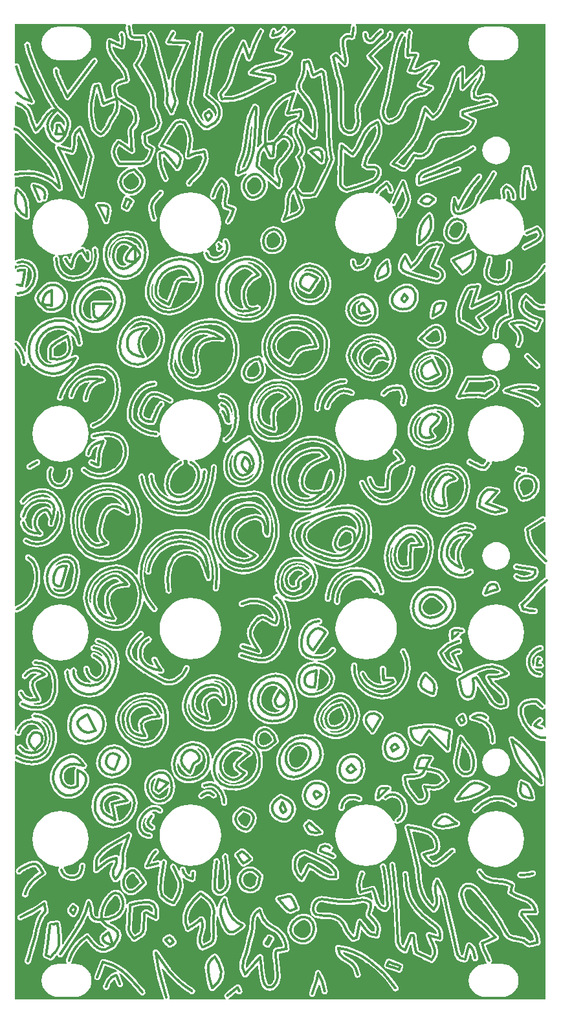
<source format=gtl>
G04 Layer_Physical_Order=1*
G04 Layer_Color=255*
%FSLAX44Y44*%
%MOMM*%
G71*
G01*
G75*
%ADD10C,0.3000*%
G36*
X1395000Y1923500D02*
X1394018Y1922695D01*
X1393446Y1922808D01*
X1391870Y1922495D01*
X1390533Y1921602D01*
X1390048Y1920876D01*
X1389943Y1920943D01*
X1387405Y1916960D01*
X1385261Y1914166D01*
X1385263Y1914163D01*
X1384040Y1912439D01*
X1381080Y1909127D01*
X1380226Y1908191D01*
X1380226Y1908191D01*
X1379307Y1907115D01*
X1375192Y1903600D01*
X1370578Y1900773D01*
X1365578Y1898702D01*
X1361970Y1897836D01*
X1360747Y1897569D01*
X1360346Y1897529D01*
X1359509Y1897275D01*
X1356484Y1896358D01*
X1356484Y1896358D01*
X1356374Y1896334D01*
X1356245Y1896248D01*
X1355353Y1895838D01*
X1353797Y1895194D01*
X1353025Y1894874D01*
X1352658Y1894649D01*
X1352522Y1894575D01*
X1343440Y1889363D01*
X1342870Y1888865D01*
X1342289Y1888382D01*
X1342266Y1888339D01*
X1342229Y1888306D01*
X1341892Y1887628D01*
X1341541Y1886960D01*
X1341536Y1886911D01*
X1341514Y1886867D01*
X1341463Y1886112D01*
X1341394Y1885359D01*
X1342133Y1878338D01*
X1342133Y1878338D01*
X1342827Y1871738D01*
X1343493Y1865416D01*
X1344425Y1856558D01*
X1344203Y1856504D01*
X1340786Y1855089D01*
X1339916Y1854729D01*
X1339753Y1854697D01*
X1339568Y1854585D01*
X1339573Y1854576D01*
X1339568Y1854573D01*
X1336291Y1852821D01*
X1332699Y1849873D01*
X1329751Y1846281D01*
X1328983Y1844846D01*
X1328368Y1843782D01*
X1328277Y1843645D01*
X1328220Y1843357D01*
X1326938Y1840262D01*
X1325756Y1835338D01*
X1325359Y1830290D01*
X1325475Y1828808D01*
X1325431Y1828584D01*
X1325440Y1828536D01*
X1325272Y1827547D01*
X1325361Y1827524D01*
X1325345Y1827310D01*
X1325191Y1826538D01*
X1325505Y1824962D01*
X1326398Y1823625D01*
X1327734Y1822732D01*
X1329310Y1822419D01*
X1330887Y1822732D01*
X1332223Y1823625D01*
X1332767Y1824439D01*
X1332785Y1824466D01*
X1332785Y1824466D01*
X1333116Y1824962D01*
X1333306Y1825540D01*
X1333306Y1825540D01*
X1333553Y1827412D01*
X1333695Y1828490D01*
X1333695Y1828490D01*
X1333692Y1828836D01*
X1333692Y1828836D01*
X1333549Y1830290D01*
X1334012Y1834988D01*
X1335237Y1839029D01*
X1335785Y1840161D01*
X1335785D01*
X1335785Y1840161D01*
X1336607Y1841699D01*
X1338530Y1844042D01*
X1340873Y1845964D01*
X1343050Y1847128D01*
X1344207Y1847623D01*
X1346747Y1848675D01*
X1349764Y1849399D01*
X1349764Y1849399D01*
X1350469Y1849659D01*
X1350573Y1849729D01*
X1350858Y1849845D01*
X1351313Y1850223D01*
X1351805Y1850552D01*
X1351926Y1850734D01*
X1352094Y1850873D01*
X1352369Y1851396D01*
X1352698Y1851889D01*
X1352740Y1852103D01*
X1352842Y1852296D01*
X1352896Y1852884D01*
X1353011Y1853465D01*
X1352969Y1853679D01*
X1352989Y1853896D01*
X1351686Y1866278D01*
X1351020Y1872600D01*
X1350326Y1879200D01*
Y1879200D01*
X1349868Y1883553D01*
X1356622Y1887430D01*
X1356711Y1887508D01*
X1356763Y1887539D01*
X1359435Y1888646D01*
X1360619Y1889036D01*
X1361954Y1889441D01*
X1362217Y1889467D01*
X1362206Y1889528D01*
X1365967Y1890276D01*
X1371253Y1892071D01*
X1376260Y1894540D01*
X1380902Y1897641D01*
X1385100Y1901322D01*
X1385416Y1901683D01*
X1386088Y1902406D01*
X1386185Y1902471D01*
X1386324Y1902679D01*
X1387113Y1903562D01*
X1390466Y1907314D01*
X1391497Y1908766D01*
X1391506Y1908772D01*
X1391849Y1909263D01*
X1392616Y1910269D01*
X1393730Y1911721D01*
X1395000Y1911290D01*
Y1869855D01*
X1394030Y1869337D01*
X1393730Y1869310D01*
X1392254Y1869603D01*
X1390807Y1869315D01*
X1390800Y1869334D01*
X1390005Y1869176D01*
X1388799Y1869196D01*
Y1869196D01*
X1387619Y1869528D01*
X1385455Y1870425D01*
X1384061Y1871495D01*
X1383095Y1872319D01*
X1383095Y1872319D01*
X1383095Y1872319D01*
X1380549Y1874552D01*
X1379645Y1875439D01*
X1379645D01*
X1378770Y1876346D01*
X1378233Y1876932D01*
X1372898Y1881821D01*
X1372289Y1882379D01*
X1372203Y1882507D01*
X1371969Y1882671D01*
X1371965Y1882666D01*
X1370867Y1883400D01*
X1369291Y1883713D01*
X1367839Y1883425D01*
X1367714Y1883400D01*
X1366798Y1882788D01*
X1366798Y1882788D01*
X1366378Y1882507D01*
X1366274Y1882351D01*
X1364890Y1881215D01*
X1362379Y1878155D01*
X1360513Y1874664D01*
X1359364Y1870876D01*
X1358976Y1866937D01*
X1359117Y1865501D01*
X1359077Y1865301D01*
X1359160Y1864888D01*
X1359160Y1864888D01*
X1359231Y1864366D01*
X1359391Y1863725D01*
X1359454Y1863630D01*
X1359595Y1863167D01*
X1360041Y1861695D01*
X1361646Y1858692D01*
X1363161Y1856847D01*
X1363183Y1856819D01*
X1363184Y1856818D01*
X1363806Y1856060D01*
X1363987Y1855887D01*
X1363987Y1855887D01*
X1367868Y1852572D01*
X1372544Y1849707D01*
X1373304Y1849346D01*
X1373779Y1849084D01*
X1374446Y1848808D01*
X1381152Y1846030D01*
X1381828Y1844671D01*
X1381820Y1844426D01*
X1381309Y1843299D01*
X1381071Y1842959D01*
X1379964Y1842593D01*
X1374563Y1845589D01*
X1374175Y1845714D01*
X1372108Y1846733D01*
X1370993Y1847283D01*
X1370958Y1847304D01*
X1370567Y1847382D01*
X1368432Y1848266D01*
X1367744Y1848431D01*
X1367727Y1848442D01*
X1367255Y1848548D01*
X1366044Y1848905D01*
X1365889Y1848952D01*
X1361497Y1849385D01*
X1361180Y1849353D01*
X1360328Y1849285D01*
X1360205Y1849310D01*
X1359048Y1849160D01*
X1358454Y1849113D01*
X1356300Y1848943D01*
X1356317Y1848838D01*
X1352583Y1848203D01*
X1352583Y1848203D01*
X1352581Y1848203D01*
X1351387Y1847867D01*
X1348746Y1847281D01*
X1348746Y1847281D01*
X1348162Y1847121D01*
X1347655Y1846783D01*
X1347655Y1846783D01*
X1347629Y1846765D01*
X1346825Y1846228D01*
X1345932Y1844892D01*
X1345619Y1843316D01*
X1345932Y1841739D01*
X1346825Y1840403D01*
X1347137Y1840106D01*
X1347138Y1840106D01*
X1350842Y1836857D01*
X1354807Y1832336D01*
X1355515Y1831282D01*
X1356232Y1830234D01*
X1357380Y1827462D01*
X1357362Y1827427D01*
X1357362Y1827427D01*
X1357362Y1827427D01*
X1357715Y1824748D01*
X1357301Y1821603D01*
X1356300Y1819185D01*
X1355658Y1818113D01*
X1355308Y1817419D01*
X1355225Y1817001D01*
X1354995Y1815843D01*
X1355308Y1814266D01*
X1356201Y1812930D01*
X1357538Y1812037D01*
X1359114Y1811724D01*
X1360690Y1812037D01*
X1362027Y1812930D01*
X1362490Y1813624D01*
X1362560Y1813578D01*
X1364367Y1816959D01*
X1365525Y1820777D01*
X1365916Y1824748D01*
X1365596Y1827995D01*
X1365525Y1828719D01*
X1365366Y1829244D01*
X1365181Y1829915D01*
X1365081Y1830065D01*
X1364486Y1832026D01*
X1362983Y1834838D01*
X1362475Y1835788D01*
X1362352Y1835939D01*
X1361607Y1836968D01*
X1361438Y1837222D01*
X1359178Y1839799D01*
X1359657Y1840975D01*
X1360445Y1841037D01*
X1361709Y1841164D01*
X1364949Y1840737D01*
X1365019Y1840631D01*
Y1840631D01*
X1365019Y1840631D01*
X1366582Y1840157D01*
X1367750Y1839666D01*
X1367750Y1839666D01*
X1370245Y1838632D01*
X1370352Y1838567D01*
X1370566Y1838386D01*
X1380694Y1832767D01*
X1380855Y1832715D01*
X1380993Y1832616D01*
X1381616Y1832471D01*
X1382224Y1832276D01*
X1382393Y1832290D01*
X1382558Y1832252D01*
X1383189Y1832356D01*
X1383826Y1832409D01*
X1383977Y1832486D01*
X1384144Y1832514D01*
X1384687Y1832851D01*
X1385255Y1833144D01*
X1385365Y1833273D01*
X1385508Y1833363D01*
X1385881Y1833882D01*
X1386294Y1834370D01*
X1386346Y1834532D01*
X1386444Y1834669D01*
X1387664Y1837361D01*
X1388779Y1839824D01*
X1389819Y1842119D01*
X1391790Y1846465D01*
X1391806Y1846532D01*
X1391844Y1846590D01*
X1391988Y1847312D01*
X1392156Y1848030D01*
X1392144Y1848098D01*
X1392158Y1848166D01*
X1392014Y1848889D01*
X1391895Y1849616D01*
X1391858Y1849675D01*
X1391844Y1849743D01*
X1391435Y1850355D01*
X1391046Y1850981D01*
X1390990Y1851021D01*
X1390952Y1851079D01*
X1390339Y1851488D01*
X1389740Y1851918D01*
X1389143Y1852179D01*
X1389143Y1852179D01*
X1384577Y1853495D01*
X1378036Y1856204D01*
X1376905Y1856784D01*
D01*
X1375780Y1857350D01*
X1372707Y1859232D01*
X1369802Y1861714D01*
X1369782Y1861744D01*
X1369728Y1861781D01*
X1368952Y1862729D01*
X1368158Y1863764D01*
X1367333Y1865756D01*
X1367177Y1866937D01*
X1367586Y1870040D01*
X1368725Y1872790D01*
X1369429Y1873129D01*
X1370165Y1873194D01*
X1372424Y1871124D01*
X1373769Y1869656D01*
X1373769Y1869656D01*
X1373814Y1869592D01*
X1373814Y1869592D01*
X1377368Y1866416D01*
X1377487Y1866237D01*
X1377604Y1866159D01*
X1377612Y1866167D01*
X1380205Y1864039D01*
X1383782Y1862127D01*
X1385972Y1861462D01*
X1386456Y1861316D01*
X1386497Y1861288D01*
X1387176Y1861097D01*
X1387368Y1861104D01*
X1388073Y1860975D01*
X1388183Y1860997D01*
X1388609Y1860941D01*
X1389454Y1860829D01*
X1392577Y1861241D01*
X1393702Y1861653D01*
X1394841Y1861198D01*
X1395000Y1861113D01*
Y1591159D01*
X1393730Y1590651D01*
X1393334Y1591067D01*
X1391865Y1591718D01*
X1390258Y1591757D01*
X1388759Y1591179D01*
X1368785Y1578530D01*
X1368455Y1578215D01*
X1368076Y1577962D01*
X1367879Y1577666D01*
X1367621Y1577421D01*
X1367437Y1577005D01*
X1367184Y1576626D01*
X1367114Y1576277D01*
X1366970Y1575952D01*
X1366961Y1575580D01*
X1366953Y1575468D01*
X1366870Y1575049D01*
X1366880Y1574393D01*
X1366880Y1574393D01*
X1367660Y1569132D01*
X1367727Y1567780D01*
X1367727Y1567780D01*
X1367848Y1566516D01*
X1367876Y1566084D01*
X1368082Y1565050D01*
X1368318Y1563823D01*
X1368429Y1562692D01*
X1368464Y1562577D01*
X1369754Y1558326D01*
X1370648Y1556654D01*
X1370906Y1556170D01*
X1370937Y1556015D01*
X1370939Y1556013D01*
X1371239Y1555546D01*
X1371321Y1555439D01*
X1371322Y1555439D01*
X1371322Y1555439D01*
X1374113Y1551057D01*
X1374977Y1549931D01*
X1375380Y1549410D01*
X1375381Y1549408D01*
X1375392Y1549401D01*
X1375768Y1548911D01*
X1380397Y1542879D01*
X1387992Y1534590D01*
X1392643Y1530328D01*
X1392615Y1530297D01*
X1393782Y1529517D01*
X1395000Y1529275D01*
Y1512123D01*
X1393984Y1511395D01*
D01*
X1389256Y1508040D01*
X1384709Y1503976D01*
X1384002Y1503345D01*
X1383796Y1503115D01*
X1383801Y1503110D01*
X1383780Y1503078D01*
X1377167Y1495923D01*
X1376441Y1495003D01*
X1375633Y1494061D01*
X1375632Y1494061D01*
X1375632Y1494061D01*
X1374545Y1492528D01*
X1368754Y1486048D01*
X1362273Y1480257D01*
X1360847Y1479244D01*
X1360847Y1479244D01*
X1360590Y1479016D01*
X1360558Y1478997D01*
X1360539Y1478971D01*
X1360432Y1478876D01*
X1360033Y1478279D01*
X1359609Y1477700D01*
X1359588Y1477613D01*
X1359539Y1477540D01*
X1359399Y1476836D01*
X1359229Y1476138D01*
X1359243Y1476050D01*
X1359225Y1475963D01*
X1359365Y1475259D01*
X1359476Y1474550D01*
X1359879Y1473447D01*
X1360281Y1472343D01*
X1361490Y1469032D01*
X1361537Y1468956D01*
X1361554Y1468868D01*
X1361953Y1468271D01*
X1362326Y1467659D01*
X1362398Y1467606D01*
X1362447Y1467532D01*
X1363044Y1467133D01*
X1363623Y1466709D01*
X1363709Y1466688D01*
X1363784Y1466639D01*
X1364487Y1466499D01*
X1364623Y1466466D01*
X1364602Y1466351D01*
X1367302Y1465814D01*
X1367351Y1465790D01*
X1370361Y1465012D01*
X1370376Y1464987D01*
Y1464987D01*
X1372336Y1464597D01*
X1373556Y1464294D01*
X1374026Y1464151D01*
X1374785Y1464076D01*
X1378220Y1463738D01*
X1380822Y1463994D01*
X1380823Y1463989D01*
X1381907Y1464205D01*
X1382010Y1464274D01*
X1383243Y1465098D01*
X1384136Y1466434D01*
X1384450Y1468010D01*
X1384136Y1469587D01*
X1383243Y1470923D01*
X1381907Y1471816D01*
X1381035Y1471989D01*
X1381000Y1471996D01*
X1381000Y1471996D01*
X1380331Y1472130D01*
X1379824Y1472146D01*
Y1472146D01*
X1378220Y1471935D01*
X1376502Y1472161D01*
X1375261Y1472383D01*
Y1472383D01*
X1372587Y1472915D01*
X1372452Y1472980D01*
X1369412Y1473766D01*
X1369381Y1473768D01*
X1369294Y1473785D01*
X1368914Y1475155D01*
X1374544Y1480258D01*
X1380191Y1486489D01*
X1381294Y1487976D01*
X1381813Y1488640D01*
X1381834Y1488653D01*
X1382068Y1488965D01*
X1382856Y1489951D01*
X1388780Y1496417D01*
X1389616Y1497287D01*
X1389638Y1497301D01*
X1389650Y1497319D01*
X1390546Y1498215D01*
X1393843Y1501107D01*
X1395000Y1500583D01*
Y1345643D01*
X1393730Y1345323D01*
X1392965Y1346313D01*
X1385233Y1353051D01*
X1384656Y1353381D01*
X1384103Y1353751D01*
X1383963Y1353779D01*
X1383838Y1353850D01*
X1383820Y1353852D01*
X1382889Y1353992D01*
X1382619Y1354046D01*
Y1354046D01*
X1381441Y1354110D01*
X1381386Y1354107D01*
X1374561Y1353659D01*
X1371849Y1353120D01*
X1370188Y1352956D01*
X1367275Y1352073D01*
X1364590Y1350638D01*
X1362238Y1348707D01*
X1360307Y1346354D01*
X1358872Y1343669D01*
X1358673Y1343072D01*
X1358602Y1342966D01*
X1358549Y1342697D01*
X1358365Y1341901D01*
X1358289Y1341390D01*
X1358314Y1341262D01*
X1358266Y1340648D01*
X1358049Y1337897D01*
X1358443Y1332897D01*
X1359614Y1328019D01*
X1361482Y1323510D01*
X1361534Y1323385D01*
X1362025Y1322568D01*
X1362028Y1322551D01*
X1362095Y1322450D01*
X1362619Y1321293D01*
X1362838Y1320766D01*
X1363498Y1319689D01*
X1364114Y1318577D01*
X1364114Y1318577D01*
X1366527Y1314966D01*
X1366518Y1314959D01*
X1367230Y1313893D01*
X1368406Y1312552D01*
X1369222Y1311584D01*
X1369397Y1311324D01*
X1369552Y1311220D01*
X1370066Y1310653D01*
X1373536Y1306825D01*
X1374008Y1306397D01*
X1374878Y1305551D01*
X1374887Y1305536D01*
X1374915Y1305514D01*
X1374915Y1305514D01*
X1378387Y1302549D01*
X1381226Y1300809D01*
X1381221Y1300801D01*
X1381738Y1300479D01*
X1381873Y1300452D01*
X1382322Y1300212D01*
X1382323Y1300212D01*
X1383761Y1299443D01*
X1387406Y1298337D01*
X1391197Y1297964D01*
X1393730Y1298214D01*
X1395000Y1297062D01*
Y960000D01*
X979868D01*
X979633Y961157D01*
X980629Y961886D01*
X980629Y961886D01*
X982816Y963729D01*
X989046Y968623D01*
X989107Y968652D01*
X990735Y968335D01*
X991019Y967910D01*
X992355Y967017D01*
X993932Y966703D01*
X995508Y967017D01*
X996844Y967910D01*
X997737Y969246D01*
X998051Y970823D01*
X997983Y971161D01*
X997949Y971335D01*
X997719Y972499D01*
X997718Y972503D01*
X997718D01*
X997262Y973605D01*
X995652Y977491D01*
X995652Y977491D01*
X995612Y977667D01*
X994719Y979003D01*
X993383Y979896D01*
X991806Y980210D01*
X990343Y979918D01*
X990230Y979896D01*
X989304Y979277D01*
X989303Y979277D01*
X988894Y979003D01*
X988816Y978886D01*
X988316Y978486D01*
X977636Y970096D01*
X975428Y968236D01*
X975428Y968236D01*
X975126Y967960D01*
X974687Y967302D01*
X974234Y966624D01*
X973920Y965048D01*
X974234Y963471D01*
X975126Y962135D01*
X976421Y961270D01*
X976445Y961157D01*
X976210Y960000D01*
X903528D01*
X902653Y961270D01*
X902888Y962023D01*
X902745Y963624D01*
X897215Y982448D01*
X897168Y982538D01*
X896445Y984806D01*
X892404Y1000472D01*
X893565Y1001055D01*
X898405Y995050D01*
X898441Y994996D01*
X898384Y994949D01*
X898784Y994428D01*
X899199Y993975D01*
X906356Y986165D01*
X914619Y978593D01*
X917520Y976367D01*
X917972Y976016D01*
X918039Y975916D01*
X918481Y975620D01*
X919448Y974890D01*
X922678Y972411D01*
X930012Y967739D01*
Y967739D01*
X930528Y967455D01*
X931139Y967333D01*
X931139Y967333D01*
X931171Y967327D01*
X932105Y967141D01*
X933681Y967455D01*
X935017Y968348D01*
X935910Y969684D01*
X936224Y971260D01*
X935910Y972837D01*
X935017Y974173D01*
X934172Y974738D01*
X934207Y974798D01*
X927390Y979140D01*
X923494Y982130D01*
X923493Y982129D01*
X919900Y984886D01*
X912165Y991974D01*
X905526Y999218D01*
X904765Y1000237D01*
X903972Y1001221D01*
X899036Y1007346D01*
X891369Y1018389D01*
X888310Y1023543D01*
X888207Y1023481D01*
X887649Y1024316D01*
X886313Y1025209D01*
X884736Y1025523D01*
X883160Y1025209D01*
X881824Y1024316D01*
X880931Y1022980D01*
X880617Y1021404D01*
X880699Y1020989D01*
X880700D01*
X880734Y1020815D01*
X881472Y1013949D01*
X883689Y1001664D01*
X884151Y999855D01*
X884337Y999192D01*
X884337Y999191D01*
X884358Y999160D01*
X884486Y998624D01*
X886934Y988428D01*
X889275Y980525D01*
X889311Y980126D01*
X894840Y961302D01*
X894953Y961086D01*
X894296Y960000D01*
X700000D01*
Y1271473D01*
X701270Y1272184D01*
X704079Y1270463D01*
X709589Y1268180D01*
X715388Y1266788D01*
X720605Y1266378D01*
X721334Y1266320D01*
X721867Y1266362D01*
X723115Y1266323D01*
X723504Y1266292D01*
X728271Y1266667D01*
X732920Y1267783D01*
X737337Y1269613D01*
X741414Y1272111D01*
X745050Y1275217D01*
X748004Y1278675D01*
X748155Y1278852D01*
X748156Y1278854D01*
X748694Y1279732D01*
X748747Y1279845D01*
X748747Y1279845D01*
X748747Y1279845D01*
X749696Y1281265D01*
X752142Y1286226D01*
X753920Y1291463D01*
X754999Y1296887D01*
X755198Y1299917D01*
X755278Y1301140D01*
X755325Y1301375D01*
X755337Y1301438D01*
X755302Y1301614D01*
X755333Y1302441D01*
X755420Y1303770D01*
X755067Y1309160D01*
X754548Y1311768D01*
X754579Y1311815D01*
X754579Y1311815D01*
X753716Y1315409D01*
X752037Y1319463D01*
X749745Y1323204D01*
X746895Y1326540D01*
X745430Y1327791D01*
X745298Y1327990D01*
X744870Y1328320D01*
X744241Y1328858D01*
X743861Y1329090D01*
X739903Y1331516D01*
X735203Y1333463D01*
X730256Y1334650D01*
X726134Y1334975D01*
X726134Y1334993D01*
X726014Y1335016D01*
X724437Y1334703D01*
X723101Y1333810D01*
X722208Y1332474D01*
X721895Y1330897D01*
X722208Y1329321D01*
X722539Y1328826D01*
X722480Y1328486D01*
X721879Y1327528D01*
X718174Y1327163D01*
X714186Y1325954D01*
X710511Y1323990D01*
X708663Y1322473D01*
X708648Y1322491D01*
X708360Y1322298D01*
X708249Y1322133D01*
X706818Y1320958D01*
X704007Y1317532D01*
X701917Y1313624D01*
X701270Y1311489D01*
X700000Y1311678D01*
Y1465919D01*
X701120Y1466517D01*
X701307Y1466393D01*
X702883Y1466079D01*
X704459Y1466393D01*
X704567Y1466465D01*
X704556Y1466489D01*
X708988Y1468674D01*
X714373Y1472272D01*
X719242Y1476543D01*
X723513Y1481412D01*
X727111Y1486797D01*
X729976Y1492606D01*
X732057Y1498739D01*
X733321Y1505092D01*
X733745Y1511555D01*
X733723Y1511881D01*
X733709Y1513145D01*
X733709D01*
X733304Y1519325D01*
X732181Y1524969D01*
X732181D01*
X732173Y1524994D01*
X731804Y1526152D01*
X730947Y1528978D01*
X728554Y1533455D01*
X725333Y1537379D01*
X721409Y1540599D01*
X720082Y1541309D01*
Y1541309D01*
X719602Y1541613D01*
X718958Y1541741D01*
X718026Y1541926D01*
X716450Y1541613D01*
X715113Y1540720D01*
X714221Y1539383D01*
X713907Y1537807D01*
X714221Y1536231D01*
X715113Y1534894D01*
X715977Y1534317D01*
X715923Y1534226D01*
X716827Y1533743D01*
X719502Y1531548D01*
X721697Y1528873D01*
X723328Y1525822D01*
X723840Y1524133D01*
X724167Y1522912D01*
X724167Y1522912D01*
X724167Y1522912D01*
X725038Y1519285D01*
X725423Y1514391D01*
X725431Y1514033D01*
X725426Y1512995D01*
X725520Y1511555D01*
X725167Y1506165D01*
X724113Y1500868D01*
X722377Y1495754D01*
X719988Y1490910D01*
X716988Y1486419D01*
X713427Y1482359D01*
X709366Y1478797D01*
X704875Y1475797D01*
X701270Y1474019D01*
X700304Y1474315D01*
X700000Y1474478D01*
Y1810810D01*
X701191Y1811249D01*
X702355Y1809887D01*
X704862Y1805796D01*
X706698Y1801364D01*
X707818Y1796700D01*
X708150Y1792472D01*
X708157Y1792472D01*
X708456Y1790971D01*
X709348Y1789634D01*
X710685Y1788741D01*
X712261Y1788428D01*
X713837Y1788741D01*
X715174Y1789634D01*
X716067Y1790971D01*
X716380Y1792547D01*
X716371Y1792622D01*
X716541Y1792869D01*
X717507Y1792872D01*
X717995Y1792742D01*
X720366Y1788872D01*
X721019Y1788107D01*
X721801Y1787125D01*
X721906Y1786968D01*
X721991Y1786911D01*
X722641Y1786181D01*
X722926Y1785847D01*
X727425Y1782005D01*
X732469Y1778914D01*
X737421Y1776863D01*
X737934Y1776650D01*
X738632Y1776483D01*
X739796Y1776051D01*
X740544Y1775741D01*
X745580Y1774532D01*
X750743Y1774126D01*
X755906Y1774532D01*
X760942Y1775741D01*
X765727Y1777723D01*
X767542Y1778835D01*
X767759Y1778967D01*
X767824Y1778980D01*
X768598Y1779476D01*
X770060Y1780453D01*
X774740Y1784557D01*
X778844Y1789237D01*
X782302Y1794413D01*
X783428Y1796695D01*
X783710Y1797101D01*
X783719Y1797139D01*
X783740Y1797172D01*
X783890Y1797925D01*
X784053Y1798672D01*
X784046Y1798710D01*
X784054Y1798748D01*
X783904Y1799500D01*
X783769Y1800253D01*
X783748Y1800286D01*
X783740Y1800325D01*
X783315Y1800961D01*
X782901Y1801606D01*
X782869Y1801628D01*
X782848Y1801661D01*
X782211Y1802086D01*
X781582Y1802524D01*
X781544Y1802532D01*
X781511Y1802554D01*
X780760Y1802703D01*
X780011Y1802867D01*
X779973Y1802860D01*
X779935Y1802867D01*
X779185Y1802718D01*
X778429Y1802582D01*
X774503Y1801041D01*
X773650Y1802070D01*
X774227Y1803149D01*
X774364Y1803354D01*
X774364Y1803354D01*
X774554Y1803639D01*
X774588Y1803807D01*
X774920Y1804429D01*
X775965Y1807872D01*
X776205Y1810313D01*
X776286Y1810723D01*
X776306Y1810723D01*
X776321Y1810955D01*
X776254Y1811977D01*
X775882Y1817654D01*
X774573Y1824239D01*
X773583Y1827153D01*
X774522Y1828338D01*
X774966Y1828294D01*
X777257Y1825504D01*
X777938Y1824440D01*
Y1824440D01*
X777990Y1824336D01*
X778543Y1823216D01*
D01*
X779018Y1822087D01*
X779134Y1821743D01*
X779713Y1820039D01*
X779713Y1820039D01*
X779815Y1819736D01*
X780129Y1818858D01*
X780992Y1816444D01*
X781090Y1815953D01*
X781983Y1814616D01*
X783319Y1813723D01*
X784896Y1813410D01*
X786472Y1813723D01*
X787808Y1814616D01*
X788701Y1815953D01*
X789015Y1817529D01*
X788969Y1817904D01*
X788969Y1817904D01*
X788878Y1819516D01*
X787397Y1828230D01*
X786750Y1830476D01*
X786750Y1830476D01*
X786619Y1831030D01*
X786598Y1831061D01*
X786431Y1831705D01*
X786154Y1832857D01*
X783857Y1838404D01*
X783426Y1839106D01*
X783084Y1839671D01*
X783075Y1839714D01*
X783074Y1839716D01*
X782772Y1840185D01*
X782738Y1840249D01*
X783745Y1841059D01*
X787383Y1837952D01*
X792290Y1834945D01*
X797608Y1832742D01*
X803204Y1831398D01*
X805919Y1831185D01*
X806163Y1831136D01*
X806163Y1831136D01*
X806472Y1831075D01*
X806753Y1831131D01*
X807383Y1831180D01*
X807384D01*
X807419Y1831183D01*
X810154Y1831398D01*
X814318Y1832398D01*
X816700Y1833384D01*
X817456Y1833698D01*
X817631Y1833732D01*
X817852Y1833861D01*
X817845Y1833875D01*
X818069Y1834025D01*
X820408Y1835179D01*
X825798Y1838779D01*
X830671Y1843053D01*
X834944Y1847926D01*
X836441Y1850167D01*
X836505Y1850178D01*
X836505D01*
X839284Y1854337D01*
X841809Y1859457D01*
X843644Y1864863D01*
X844758Y1870462D01*
X844901Y1872641D01*
X845045Y1873886D01*
X845054Y1873934D01*
X845050Y1873957D01*
X845069Y1874235D01*
X845001Y1875104D01*
X844702Y1878902D01*
X843609Y1883453D01*
X841818Y1887778D01*
X839372Y1891769D01*
X836332Y1895329D01*
X832772Y1898369D01*
X828781Y1900815D01*
X824456Y1902606D01*
X819904Y1903699D01*
X815238Y1904066D01*
X814024Y1903971D01*
X813809Y1904014D01*
X813513Y1903955D01*
X812289Y1903844D01*
X811021Y1903761D01*
X805516Y1902666D01*
X800201Y1900862D01*
X795166Y1898379D01*
X790499Y1895261D01*
X786279Y1891560D01*
X782578Y1887340D01*
X779459Y1882672D01*
X776976Y1877638D01*
X775172Y1872323D01*
X774077Y1866817D01*
X773790Y1862436D01*
X773710Y1861216D01*
X773711Y1861194D01*
X773722Y1861140D01*
X773722Y1861140D01*
X774125Y1857042D01*
X775294Y1853190D01*
X775410Y1852807D01*
X775692Y1852272D01*
X775706Y1852202D01*
X775815Y1852039D01*
X776261Y1850974D01*
X778069Y1848024D01*
X777344Y1846777D01*
X777048Y1846786D01*
X776563Y1847136D01*
X776356Y1847264D01*
X775712Y1847679D01*
X775662Y1847689D01*
X775282Y1847922D01*
X773756Y1848857D01*
X769673Y1850549D01*
X765376Y1851580D01*
X760970Y1851927D01*
X759907Y1851843D01*
X758673Y1851781D01*
X757665Y1851823D01*
X757405Y1851806D01*
X752050Y1851455D01*
X746531Y1850358D01*
X741202Y1848549D01*
X736155Y1846060D01*
X731476Y1842933D01*
X727245Y1839223D01*
X723535Y1834992D01*
X720409Y1830313D01*
X717920Y1825266D01*
X716111Y1819937D01*
X715165Y1815184D01*
X715165D01*
X714975Y1814215D01*
X714958Y1813966D01*
X714574Y1808102D01*
X714651Y1806928D01*
X713397Y1806636D01*
X712197Y1809534D01*
X709016Y1814726D01*
X705061Y1819356D01*
X704127Y1820153D01*
X704126Y1820172D01*
Y1820172D01*
X702901Y1820990D01*
X701324Y1821304D01*
X700982Y1821236D01*
X700000Y1822041D01*
Y1879776D01*
X700558Y1880107D01*
X701270Y1880307D01*
X702430Y1879532D01*
X703817Y1879256D01*
Y1879256D01*
X704963Y1879156D01*
X705048Y1879164D01*
X709806Y1879633D01*
X714463Y1881045D01*
X718477Y1883191D01*
X718755Y1883339D01*
X719492Y1883944D01*
X720007Y1884338D01*
X720007Y1884338D01*
X720094Y1884468D01*
X720553Y1884859D01*
X722304Y1886355D01*
X725270Y1889828D01*
X727656Y1893721D01*
X729403Y1897940D01*
X730469Y1902381D01*
X730773Y1906239D01*
X730790Y1906239D01*
X730810Y1906337D01*
X730770Y1906535D01*
X730900Y1907853D01*
X730498Y1911937D01*
X729307Y1915864D01*
X727372Y1919483D01*
X724769Y1922655D01*
X721597Y1925259D01*
X717978Y1927193D01*
X714051Y1928384D01*
X711123Y1928673D01*
X709967Y1928787D01*
X709891Y1928779D01*
X709891Y1928762D01*
X709667Y1928717D01*
X706592Y1928414D01*
X703159Y1927373D01*
X702970Y1927316D01*
X702014Y1926831D01*
X701152Y1926592D01*
X700000Y1927330D01*
Y1989603D01*
X700753Y1989968D01*
X701270Y1990017D01*
X704403Y1986349D01*
X708214Y1983094D01*
X712487Y1980475D01*
X712995Y1980265D01*
X714136Y1979733D01*
X714212Y1979682D01*
X715789Y1979369D01*
X717365Y1979682D01*
X718701Y1980575D01*
X719594Y1981912D01*
X719908Y1983488D01*
X719875Y1983777D01*
X719875Y1983777D01*
X719584Y1991185D01*
X719551Y1991184D01*
X719525Y1991314D01*
X719209Y1997753D01*
X719156Y1998827D01*
X719127Y1999021D01*
X718927Y2000278D01*
X718812Y2001736D01*
X717727Y2006257D01*
X715948Y2010552D01*
X713519Y2014516D01*
X710499Y2018051D01*
X706964Y2021071D01*
X705217Y2022141D01*
X704635Y2022530D01*
X703059Y2022844D01*
X701483Y2022530D01*
X701270Y2022388D01*
X700000Y2023067D01*
Y2033983D01*
X700453Y2034355D01*
X701638Y2034787D01*
X701638Y2034787D01*
X708542Y2035811D01*
X714106Y2036085D01*
X714106Y2036085D01*
X714240Y2036082D01*
X714240Y2036082D01*
X715363Y2036156D01*
X717508Y2036297D01*
X723910Y2035877D01*
X730203Y2034625D01*
X736279Y2032563D01*
X742033Y2029725D01*
X747368Y2026161D01*
X752192Y2021930D01*
X755633Y2018006D01*
X755633Y2018006D01*
X755931Y2017684D01*
X756563Y2017262D01*
X757268Y2016791D01*
X758844Y2016478D01*
X760420Y2016791D01*
X761757Y2017684D01*
X762650Y2019021D01*
X762963Y2020597D01*
X762862Y2021104D01*
X762695Y2024072D01*
X761541Y2030866D01*
X759633Y2037488D01*
X758451Y2040343D01*
X758136Y2041218D01*
X758106Y2041370D01*
X758054Y2041449D01*
X757564Y2042516D01*
X757101Y2043634D01*
X753238Y2050623D01*
X748812Y2056862D01*
X748617Y2057136D01*
X748562Y2057197D01*
X747762Y2058138D01*
X747762Y2058138D01*
X747762Y2058138D01*
X720525Y2085902D01*
X710041Y2097006D01*
X710041Y2097006D01*
X709410Y2097695D01*
X708277Y2098564D01*
X708240Y2098619D01*
X707967Y2098802D01*
X707544Y2099126D01*
X707563Y2099157D01*
X706904Y2099512D01*
X706896Y2099514D01*
X706464Y2099744D01*
X706464Y2099744D01*
X704551Y2100767D01*
Y2100767D01*
X704504Y2100793D01*
X704444Y2100805D01*
X703384Y2101183D01*
X701273Y2102058D01*
X701278Y2102073D01*
X700000Y2102327D01*
Y2128229D01*
X700263Y2128433D01*
X701270Y2128792D01*
X702315Y2128094D01*
X702561Y2128026D01*
X702561Y2128026D01*
X706603Y2126352D01*
X707718Y2125742D01*
X709654Y2124707D01*
X712257Y2122571D01*
X714006Y2120439D01*
X714006Y2120439D01*
X714006Y2120439D01*
X714057Y2120427D01*
X715885Y2117008D01*
X716991Y2113361D01*
X717190Y2112108D01*
X717191Y2112106D01*
X717524Y2110937D01*
X718141Y2108366D01*
X718265Y2108055D01*
X718405Y2107846D01*
X719014Y2106053D01*
X719393Y2104935D01*
X719919Y2103885D01*
X719948Y2103827D01*
X719946Y2103831D01*
X719919Y2103885D01*
X719916Y2103891D01*
X719946Y2103831D01*
X720765Y2101853D01*
X720801Y2101671D01*
X720867Y2101573D01*
X721001Y2101373D01*
X723885Y2094409D01*
X723907Y2094418D01*
X723936Y2094403D01*
X724829Y2093066D01*
X726165Y2092173D01*
X727742Y2091860D01*
X729318Y2092173D01*
X730440Y2092923D01*
X730654Y2093066D01*
X730753Y2093214D01*
X731360Y2093779D01*
X732348Y2094645D01*
X735922Y2098720D01*
X736331Y2099332D01*
X737098Y2100346D01*
X737635Y2100686D01*
X738962Y2100152D01*
X739092Y2098841D01*
X739149Y2098256D01*
X739349Y2097597D01*
X739523Y2096947D01*
X739568Y2096880D01*
X740077Y2094759D01*
X742133Y2089796D01*
X744556Y2085842D01*
X744518Y2085816D01*
X747281Y2082450D01*
X749774Y2080404D01*
X750705Y2079640D01*
X750756Y2079612D01*
X751413Y2079213D01*
X753630Y2078294D01*
X753902Y2077659D01*
X753943Y2077272D01*
X753883Y2076865D01*
X753587Y2076637D01*
X753541Y2076557D01*
X753471Y2076497D01*
X753143Y2075863D01*
X752788Y2075243D01*
X752776Y2075151D01*
X752734Y2075069D01*
X752674Y2074357D01*
X752583Y2073649D01*
X752607Y2073560D01*
X752599Y2073467D01*
X752817Y2072787D01*
X753003Y2072097D01*
X759611Y2058798D01*
X765969Y2046003D01*
X772149Y2033563D01*
X772149Y2033563D01*
X784269Y2009166D01*
X784372Y2009034D01*
X784428Y2008876D01*
X784860Y2008402D01*
X785252Y2007894D01*
X785397Y2007811D01*
X785509Y2007687D01*
X786089Y2007413D01*
X786646Y2007094D01*
X786812Y2007073D01*
X786963Y2007002D01*
X787604Y2006971D01*
X788240Y2006889D01*
X788401Y2006933D01*
X788568Y2006925D01*
X789172Y2007142D01*
X789791Y2007310D01*
X789923Y2007412D01*
X790081Y2007469D01*
X790555Y2007900D01*
X791063Y2008292D01*
X791146Y2008437D01*
X791270Y2008550D01*
X791544Y2009130D01*
X791863Y2009686D01*
X791884Y2009852D01*
X791955Y2010003D01*
X794720Y2021104D01*
X804618Y2060848D01*
X804642Y2061354D01*
X804740Y2061850D01*
X804680Y2062149D01*
X804695Y2062453D01*
X804523Y2062930D01*
X804424Y2063426D01*
X800937Y2071802D01*
X797776Y2079394D01*
X794836Y2086456D01*
X794836Y2086456D01*
X789200Y2099996D01*
X788755Y2100659D01*
X788310Y2101326D01*
X788307Y2101328D01*
X788305Y2101331D01*
X787647Y2101768D01*
X786973Y2102218D01*
X786970Y2102219D01*
X786967Y2102221D01*
X786202Y2102372D01*
X785397Y2102532D01*
X785393Y2102531D01*
X785390Y2102532D01*
X784620Y2102377D01*
X783821Y2102218D01*
X783817Y2102216D01*
X783814Y2102216D01*
X783786Y2102197D01*
X783303Y2101897D01*
X782473Y2101453D01*
X782215Y2101241D01*
X779490Y2099005D01*
X777127Y2096126D01*
X777042Y2096022D01*
X776510Y2095028D01*
X776201Y2094547D01*
X776161Y2094349D01*
X775444Y2093007D01*
X774299Y2089232D01*
X774214Y2088373D01*
X774073Y2087162D01*
X773999Y2086793D01*
X774038Y2086597D01*
X773997Y2085933D01*
X773747Y2082120D01*
X773817Y2081049D01*
X773802Y2079838D01*
X773802Y2079836D01*
X773802D01*
X774039Y2078035D01*
X773595Y2074668D01*
X772458Y2073682D01*
X766351Y2075438D01*
X766351Y2075438D01*
X760262Y2077190D01*
X760186Y2078533D01*
X761408Y2079039D01*
X761408Y2079039D01*
X761939Y2079380D01*
X762560Y2079883D01*
X762570Y2079897D01*
X762911Y2080177D01*
X764321Y2081335D01*
X764932Y2082079D01*
X765102Y2082193D01*
X765468Y2082574D01*
X765906Y2083107D01*
X766244Y2083580D01*
X769890Y2088668D01*
X769891Y2088667D01*
X770340Y2089279D01*
X770344Y2089294D01*
X770353Y2089306D01*
X770353Y2089307D01*
X770353Y2089307D01*
X770372Y2089387D01*
X770418Y2089455D01*
X770474Y2089737D01*
X770556Y2090151D01*
X770727Y2090838D01*
X770725Y2090854D01*
X770729Y2090869D01*
X770729Y2090869D01*
X770729Y2090869D01*
X770716Y2090951D01*
X770732Y2091032D01*
X770683Y2091278D01*
X772497Y2096349D01*
X772832Y2097687D01*
X772844Y2097705D01*
X772958Y2098189D01*
X773316Y2099399D01*
X773683Y2100610D01*
X774050Y2104333D01*
X773683Y2108055D01*
X772597Y2111635D01*
X771916Y2112909D01*
X771877Y2113106D01*
X771358Y2113883D01*
X771379Y2113898D01*
X770385Y2115386D01*
X765728Y2120696D01*
X760418Y2125353D01*
X759675Y2125850D01*
X759502Y2126109D01*
X759123Y2126727D01*
X759056Y2126775D01*
X759011Y2126843D01*
X758409Y2127245D01*
X757823Y2127672D01*
X757794Y2127678D01*
X756585Y2129488D01*
X756494Y2129693D01*
X753989Y2133247D01*
X753974Y2133261D01*
X752320Y2135736D01*
X751634Y2136763D01*
X751634Y2136763D01*
X750929Y2137816D01*
X749387Y2140124D01*
X747616Y2143715D01*
X747616Y2143715D01*
X747616Y2143715D01*
X747554Y2143737D01*
X742201Y2154854D01*
X742199Y2154857D01*
X742199Y2154860D01*
X736818Y2165993D01*
X736835Y2166041D01*
X736835Y2166041D01*
X736835Y2166041D01*
X732144Y2176032D01*
X731688Y2177219D01*
X731688Y2177219D01*
X728963Y2183233D01*
X724074Y2196221D01*
X722997Y2199774D01*
X722997Y2199774D01*
X722598Y2200980D01*
X720826Y2208055D01*
X720711Y2208825D01*
X720652Y2208814D01*
X720488Y2209639D01*
X719595Y2210975D01*
X718258Y2211868D01*
X716682Y2212182D01*
X715106Y2211868D01*
X713769Y2210975D01*
X712877Y2209639D01*
X712563Y2208062D01*
X712641Y2207298D01*
X712767Y2206452D01*
X712867Y2206052D01*
X714755Y2198515D01*
X714958Y2197706D01*
X715105Y2197294D01*
X715536Y2196098D01*
X716299Y2193582D01*
X721376Y2180091D01*
X723683Y2175001D01*
X724114Y2173825D01*
X724114D01*
X729286Y2162808D01*
X729378Y2162456D01*
X734779Y2151281D01*
X734779Y2151280D01*
X740157Y2140110D01*
X740153Y2140094D01*
X740152Y2140094D01*
X743530Y2133983D01*
X744810Y2132177D01*
X744810Y2132177D01*
X744810Y2132177D01*
X744831Y2132173D01*
X747197Y2128631D01*
X747255Y2128501D01*
X748181Y2127187D01*
X747888Y2125952D01*
X745013Y2124415D01*
X741690Y2121688D01*
X740187Y2119857D01*
X739869Y2119469D01*
X739813Y2119431D01*
X739398Y2118896D01*
X739408Y2118889D01*
X735907Y2113955D01*
X734806Y2111963D01*
X734760Y2111951D01*
X734760Y2111951D01*
Y2111951D01*
X730996Y2106042D01*
X730325Y2105029D01*
X729766Y2104650D01*
X728455Y2104959D01*
X728362Y2104999D01*
X727472Y2106882D01*
X727470Y2106887D01*
X727071Y2108078D01*
X726402Y2109692D01*
X726034Y2110908D01*
X725646Y2112189D01*
X725350Y2113383D01*
X725346Y2113444D01*
X725065Y2114612D01*
X724261Y2117962D01*
X722483Y2122255D01*
X721403Y2124017D01*
X721173Y2124393D01*
X721165Y2124431D01*
X720745Y2125091D01*
X720678Y2125246D01*
X720272Y2125768D01*
X720223Y2125801D01*
X719879Y2126220D01*
X718088Y2128402D01*
X715607Y2130438D01*
X716234Y2131567D01*
X719811Y2130352D01*
X720995Y2130117D01*
X721075Y2130070D01*
X721752Y2129977D01*
X722422Y2129844D01*
X722544Y2129868D01*
X722667Y2129851D01*
X723328Y2130024D01*
X723999Y2130157D01*
X724102Y2130226D01*
X724222Y2130258D01*
X724767Y2130671D01*
X725335Y2131050D01*
X725404Y2131153D01*
X725503Y2131228D01*
X725848Y2131818D01*
X726228Y2132386D01*
X726252Y2132508D01*
X726315Y2132615D01*
X726408Y2133293D01*
X726542Y2133963D01*
X726517Y2134085D01*
X726534Y2134207D01*
X726361Y2134869D01*
X726228Y2135539D01*
X726159Y2135642D01*
X726128Y2135762D01*
X712535Y2163747D01*
X712558Y2163809D01*
X712558Y2163809D01*
X712558Y2163809D01*
X710303Y2168700D01*
X708897Y2172512D01*
X708897D01*
X708885Y2172517D01*
X706948Y2177929D01*
X706137Y2181169D01*
X706137Y2181169D01*
X705914Y2181695D01*
X705570Y2182210D01*
X705569Y2182211D01*
X705550Y2182240D01*
X705021Y2183031D01*
X703685Y2183924D01*
X702108Y2184238D01*
X701270Y2184071D01*
X700000Y2184980D01*
Y2235000D01*
X845285D01*
X845760Y2234111D01*
X845848Y2233730D01*
X845588Y2232423D01*
X845588D01*
X845511Y2231247D01*
X845516Y2231190D01*
X845962Y2225520D01*
X847303Y2219934D01*
X847741Y2218861D01*
X847780Y2218669D01*
X847892Y2218501D01*
X848027Y2218178D01*
X848454Y2217622D01*
X848673Y2217333D01*
X848680Y2217328D01*
X848770Y2217211D01*
X849418Y2216366D01*
X851229Y2214976D01*
X852150Y2214595D01*
X852622Y2214400D01*
X852804Y2214278D01*
X853295Y2214120D01*
X854445Y2213823D01*
X854445Y2213823D01*
X854592Y2213808D01*
X858480Y2213425D01*
X858596Y2213414D01*
X859545Y2213480D01*
X859608Y2213467D01*
X859849Y2213515D01*
X859849Y2213515D01*
X860068Y2213559D01*
X864995Y2213735D01*
X865179Y2212969D01*
X865527Y2208541D01*
X865179Y2204113D01*
X864142Y2199794D01*
X863276Y2197703D01*
X862831Y2196631D01*
X862295Y2195480D01*
X860349Y2191535D01*
X859555Y2190346D01*
X859529Y2190360D01*
X857792Y2187462D01*
X855485Y2184351D01*
X855509Y2184333D01*
X855510Y2184308D01*
X855308Y2183868D01*
X855039Y2183466D01*
X854975Y2183145D01*
X854839Y2182848D01*
X854820Y2182364D01*
X854725Y2181889D01*
X854789Y2181568D01*
X854777Y2181242D01*
X854945Y2180788D01*
X855039Y2180313D01*
X855221Y2180041D01*
X855334Y2179734D01*
X864085Y2165479D01*
X868302Y2158540D01*
X868421Y2158410D01*
X872206Y2151700D01*
X872255Y2151727D01*
X873220Y2150102D01*
X875861Y2144824D01*
X875861D01*
X875862Y2144824D01*
X876645Y2142935D01*
X876846Y2141405D01*
X876968Y2140151D01*
X876968Y2140151D01*
X877088Y2138322D01*
X877131Y2137072D01*
X877117Y2136783D01*
X877165Y2135806D01*
X877394Y2131153D01*
X877371Y2129921D01*
X877371Y2129921D01*
X877381Y2128678D01*
X877374Y2128624D01*
X877360Y2127724D01*
X877360Y2127724D01*
X877378Y2127536D01*
X877378Y2127460D01*
X877378Y2127460D01*
X877390Y2127397D01*
X877456Y2126618D01*
X877456Y2126618D01*
X877457Y2126597D01*
X877587Y2125921D01*
X877677Y2125248D01*
X877770Y2125023D01*
X877771Y2125021D01*
X877963Y2124493D01*
X878014Y2124234D01*
X878156Y2124009D01*
X878712Y2123016D01*
X881631Y2117096D01*
X883952Y2110259D01*
X884832Y2105835D01*
X884705Y2104869D01*
X884004Y2103177D01*
X882890Y2101725D01*
X881438Y2100611D01*
X880293Y2100137D01*
X879851Y2099954D01*
X879534Y2099822D01*
X879405Y2099796D01*
X879150Y2099662D01*
X878010Y2099137D01*
X870580Y2095712D01*
X868494Y2094942D01*
X868494Y2094942D01*
X868436Y2094905D01*
X867099Y2094012D01*
X866206Y2092675D01*
X865952Y2091395D01*
X865952D01*
X865893Y2091099D01*
X865945Y2090837D01*
X865761Y2088033D01*
X866158Y2081980D01*
X866490Y2080308D01*
X866617Y2079672D01*
X866733Y2079112D01*
X866733Y2079112D01*
X866790Y2078826D01*
X866955Y2078580D01*
X867715Y2076745D01*
X869749Y2074094D01*
X872153Y2072249D01*
X872400Y2072060D01*
X873261Y2071657D01*
X873261Y2071657D01*
X875700Y2070388D01*
X875254Y2068529D01*
X872845Y2062715D01*
X870848Y2059457D01*
X870650Y2059198D01*
X868745Y2057736D01*
X866525Y2056817D01*
X864823Y2056593D01*
X863552Y2056581D01*
X863552Y2056581D01*
X859829Y2056372D01*
X855192Y2056632D01*
X854910Y2056599D01*
X854607Y2056538D01*
X849235Y2056773D01*
X848816Y2056791D01*
X847970Y2056754D01*
X847970Y2056750D01*
X847963Y2056745D01*
X844339Y2056715D01*
X844331Y2056714D01*
X844323Y2056715D01*
X840515Y2056669D01*
X838553Y2056657D01*
X836087Y2060681D01*
X834666Y2064113D01*
X834666Y2064113D01*
X834666D01*
X834306Y2065296D01*
X834098Y2066872D01*
X833999Y2068090D01*
X833999Y2068090D01*
X833999Y2068090D01*
X834357Y2070807D01*
X835088Y2072573D01*
X835089Y2072573D01*
X835089Y2072573D01*
X835075Y2072613D01*
X836197Y2074713D01*
X837425Y2075039D01*
X840188Y2073305D01*
X843686Y2071110D01*
X843686Y2071110D01*
X847444Y2068751D01*
X847444Y2068751D01*
X851572Y2066161D01*
X852079Y2065967D01*
X852558Y2065710D01*
X852824Y2065684D01*
X853074Y2065589D01*
X853617Y2065604D01*
X854157Y2065550D01*
X854413Y2065627D01*
X854680Y2065634D01*
X855176Y2065857D01*
X855696Y2066013D01*
X855903Y2066182D01*
X856147Y2066292D01*
X856520Y2066687D01*
X856940Y2067030D01*
X857067Y2067266D01*
X857251Y2067460D01*
X857444Y2067968D01*
X857701Y2068446D01*
X857728Y2068712D01*
X857823Y2068962D01*
X857807Y2069505D01*
X857862Y2070045D01*
X857159Y2077327D01*
X857159Y2077327D01*
X856852Y2080558D01*
X856750Y2080898D01*
X856636Y2083517D01*
X856665Y2083519D01*
X856568Y2085236D01*
X856505Y2086366D01*
X856441Y2086477D01*
X856358Y2088812D01*
X856080Y2091398D01*
X856055Y2092670D01*
X856055Y2092670D01*
X855946Y2094054D01*
X855932Y2095274D01*
X856086Y2096487D01*
X856116Y2096719D01*
X856207Y2096937D01*
X857122Y2097722D01*
X857557Y2098079D01*
X860018Y2101078D01*
X861847Y2104499D01*
X862973Y2108212D01*
X863354Y2112073D01*
X863084Y2114815D01*
X862974Y2115934D01*
X862934Y2116062D01*
X862702Y2116807D01*
X862688Y2116829D01*
X862000Y2119693D01*
X861622Y2120606D01*
X861201Y2121806D01*
X861194Y2121844D01*
X860981Y2122162D01*
X860981Y2122162D01*
X860655Y2122950D01*
X859460Y2125834D01*
X859130Y2126630D01*
X858932Y2126989D01*
X858536Y2127603D01*
X858301Y2127819D01*
X858123Y2128085D01*
X857714Y2128358D01*
X857353Y2128691D01*
X848363Y2134166D01*
X848363Y2134166D01*
X848363Y2134167D01*
X843946Y2136857D01*
X843946Y2136857D01*
X836828Y2141191D01*
X835930Y2143361D01*
X834769Y2148197D01*
X834461Y2152106D01*
X834461Y2152107D01*
X835572Y2153769D01*
X837234Y2154880D01*
X838395Y2155111D01*
X838395Y2155111D01*
X839310Y2155416D01*
X839351Y2155443D01*
X839530Y2155506D01*
X846609Y2157737D01*
X847807Y2158102D01*
X848336Y2158228D01*
X848900Y2158605D01*
X849672Y2159121D01*
X850565Y2160457D01*
X850879Y2162034D01*
X850849Y2162183D01*
X850849D01*
X850810Y2162376D01*
X850516Y2166121D01*
X849313Y2171128D01*
X847343Y2175885D01*
X844652Y2180276D01*
X841645Y2183797D01*
X841308Y2184191D01*
X840748Y2184684D01*
X839921Y2185602D01*
X834592Y2192095D01*
X833796Y2193080D01*
X833796D01*
X832959Y2194061D01*
X830493Y2198085D01*
X829001Y2201686D01*
X829022Y2201731D01*
X829022Y2201731D01*
X829022Y2201731D01*
X828320Y2204044D01*
X828187Y2205403D01*
X829222Y2206139D01*
X829554Y2205986D01*
X829578Y2205980D01*
X829598Y2205965D01*
X831095Y2205296D01*
X831447Y2205215D01*
X833648Y2204304D01*
X833981Y2204087D01*
X835427Y2203508D01*
X835432Y2203507D01*
X835436Y2203504D01*
X836966Y2202896D01*
X838602Y2202239D01*
X839370Y2202095D01*
X840136Y2201943D01*
X840159Y2201947D01*
X840182Y2201943D01*
X840946Y2202104D01*
X841712Y2202256D01*
X841732Y2202269D01*
X841754Y2202274D01*
X842400Y2202715D01*
X843049Y2203149D01*
X843062Y2203168D01*
X843081Y2203181D01*
X843509Y2203838D01*
X843942Y2204485D01*
X843947Y2204509D01*
X843959Y2204528D01*
X844002Y2204760D01*
X844049Y2204970D01*
X844049Y2204970D01*
X844953Y2208736D01*
X845368Y2214014D01*
X844953Y2219292D01*
X843981Y2223342D01*
X843981Y2223342D01*
X843872Y2223790D01*
X843450Y2224420D01*
X843450Y2224420D01*
X843435Y2224444D01*
X842979Y2225126D01*
X841642Y2226019D01*
X840066Y2226332D01*
X838490Y2226019D01*
X837153Y2225126D01*
X836260Y2223790D01*
X835947Y2222213D01*
X836170Y2221090D01*
X836064Y2221060D01*
X836689Y2218999D01*
X837180Y2214014D01*
X837085Y2213044D01*
X836497Y2212497D01*
X835727Y2212217D01*
X834424Y2212833D01*
X834424Y2212833D01*
X834422Y2212832D01*
X832987Y2213474D01*
X831479Y2214171D01*
X829859Y2214933D01*
X829858Y2214933D01*
X826081Y2216712D01*
X825985Y2216736D01*
X825903Y2216790D01*
X825208Y2216929D01*
X824521Y2217099D01*
X824423Y2217085D01*
X824326Y2217104D01*
X823632Y2216966D01*
X822932Y2216861D01*
X822847Y2216810D01*
X822750Y2216790D01*
X822161Y2216397D01*
X821555Y2216032D01*
X821496Y2215952D01*
X821414Y2215897D01*
X821020Y2215309D01*
X820600Y2214739D01*
X820576Y2214643D01*
X820521Y2214561D01*
X820383Y2213867D01*
X820359Y2213769D01*
X820340Y2213773D01*
X820081Y2212694D01*
X820069Y2212543D01*
X819722Y2208133D01*
X820081Y2203572D01*
X821133Y2199188D01*
X821133Y2199188D01*
X821254Y2198878D01*
X821254Y2198877D01*
X821327Y2198767D01*
X821668Y2197943D01*
X823158Y2194348D01*
X826299Y2189223D01*
X827359Y2187981D01*
X827358Y2187972D01*
X827636Y2187588D01*
X827720Y2187532D01*
X828160Y2186995D01*
X833977Y2179907D01*
X834017Y2179858D01*
X834834Y2178986D01*
X834962Y2178866D01*
X835002Y2178806D01*
X835081Y2178753D01*
X835739Y2178130D01*
X838580Y2174669D01*
X840855Y2170412D01*
X842257Y2165792D01*
X842335Y2164995D01*
X836405Y2163125D01*
X835740Y2163038D01*
X832521Y2161705D01*
X829757Y2159584D01*
X827636Y2156820D01*
X826781Y2154756D01*
X826303Y2153601D01*
X826302Y2153594D01*
X826218Y2152634D01*
X826196Y2152521D01*
X826204Y2152478D01*
X826202Y2152448D01*
X826202Y2152448D01*
X826637Y2146909D01*
X828100Y2140817D01*
X827850Y2140221D01*
X825067Y2139105D01*
X825067Y2139105D01*
X821551Y2137695D01*
X821550Y2137695D01*
X821550Y2137694D01*
X820042Y2137090D01*
X818553Y2137861D01*
X817598Y2141573D01*
X817598Y2141573D01*
X817598Y2141573D01*
X816376Y2146324D01*
X816376Y2146324D01*
X816376Y2146324D01*
X813929Y2155828D01*
X813702Y2156298D01*
X813544Y2156796D01*
X813357Y2157016D01*
X813232Y2157276D01*
X812843Y2157624D01*
X812506Y2158023D01*
X812249Y2158155D01*
X812034Y2158347D01*
X811542Y2158520D01*
X811077Y2158759D01*
X810790Y2158784D01*
X810518Y2158879D01*
X809996Y2158850D01*
X809476Y2158893D01*
X807580Y2158678D01*
X807580D01*
X806631Y2158571D01*
X806631Y2158571D01*
X804734Y2158356D01*
X804186Y2158181D01*
X803621Y2158069D01*
X803426Y2157938D01*
X803203Y2157867D01*
X802764Y2157496D01*
X802285Y2157176D01*
X802155Y2156981D01*
X801976Y2156829D01*
X801712Y2156318D01*
X801392Y2155839D01*
X801346Y2155609D01*
X801239Y2155401D01*
X801209Y2155049D01*
X799734Y2150371D01*
X797424Y2139948D01*
X796562Y2133403D01*
X796551Y2133348D01*
X796538Y2133350D01*
X796452Y2132850D01*
X796459Y2132816D01*
X796225Y2131243D01*
X795818Y2122944D01*
X796225Y2114645D01*
X797445Y2106426D01*
X799311Y2098974D01*
X799311Y2098974D01*
X799451Y2098563D01*
X799451Y2098563D01*
X799571Y2098383D01*
X799826Y2097767D01*
X800484Y2096179D01*
X800484Y2096178D01*
X800814Y2095715D01*
X800955Y2095450D01*
X801572Y2094698D01*
X803571Y2092263D01*
X806759Y2089647D01*
X809668Y2088092D01*
X810396Y2087703D01*
X810700Y2087610D01*
X810723Y2087595D01*
X810807Y2087578D01*
X811418Y2087456D01*
X811418Y2087456D01*
X812705Y2087200D01*
X815005Y2087658D01*
X815478Y2087974D01*
X816186Y2088267D01*
X817007Y2088897D01*
X818000Y2089643D01*
X818000Y2089643D01*
X818000Y2089643D01*
X818284Y2089833D01*
X818420Y2090036D01*
X820020Y2091403D01*
X823211Y2095138D01*
X823330Y2095278D01*
X823893Y2096196D01*
X823914Y2096260D01*
X824325Y2096904D01*
X824333Y2096945D01*
X824573Y2097336D01*
X825361Y2098622D01*
X825937Y2099561D01*
X825997Y2099706D01*
X826573Y2100835D01*
X826673Y2101015D01*
X827470Y2102941D01*
X827594Y2103113D01*
X829088Y2106391D01*
X829136Y2106415D01*
X829141Y2106413D01*
X829697Y2107754D01*
X831493Y2110685D01*
X832204Y2111714D01*
X832204Y2111714D01*
X832957Y2112696D01*
X833288Y2113083D01*
X835626Y2116898D01*
X837338Y2121032D01*
X838382Y2125383D01*
X838582Y2127922D01*
X838637Y2128196D01*
X838637D01*
X838684Y2128433D01*
X838662Y2128542D01*
X838690Y2128929D01*
X839178Y2129377D01*
X839466Y2129521D01*
X839975Y2129629D01*
X844078Y2127130D01*
X852052Y2122273D01*
X853525Y2118717D01*
X853525Y2118717D01*
X853525D01*
X853979Y2117538D01*
X854561Y2115621D01*
X854845Y2114396D01*
X855151Y2112073D01*
X854756Y2109074D01*
X853598Y2106279D01*
X851757Y2103879D01*
X850610Y2102999D01*
X850253Y2102621D01*
X850185Y2102520D01*
X848992Y2100965D01*
X848634Y2100102D01*
X848410Y2099587D01*
X848345Y2099491D01*
X848133Y2098953D01*
X848133Y2098953D01*
X847664Y2095395D01*
X847664D01*
X847659Y2094757D01*
X847707Y2094147D01*
X847830Y2092583D01*
X847782Y2092343D01*
X847797Y2091955D01*
X847939Y2090761D01*
X848101Y2089391D01*
X848234Y2086002D01*
X848234D01*
X848380Y2084744D01*
X848406Y2084220D01*
X848421Y2083395D01*
X848391Y2083244D01*
X848430Y2082973D01*
X848430Y2082973D01*
X848495Y2081313D01*
X848663Y2079897D01*
X848651Y2079778D01*
X848707Y2079184D01*
X847502Y2078441D01*
X844567Y2080283D01*
X844567Y2080283D01*
X844567Y2080283D01*
X837924Y2084451D01*
X837600Y2084574D01*
X837311Y2084767D01*
X836856Y2084858D01*
X836422Y2085023D01*
X836076Y2085013D01*
X835735Y2085081D01*
X835280Y2084990D01*
X834816Y2084977D01*
X834499Y2084835D01*
X834159Y2084767D01*
X833773Y2084509D01*
X833349Y2084320D01*
X833017Y2084005D01*
X832822Y2083875D01*
X832722Y2083725D01*
X832246Y2083151D01*
X832226Y2083099D01*
X830527Y2081109D01*
X828064Y2077091D01*
X827565Y2075974D01*
X827491Y2075863D01*
X827480Y2075808D01*
X827275Y2075406D01*
X827105Y2074846D01*
X826137Y2071656D01*
X825818Y2068415D01*
X825800Y2068324D01*
X825799D01*
X825789Y2068269D01*
X825785Y2068269D01*
X825776Y2068207D01*
X825778Y2068197D01*
X825755Y2067959D01*
X825846Y2067034D01*
X825846Y2067033D01*
X825846Y2067032D01*
X825846Y2067032D01*
X825846Y2067031D01*
X826149Y2063953D01*
X826886Y2061524D01*
X826932Y2061293D01*
X826932Y2061293D01*
X826982Y2061044D01*
X827064Y2060921D01*
X827342Y2060102D01*
X829889Y2054937D01*
X832489Y2051045D01*
X833088Y2050149D01*
X833217Y2050002D01*
X833558Y2049621D01*
X833563Y2049613D01*
X833568Y2049610D01*
X833580Y2049596D01*
X834243Y2049159D01*
X834899Y2048720D01*
X834911Y2048718D01*
X834922Y2048711D01*
X835699Y2048561D01*
X836476Y2048407D01*
X836488Y2048409D01*
X836500Y2048407D01*
X840577Y2048431D01*
X840590Y2048434D01*
X840603Y2048431D01*
X844411Y2048477D01*
X848031Y2048507D01*
X848244Y2048551D01*
X848508Y2048563D01*
X848787Y2047304D01*
X846895Y2046520D01*
X843359Y2044354D01*
X840207Y2041661D01*
X839118Y2040387D01*
X838917Y2040252D01*
X838701Y2039929D01*
X837174Y2038069D01*
X835615Y2035151D01*
X834654Y2031985D01*
X834384Y2029242D01*
X834355Y2029098D01*
X834355Y2029098D01*
X834336Y2028999D01*
X834376Y2028797D01*
X834376D01*
X834402Y2028668D01*
X834486Y2027882D01*
X834688Y2025833D01*
X835846Y2022017D01*
X837726Y2018499D01*
X838002Y2018154D01*
X838071Y2018025D01*
X838761Y2017184D01*
X840155Y2015485D01*
X842695Y2013401D01*
X844985Y2012177D01*
X845025Y2011558D01*
X844870Y2010798D01*
X844781Y2010749D01*
X844467Y2010661D01*
X844085Y2010362D01*
X843662Y2010126D01*
X843459Y2009871D01*
X843203Y2009669D01*
X842965Y2009247D01*
X842663Y2008867D01*
X842574Y2008553D01*
X842414Y2008269D01*
X841715Y2006134D01*
X840317Y2001865D01*
X840317Y2001865D01*
X840317Y2001865D01*
X838919Y1997596D01*
X838861Y1997112D01*
X838728Y1996644D01*
X838765Y1996322D01*
X838726Y1996000D01*
X838858Y1995531D01*
X838914Y1995047D01*
X839072Y1994764D01*
X839159Y1994452D01*
X839460Y1994069D01*
X839697Y1993644D01*
X839951Y1993443D01*
X840151Y1993188D01*
X840576Y1992949D01*
X840958Y1992647D01*
X841829Y1992201D01*
X841829Y1992201D01*
X841830Y1992201D01*
X842701Y1991756D01*
X842701Y1991756D01*
X842701Y1991755D01*
X843573Y1991310D01*
X843573Y1991310D01*
X845314Y1990420D01*
X845967Y1990234D01*
X846607Y1990009D01*
X846736Y1990016D01*
X846860Y1989981D01*
X847534Y1990060D01*
X848212Y1990096D01*
X848328Y1990152D01*
X848456Y1990167D01*
X849050Y1990498D01*
X849661Y1990791D01*
X849747Y1990887D01*
X849860Y1990950D01*
X850281Y1991483D01*
X850734Y1991988D01*
X851866Y1993899D01*
X851866Y1993899D01*
X852998Y1995810D01*
X854130Y1997720D01*
X856395Y2001541D01*
X856438Y2001661D01*
X856517Y2001761D01*
X856703Y2002415D01*
X856929Y2003057D01*
X856923Y2003184D01*
X856957Y2003307D01*
X856879Y2003983D01*
X856843Y2004662D01*
X856788Y2004777D01*
X856773Y2004904D01*
X856442Y2005498D01*
X856149Y2006111D01*
X856054Y2006197D01*
X855992Y2006308D01*
X855459Y2006731D01*
X854952Y2007185D01*
X854832Y2007227D01*
X854733Y2007307D01*
X853428Y2007976D01*
X853427Y2007976D01*
X853426Y2007977D01*
X850818Y2009314D01*
X850569Y2009442D01*
X850934Y2010682D01*
X852008Y2010576D01*
X852008Y2010576D01*
X852081Y2010583D01*
X852108Y2010578D01*
X852611Y2010678D01*
X853867Y2010805D01*
X854176Y2010835D01*
X858287Y2012082D01*
X862076Y2014107D01*
X865397Y2016833D01*
X868122Y2020153D01*
X868493Y2020846D01*
X868708Y2021109D01*
X870113Y2023736D01*
X870978Y2026588D01*
X871270Y2029553D01*
X870978Y2032519D01*
X870924Y2032696D01*
X870599Y2033887D01*
X870599Y2033888D01*
X870599Y2033888D01*
X870557Y2034100D01*
X870504Y2034179D01*
X870279Y2034870D01*
X870173Y2035067D01*
X869329Y2036648D01*
X869093Y2037088D01*
X869077Y2037169D01*
X868737Y2037755D01*
X868036Y2038815D01*
X867609Y2039512D01*
X866533Y2040772D01*
X866291Y2041170D01*
X860989Y2046945D01*
X861518Y2048247D01*
X862419Y2048297D01*
X863665Y2048324D01*
X864144Y2048291D01*
X864905Y2048366D01*
X867541Y2048626D01*
X870808Y2049617D01*
X873819Y2051226D01*
X876457Y2053392D01*
X876597Y2053562D01*
X877096Y2054148D01*
X877222Y2054232D01*
X877419Y2054526D01*
X877722Y2054963D01*
X878107Y2055539D01*
X878933Y2056777D01*
X881727Y2062442D01*
X883758Y2068424D01*
X884413Y2071718D01*
X884413D01*
X884566Y2072490D01*
X884477Y2072938D01*
X884253Y2074067D01*
X883360Y2075403D01*
X882262Y2076137D01*
X882295Y2076203D01*
X879653Y2077452D01*
X878059Y2078408D01*
X877348Y2078834D01*
X876248Y2079458D01*
X875956Y2079653D01*
X875567Y2079912D01*
X874581Y2081389D01*
X874563Y2081463D01*
X874514Y2081712D01*
X874354Y2082900D01*
X873950Y2088033D01*
X873966Y2088235D01*
X882815Y2092315D01*
X882815Y2092315D01*
X883761Y2092610D01*
X883959Y2092716D01*
X886394Y2094018D01*
X888703Y2095912D01*
X890597Y2098221D01*
X892005Y2100854D01*
X892871Y2103712D01*
X893044Y2105465D01*
X893098Y2105733D01*
X893098Y2105733D01*
X893148Y2105988D01*
X893003Y2106718D01*
X893003Y2106719D01*
X892967Y2106928D01*
X892967Y2106929D01*
X892956Y2106993D01*
X892432Y2110077D01*
X890464Y2116908D01*
X887744Y2123475D01*
X886222Y2126229D01*
X885713Y2127295D01*
X885631Y2128322D01*
X885665Y2129263D01*
X885644Y2130475D01*
X885644Y2130475D01*
X885379Y2135854D01*
X885391Y2137039D01*
X885395Y2137059D01*
X885392Y2137078D01*
X885392Y2137115D01*
X885392Y2137115D01*
X885188Y2140229D01*
X885238Y2140478D01*
X885214Y2140595D01*
X885155Y2140893D01*
X885041Y2142051D01*
X884877Y2143710D01*
X883675Y2147673D01*
X883400Y2148210D01*
X883386Y2148277D01*
X883295Y2148414D01*
X882699Y2149499D01*
X880427Y2154038D01*
X880063Y2154651D01*
X879430Y2155743D01*
X879430Y2155743D01*
X875481Y2162437D01*
X875342Y2162818D01*
X871120Y2169765D01*
X871114Y2169772D01*
X871111Y2169781D01*
X863768Y2181743D01*
X864624Y2182897D01*
X866502Y2186030D01*
X866549Y2186041D01*
X866549Y2186041D01*
Y2186041D01*
X867472Y2187423D01*
X870339Y2193237D01*
X870343Y2193235D01*
X870392Y2193308D01*
X870414Y2193419D01*
X870791Y2194400D01*
X870723Y2194226D01*
X870791Y2194400D01*
X871971Y2197250D01*
X873310Y2202825D01*
X873759Y2208541D01*
X873310Y2214257D01*
X872103Y2219284D01*
X872103Y2219284D01*
X871978Y2219650D01*
X871085Y2220986D01*
X869749Y2221879D01*
X868172Y2222192D01*
X867835Y2222174D01*
Y2222174D01*
X866089Y2221986D01*
X859476Y2221750D01*
X859476Y2221750D01*
X858209Y2221663D01*
X856676Y2221864D01*
X855480Y2222099D01*
X854955Y2223215D01*
X854093Y2226808D01*
X853772Y2230890D01*
X853815Y2232158D01*
X853800Y2232291D01*
X853514Y2233730D01*
X853602Y2234111D01*
X854077Y2235000D01*
X1140343D01*
X1140728Y2233730D01*
X1140648Y2233676D01*
X1139755Y2232340D01*
X1139442Y2230764D01*
X1139432Y2230638D01*
X1139482Y2229374D01*
X1139121Y2224788D01*
X1138823Y2223545D01*
X1137644Y2223369D01*
X1137376Y2223422D01*
X1137298Y2223407D01*
X1136498Y2223494D01*
X1136389Y2223479D01*
X1133571Y2223108D01*
X1130843Y2221978D01*
X1129302Y2220796D01*
X1128500Y2220181D01*
X1128364Y2220004D01*
X1128369Y2220000D01*
X1128045Y2219515D01*
X1127084Y2218263D01*
X1125707Y2214939D01*
X1125238Y2211373D01*
X1125383Y2210264D01*
X1125357Y2210130D01*
X1125402Y2209903D01*
X1125431Y2209905D01*
X1125448Y2209772D01*
X1125663Y2206497D01*
X1125712Y2205745D01*
X1125813Y2205235D01*
X1125893Y2205247D01*
X1125910Y2205162D01*
X1126569Y2200722D01*
X1126568Y2200721D01*
X1126712Y2199851D01*
X1126799Y2199477D01*
X1127245Y2197563D01*
X1127484Y2196315D01*
X1127700Y2195230D01*
X1126529Y2194606D01*
X1123602Y2197547D01*
X1123394Y2197686D01*
X1123232Y2197876D01*
X1122733Y2198131D01*
X1122268Y2198443D01*
X1122022Y2198492D01*
X1121800Y2198606D01*
X1121241Y2198650D01*
X1120692Y2198760D01*
X1120447Y2198712D01*
X1120198Y2198732D01*
X1119665Y2198559D01*
X1119115Y2198451D01*
X1118907Y2198312D01*
X1118669Y2198235D01*
X1114847Y2196094D01*
X1114683Y2195954D01*
X1114486Y2195866D01*
X1114077Y2195436D01*
X1113625Y2195050D01*
X1113527Y2194858D01*
X1113378Y2194702D01*
X1113165Y2194147D01*
X1112895Y2193618D01*
X1112878Y2193403D01*
X1112801Y2193202D01*
X1112816Y2192608D01*
X1112769Y2192016D01*
X1112836Y2191811D01*
X1112841Y2191595D01*
X1114519Y2184148D01*
X1114520Y2184146D01*
X1114520Y2184144D01*
X1115362Y2180421D01*
X1115484Y2180146D01*
X1116949Y2174046D01*
X1117220Y2172916D01*
X1117352Y2172331D01*
X1117391Y2172272D01*
X1117547Y2171688D01*
X1118111Y2169433D01*
X1118447Y2168496D01*
X1118458Y2168394D01*
X1119823Y2164160D01*
X1119814Y2164136D01*
X1119790Y2164129D01*
X1120717Y2161189D01*
X1121078Y2160044D01*
X1121400Y2158828D01*
X1122284Y2155144D01*
X1122506Y2152331D01*
X1122506D01*
X1122603Y2152244D01*
X1122878Y2143833D01*
X1122871Y2143826D01*
X1122871D01*
X1123078Y2135408D01*
X1123033Y2135189D01*
X1123010Y2126428D01*
X1123064Y2126149D01*
X1122929Y2118567D01*
X1123080Y2110099D01*
X1123040Y2108940D01*
X1123031Y2108895D01*
X1123038Y2108862D01*
X1123037Y2108849D01*
X1123037Y2108849D01*
X1123247Y2105652D01*
X1123292Y2104966D01*
X1123260Y2104808D01*
X1123329Y2104398D01*
X1123484Y2103143D01*
X1123603Y2101932D01*
X1123839Y2101154D01*
X1124109Y2099912D01*
X1124128Y2099768D01*
X1124557Y2098732D01*
X1125591Y2096238D01*
X1127916Y2093207D01*
X1130948Y2090881D01*
X1134386Y2089457D01*
X1134477Y2089419D01*
X1135612Y2089230D01*
X1135612Y2089230D01*
X1138578Y2088840D01*
X1141935Y2089282D01*
X1145064Y2090578D01*
X1146309Y2091533D01*
X1146417Y2091606D01*
X1146417Y2091606D01*
X1146867Y2091906D01*
X1146968Y2092057D01*
X1147394Y2092407D01*
X1148027Y2092926D01*
X1149465Y2094679D01*
X1150002Y2095334D01*
X1150198Y2095700D01*
X1150551Y2096300D01*
X1150552Y2096302D01*
X1150574Y2096413D01*
X1150826Y2096883D01*
X1151916Y2098923D01*
X1153273Y2103396D01*
X1153669Y2107414D01*
X1153669D01*
X1153689Y2107523D01*
X1153677Y2107584D01*
X1153725Y2108680D01*
X1153735Y2108805D01*
X1153698Y2109272D01*
X1153650Y2110177D01*
X1153677Y2110310D01*
X1153536Y2111442D01*
X1153494Y2112052D01*
X1153401Y2113480D01*
X1153410Y2113596D01*
X1153074Y2116398D01*
X1153000Y2116626D01*
X1152985Y2116700D01*
X1152664Y2121606D01*
X1152664Y2121606D01*
X1152664D01*
X1152661Y2122090D01*
X1152685Y2123358D01*
X1152771Y2124600D01*
X1152809Y2125083D01*
X1152849Y2125498D01*
X1153018Y2126705D01*
D01*
X1153303Y2127856D01*
X1153730Y2128905D01*
X1153730D01*
X1154330Y2129963D01*
X1159170Y2138347D01*
X1164737Y2147826D01*
X1170343Y2157270D01*
X1181559Y2176085D01*
X1181619Y2176256D01*
X1181729Y2176400D01*
X1181887Y2177008D01*
X1182097Y2177600D01*
X1182087Y2177781D01*
X1182133Y2177956D01*
X1182046Y2178578D01*
X1182014Y2179205D01*
X1181936Y2179368D01*
X1181911Y2179548D01*
X1181593Y2180089D01*
X1181323Y2180656D01*
X1181189Y2180777D01*
X1181097Y2180934D01*
X1178606Y2183731D01*
X1178606Y2183731D01*
X1176091Y2186556D01*
X1176091Y2186557D01*
X1173457Y2189516D01*
X1170050Y2193344D01*
X1175546Y2198576D01*
X1175546Y2198576D01*
X1176437Y2199481D01*
X1179441Y2202295D01*
X1179441Y2202295D01*
X1180364Y2203167D01*
X1184223Y2206617D01*
X1187284Y2208789D01*
X1187284Y2208789D01*
X1187877Y2209252D01*
X1188249Y2209570D01*
X1188250Y2209570D01*
X1188262Y2209581D01*
X1191303Y2212178D01*
X1191460Y2212354D01*
X1191720Y2212553D01*
X1192274Y2213276D01*
X1193902Y2215397D01*
X1195273Y2218708D01*
X1195618Y2221326D01*
X1195741Y2222262D01*
X1195702Y2222560D01*
X1195683Y2222559D01*
X1195387Y2224046D01*
X1194494Y2225383D01*
X1193158Y2226275D01*
X1191581Y2226589D01*
X1190005Y2226275D01*
X1188669Y2225383D01*
X1187776Y2224046D01*
X1187462Y2222470D01*
X1187480Y2222381D01*
X1187309Y2221188D01*
X1187103Y2220153D01*
X1186510Y2219265D01*
X1185787Y2218302D01*
X1185705Y2218247D01*
X1185590Y2218075D01*
X1185507Y2217974D01*
X1183427Y2216267D01*
X1182552Y2215549D01*
X1181944Y2215086D01*
X1181943Y2215086D01*
X1181902Y2215025D01*
X1181478Y2214710D01*
X1178222Y2212295D01*
X1174752Y2209150D01*
X1173976Y2208447D01*
X1173795Y2208326D01*
X1173768Y2208309D01*
X1173680Y2208250D01*
X1173492Y2207968D01*
X1170624Y2205281D01*
X1169706Y2204431D01*
X1169701Y2204428D01*
X1169697Y2204422D01*
X1168838Y2203521D01*
X1161519Y2196554D01*
X1161519Y2196554D01*
Y2196553D01*
X1160854Y2195566D01*
X1160667Y2195320D01*
X1160637Y2195202D01*
X1160569Y2195101D01*
X1160435Y2194429D01*
X1160263Y2193764D01*
X1160279Y2193644D01*
X1160256Y2193525D01*
X1160389Y2192852D01*
X1160484Y2192173D01*
X1160545Y2192068D01*
X1160569Y2191949D01*
X1160950Y2191378D01*
X1161298Y2190787D01*
X1167303Y2184039D01*
X1167303Y2184039D01*
X1167303Y2184038D01*
X1169938Y2181079D01*
X1169938Y2181079D01*
X1169938Y2181079D01*
X1172453Y2178253D01*
X1172453Y2178253D01*
X1172453Y2178253D01*
X1172937Y2177710D01*
X1163266Y2161487D01*
X1163265Y2161483D01*
X1163262Y2161480D01*
X1157647Y2152023D01*
X1157644Y2152013D01*
X1157637Y2152006D01*
X1152058Y2142506D01*
X1152053Y2142491D01*
X1152043Y2142479D01*
X1146531Y2132930D01*
X1146379Y2132484D01*
X1145807Y2131414D01*
X1145170Y2129313D01*
X1145161Y2129282D01*
X1145161Y2129281D01*
X1144946Y2128573D01*
X1144855Y2128085D01*
X1144856Y2128084D01*
X1144749Y2127005D01*
X1144649Y2125983D01*
X1144537Y2125421D01*
X1144583Y2125189D01*
X1144530Y2124486D01*
X1144456Y2123555D01*
X1144441Y2123476D01*
X1144435Y2123448D01*
X1144447Y2123388D01*
X1144422Y2122753D01*
X1144404Y2122278D01*
Y2122278D01*
X1144390Y2122029D01*
X1144420Y2121485D01*
X1144428Y2121485D01*
X1144456Y2121344D01*
X1144767Y2116598D01*
X1144831Y2115627D01*
X1144887Y2115348D01*
X1145053Y2114091D01*
X1145229Y2112618D01*
X1145233Y2112606D01*
X1145316Y2111337D01*
X1145399Y2110075D01*
X1145399Y2110075D01*
X1145521Y2108919D01*
X1145435Y2107722D01*
X1145330Y2106475D01*
X1145185Y2105004D01*
X1144297Y2102079D01*
X1143197Y2100020D01*
X1143197Y2100020D01*
X1143197Y2100020D01*
X1143197Y2100016D01*
X1142361Y2098927D01*
X1141419Y2098126D01*
X1141419D01*
X1140394Y2097428D01*
X1138728Y2097097D01*
X1137510Y2097279D01*
X1137234Y2097334D01*
X1137234Y2097334D01*
X1135806Y2097618D01*
X1133721Y2099011D01*
X1132468Y2100886D01*
X1132126Y2102109D01*
X1132126Y2102109D01*
X1131691Y2103541D01*
X1131526Y2105218D01*
X1131526D01*
X1131417Y2106477D01*
X1131338Y2107685D01*
X1131309Y2108949D01*
X1131309Y2108949D01*
X1131137Y2118567D01*
X1131277Y2126373D01*
X1131277Y2126373D01*
X1131277Y2126373D01*
X1131251Y2127627D01*
X1131268Y2133926D01*
X1131293Y2135185D01*
Y2135185D01*
X1131293Y2135185D01*
X1131107Y2142760D01*
X1131131Y2143801D01*
X1131156Y2143928D01*
X1131069Y2144365D01*
X1131041Y2145295D01*
X1130849Y2151649D01*
X1130820Y2152621D01*
X1130793Y2152918D01*
X1130729Y2152914D01*
X1130680Y2153160D01*
X1130542Y2155266D01*
X1129400Y2161006D01*
X1128958Y2162307D01*
X1128966Y2162321D01*
X1128853Y2162766D01*
X1128801Y2162844D01*
X1128586Y2163525D01*
X1127708Y2166311D01*
X1127664Y2166687D01*
X1126312Y2170883D01*
X1126325Y2170909D01*
X1126325Y2170909D01*
X1126325Y2170909D01*
X1125173Y2174908D01*
X1125179Y2174919D01*
X1125179Y2174920D01*
X1125179Y2174920D01*
X1123420Y2182248D01*
X1123420Y2182248D01*
X1123420D01*
X1123391Y2182267D01*
X1122801Y2184874D01*
X1123959Y2185511D01*
X1126862Y2182596D01*
X1129308Y2180139D01*
X1129312Y2180136D01*
X1129314Y2180132D01*
X1129977Y2179690D01*
X1130642Y2179243D01*
X1130647Y2179242D01*
X1130650Y2179240D01*
X1131436Y2179083D01*
X1132218Y2178926D01*
X1132222Y2178927D01*
X1132227Y2178926D01*
X1133012Y2179082D01*
X1133795Y2179236D01*
X1133799Y2179239D01*
X1133803Y2179240D01*
X1134465Y2179682D01*
X1135133Y2180126D01*
X1135136Y2180130D01*
X1135139Y2180132D01*
X1135580Y2180792D01*
X1136029Y2181460D01*
X1136031Y2181467D01*
X1136032Y2181469D01*
X1136292Y2182208D01*
X1136292Y2182208D01*
X1136803Y2184335D01*
X1137083Y2185576D01*
X1137125Y2185713D01*
X1137070Y2185725D01*
X1137116Y2186075D01*
X1137142Y2186273D01*
X1137201Y2186567D01*
X1137290Y2187307D01*
X1137351Y2187613D01*
X1137332Y2187707D01*
X1137358Y2187949D01*
X1137300Y2188383D01*
X1137302Y2188551D01*
X1137314Y2188611D01*
X1137188Y2189286D01*
X1136979Y2190448D01*
X1135823Y2196853D01*
X1135783Y2197075D01*
X1135550Y2198090D01*
X1135549D01*
X1134861Y2201043D01*
X1134690Y2202303D01*
X1134483Y2203517D01*
X1133995Y2206391D01*
X1133812Y2207647D01*
X1133634Y2210362D01*
X1133634Y2210362D01*
X1133506Y2211627D01*
X1133879Y2213501D01*
X1134540Y2214491D01*
X1135325Y2215015D01*
X1135882Y2215126D01*
X1136945Y2215167D01*
X1138130Y2215038D01*
X1139688Y2214833D01*
X1140434Y2214524D01*
X1140454Y2214583D01*
X1141744Y2214326D01*
X1143320Y2214640D01*
X1144657Y2215533D01*
X1145549Y2216869D01*
X1145665Y2217131D01*
X1145804Y2217467D01*
X1146011Y2218332D01*
X1147252Y2223500D01*
X1147735Y2229639D01*
X1147739Y2229687D01*
X1147655Y2230888D01*
X1147655D01*
X1147366Y2232340D01*
X1146473Y2233676D01*
X1146393Y2233730D01*
X1146778Y2235000D01*
X1395000D01*
Y1923500D01*
D02*
G37*
G36*
X808398Y2144270D02*
X808398Y2144270D01*
X809620Y2139521D01*
X810841Y2134772D01*
X812060Y2130025D01*
X812177Y2129782D01*
X812227Y2129516D01*
X812522Y2129064D01*
X812756Y2128577D01*
X812957Y2128396D01*
X813104Y2128170D01*
X813551Y2127865D01*
X813953Y2127504D01*
X814208Y2127415D01*
X814431Y2127262D01*
X814960Y2127151D01*
X815470Y2126972D01*
X815739Y2126987D01*
X816003Y2126931D01*
X816535Y2127031D01*
X817075Y2127060D01*
X817318Y2127177D01*
X817583Y2127227D01*
X824617Y2130048D01*
X828134Y2131458D01*
X828134Y2131459D01*
X828135Y2131459D01*
X829261Y2131911D01*
X830347Y2131252D01*
X830477Y2129935D01*
X830421Y2128673D01*
X830421D01*
X830421Y2128673D01*
X830146Y2125880D01*
X828990Y2122068D01*
X827112Y2118556D01*
X825721Y2116861D01*
D01*
X825258Y2116218D01*
X825258Y2116218D01*
X824893Y2115621D01*
X822361Y2111491D01*
X821762Y2110045D01*
X821592Y2109808D01*
X820606Y2107644D01*
X820065Y2106509D01*
X820065Y2106509D01*
X820065Y2106509D01*
X819267Y2104582D01*
X818626Y2103422D01*
D01*
X818012Y2102337D01*
X817042Y2100754D01*
X817042Y2100754D01*
X817042Y2100754D01*
X817059Y2100643D01*
X814229Y2097194D01*
X812680Y2095923D01*
X811585Y2096359D01*
X809369Y2098060D01*
X808501Y2099190D01*
X807792Y2100170D01*
X807792Y2100170D01*
X807251Y2101319D01*
X807251D01*
X806900Y2102536D01*
X805924Y2105926D01*
X804487Y2114381D01*
X804006Y2122944D01*
X804464Y2131101D01*
X804701Y2132352D01*
X804861Y2133564D01*
X805514Y2138521D01*
X806943Y2144967D01*
X808213Y2144989D01*
X808398Y2144270D01*
D02*
G37*
G36*
X759912Y2114881D02*
X763860Y2110379D01*
X764583Y2109297D01*
X765473Y2107147D01*
X765844Y2104333D01*
X765618Y2102618D01*
X764306Y2102380D01*
X762715Y2105371D01*
X762697Y2105405D01*
X762697Y2105405D01*
X762696Y2105407D01*
X762221Y2105988D01*
X761761Y2106582D01*
X761760Y2106582D01*
X761760Y2106582D01*
X761714Y2106609D01*
X761680Y2106650D01*
X761679Y2106650D01*
X761678Y2106651D01*
X761017Y2107006D01*
X760365Y2107379D01*
X760365Y2107379D01*
X760364Y2107379D01*
X760311Y2107386D01*
X760264Y2107411D01*
X760263Y2107411D01*
X760262Y2107411D01*
X759516Y2107486D01*
X758771Y2107581D01*
X758076Y2107532D01*
X758075Y2107532D01*
X758075Y2107532D01*
X758074Y2107532D01*
X757380Y2107483D01*
X757379Y2107483D01*
X757378Y2107483D01*
X756684Y2107434D01*
X756683Y2107433D01*
X756683Y2107433D01*
X755989Y2107384D01*
X755989Y2107384D01*
X755988Y2107384D01*
X755988Y2107384D01*
X755294Y2107334D01*
X754922Y2107232D01*
X754536Y2107208D01*
X754536Y2107208D01*
X754536D01*
X754154Y2107022D01*
X753745Y2106909D01*
X753745Y2106909D01*
X753745Y2106909D01*
X753439Y2106672D01*
X753092Y2106502D01*
X753092Y2106502D01*
X753092Y2106502D01*
X752811Y2106184D01*
X752476Y2105923D01*
X752475Y2105923D01*
X752475Y2105923D01*
X752284Y2105587D01*
X752028Y2105298D01*
X752028Y2105297D01*
X752028Y2105297D01*
X751890Y2104896D01*
X751680Y2104527D01*
X751680Y2104527D01*
X751680Y2104527D01*
X751632Y2104143D01*
X751506Y2103777D01*
X751190Y2101438D01*
Y2101438D01*
X751190Y2101438D01*
X750874Y2099099D01*
X750558Y2096761D01*
X750284Y2094730D01*
X749034Y2094505D01*
X748571Y2095370D01*
X747691Y2098271D01*
X747333Y2099454D01*
X747167Y2100671D01*
X746938Y2102410D01*
X747384Y2105798D01*
X747941Y2107143D01*
X748444Y2108284D01*
X749869Y2110950D01*
X751087Y2112434D01*
X751087D01*
X751087Y2112434D01*
X751869Y2113435D01*
X754663Y2116621D01*
X754721Y2116660D01*
X756178Y2118155D01*
X759912Y2114881D01*
D02*
G37*
G36*
X787231Y2083289D02*
X787231Y2083289D01*
X790171Y2076228D01*
X793332Y2068636D01*
X796295Y2061517D01*
X787140Y2024758D01*
X785795Y2024612D01*
X779527Y2037229D01*
X779527Y2037229D01*
X773347Y2049668D01*
X766989Y2062464D01*
X765245Y2065975D01*
X766058Y2066950D01*
X771071Y2065509D01*
X774364Y2064561D01*
X774938Y2064513D01*
X775503Y2064401D01*
X775732Y2064446D01*
X775965Y2064427D01*
X776514Y2064602D01*
X777079Y2064714D01*
X777274Y2064844D01*
X777497Y2064915D01*
X777936Y2065287D01*
X778266Y2065508D01*
X778415Y2065607D01*
X778551Y2065807D01*
X778724Y2065953D01*
X779005Y2066473D01*
X779005Y2066473D01*
X780478Y2069229D01*
X781787Y2073546D01*
X782230Y2078035D01*
X782113Y2079220D01*
X782078Y2080490D01*
X782078Y2080490D01*
X781972Y2082120D01*
X782252Y2086400D01*
X782259Y2086406D01*
X782259Y2086406D01*
X782259Y2086406D01*
X782521Y2088392D01*
X783124Y2089850D01*
X784499Y2089851D01*
X787231Y2083289D01*
D02*
G37*
G36*
X702404Y2092613D02*
X703062Y2092210D01*
X703774Y2091573D01*
X704126Y2091235D01*
X704333Y2091096D01*
X714611Y2080211D01*
X741645Y2052654D01*
X741643Y2052623D01*
X741909Y2052314D01*
X741935Y2052297D01*
X742191Y2052011D01*
X746278Y2046250D01*
X749695Y2040067D01*
X750502Y2038119D01*
X750502Y2038119D01*
X751043Y2036969D01*
X751862Y2034555D01*
X750798Y2033739D01*
X746145Y2036848D01*
X739426Y2040161D01*
X732332Y2042570D01*
X724984Y2044031D01*
X717508Y2044521D01*
X714944Y2044353D01*
X714146Y2044323D01*
X713962Y2044359D01*
X713690Y2044305D01*
X712423Y2044219D01*
X707737Y2043989D01*
X701270Y2043029D01*
X700000Y2044124D01*
Y2092558D01*
X700168Y2092671D01*
X701284Y2093160D01*
X702404Y2092613D01*
D02*
G37*
G36*
X860057Y2035778D02*
X860053Y2035720D01*
X860053Y2035720D01*
X860053D01*
X861086Y2034461D01*
X861773Y2033415D01*
X861773Y2033415D01*
X861773D01*
X862348Y2032321D01*
X862838Y2031137D01*
Y2031137D01*
X862838D01*
X863002Y2029911D01*
X863049Y2029553D01*
X862811Y2027747D01*
X862220Y2026319D01*
X861958Y2025861D01*
X861703Y2025528D01*
D01*
X861010Y2024462D01*
X859602Y2022627D01*
X856761Y2020447D01*
X853452Y2019077D01*
X851643Y2018839D01*
X849796Y2019082D01*
X847734Y2019936D01*
X845964Y2021294D01*
X845574Y2021802D01*
X844825Y2022818D01*
X844826Y2022818D01*
X844825Y2022818D01*
X844080Y2023838D01*
X842912Y2026659D01*
X842594Y2029072D01*
X842839Y2030934D01*
X843705Y2033024D01*
X844209Y2033682D01*
X845016Y2034657D01*
X845016Y2034657D01*
X846005Y2035862D01*
X848767Y2038128D01*
X851917Y2039812D01*
X855335Y2040849D01*
X855397Y2040855D01*
X860057Y2035778D01*
D02*
G37*
G36*
X710029Y1920537D02*
Y1920537D01*
X711289Y1920414D01*
X713263Y1920154D01*
X716334Y1918882D01*
X718971Y1916858D01*
X720995Y1914220D01*
X722268Y1911149D01*
X722686Y1907966D01*
X722551Y1906712D01*
X722485Y1905443D01*
X722230Y1902855D01*
X721040Y1898933D01*
X719108Y1895319D01*
X716509Y1892151D01*
X714747Y1890706D01*
X714700Y1890730D01*
X713855Y1891729D01*
X713949Y1892200D01*
X714116Y1892650D01*
X715412Y1900693D01*
Y1900693D01*
X716054Y1904673D01*
X716054Y1904674D01*
X716717Y1908787D01*
Y1908787D01*
X716717Y1908787D01*
X717420Y1913152D01*
X717408Y1913483D01*
X717472Y1913808D01*
X717379Y1914279D01*
X717361Y1914758D01*
X717361Y1914758D01*
Y1914759D01*
X717223Y1915059D01*
X717159Y1915384D01*
X716892Y1915783D01*
X716692Y1916220D01*
X716692Y1916220D01*
X716692Y1916220D01*
X716450Y1916445D01*
X716266Y1916720D01*
X715866Y1916987D01*
X715515Y1917314D01*
X715515Y1917314D01*
X715515Y1917314D01*
X715204Y1917429D01*
X714930Y1917613D01*
X714458Y1917707D01*
X714008Y1917874D01*
X714008D01*
X714008Y1917874D01*
X713737Y1917864D01*
X710587Y1918174D01*
X706432Y1917765D01*
X703584Y1916901D01*
X702437Y1916553D01*
X702403Y1916535D01*
X702411Y1916516D01*
X701270Y1915753D01*
X700530Y1915967D01*
X700000Y1916295D01*
Y1919430D01*
X701270Y1919973D01*
X702206Y1919348D01*
X703782Y1919034D01*
X705359Y1919348D01*
X705581Y1919413D01*
X705581Y1919413D01*
X707485Y1920202D01*
X710029Y1920537D01*
X710029Y1920537D01*
D02*
G37*
G36*
X814967Y1887099D02*
X817905Y1886208D01*
X820611Y1884761D01*
X822984Y1882814D01*
X824931Y1880442D01*
X826377Y1877735D01*
X827268Y1874798D01*
X827300Y1874482D01*
X827296Y1874475D01*
X826127Y1873433D01*
X803169D01*
X803168Y1873433D01*
X801592Y1873120D01*
X800256Y1872227D01*
X799363Y1870890D01*
X799049Y1869314D01*
X799008Y1869095D01*
X799008Y1869095D01*
X799184Y1865961D01*
X799165Y1865719D01*
X799156Y1865681D01*
X799100Y1863081D01*
X799030Y1861829D01*
X799030Y1861829D01*
X799036Y1860566D01*
X799031Y1860484D01*
X799187Y1858107D01*
X799134Y1857843D01*
X799143Y1857798D01*
X799105Y1857509D01*
X799508Y1854451D01*
X799877Y1853559D01*
X799858Y1853520D01*
X800000Y1853056D01*
X800132Y1852859D01*
X800330Y1852381D01*
X800697Y1851494D01*
X800746Y1851431D01*
X800111Y1850331D01*
X798446Y1850550D01*
X795286Y1851859D01*
X792940Y1853660D01*
X791604Y1855401D01*
X790754Y1856991D01*
X790592Y1857382D01*
X789844Y1859847D01*
X789551Y1862818D01*
X789605Y1864066D01*
X789605D01*
X789605Y1864066D01*
X789860Y1866651D01*
X790749Y1869581D01*
X791175Y1870744D01*
X791175Y1870744D01*
X791680Y1871961D01*
X792001Y1872562D01*
X794158Y1876082D01*
X795113Y1877247D01*
X795114Y1877247D01*
X795113Y1877247D01*
X795112Y1877270D01*
X797464Y1880025D01*
X799975Y1882169D01*
X800985Y1882940D01*
X801993Y1883652D01*
X804778Y1885358D01*
X807171Y1886349D01*
X809333Y1887005D01*
X811756Y1887244D01*
X812977Y1887295D01*
Y1887295D01*
X812977Y1887295D01*
X814967Y1887099D01*
D02*
G37*
G36*
X762425Y1835227D02*
X766897Y1833870D01*
X769166Y1832657D01*
X768874Y1831373D01*
X767663Y1831133D01*
X767185Y1830853D01*
X766095Y1830208D01*
X758848Y1826335D01*
X757770Y1825758D01*
X757360Y1825556D01*
X757359Y1825556D01*
X756625Y1825116D01*
X754440Y1823807D01*
X753856Y1823466D01*
X753780Y1823451D01*
X753347Y1823170D01*
X753347Y1823170D01*
X750205Y1821244D01*
X746210Y1817832D01*
X746115Y1817720D01*
X745463Y1816989D01*
X745384Y1816936D01*
X745288Y1816793D01*
X744575Y1815818D01*
X744159Y1815275D01*
X743505Y1813695D01*
X743166Y1812877D01*
X743119Y1812524D01*
X742942Y1811905D01*
X742607Y1808507D01*
X742607D01*
X742602Y1808478D01*
X742607Y1808457D01*
X742606Y1808313D01*
X742648Y1807254D01*
X743037Y1797551D01*
X743206Y1796849D01*
X743347Y1796140D01*
X743394Y1796070D01*
X743414Y1795989D01*
X743839Y1795404D01*
X744240Y1794804D01*
X744310Y1794757D01*
X744359Y1794689D01*
X744976Y1794312D01*
X745577Y1793911D01*
X745659Y1793894D01*
X745730Y1793851D01*
X745904Y1793823D01*
X746721Y1793683D01*
X747093Y1793609D01*
Y1793609D01*
X748332Y1793522D01*
X748592Y1793501D01*
X748604Y1792227D01*
X747950Y1792162D01*
X746696Y1792084D01*
X743895Y1792452D01*
X741291Y1793531D01*
X740263Y1794219D01*
X740263Y1794219D01*
X740263Y1794219D01*
X738388Y1795758D01*
X735981Y1798690D01*
X734699Y1801088D01*
X734499Y1801508D01*
X734117Y1802338D01*
X733906Y1802731D01*
X732895Y1806065D01*
X732652Y1808531D01*
X732652Y1808531D01*
X732652D01*
X732640Y1809778D01*
X732917Y1813301D01*
X733916Y1817463D01*
X735554Y1821417D01*
X737790Y1825066D01*
X740570Y1828320D01*
X743824Y1831099D01*
X746547Y1832768D01*
X746574Y1832760D01*
X746574Y1832760D01*
X746574Y1832760D01*
X748649Y1833870D01*
X753122Y1835227D01*
X757773Y1835685D01*
X762425Y1835227D01*
D02*
G37*
G36*
X767002Y1820230D02*
X767728Y1816581D01*
X768016Y1812184D01*
X768042Y1810948D01*
X768042D01*
X768042Y1810948D01*
X767763Y1808827D01*
X767020Y1807034D01*
Y1807034D01*
X766360Y1806010D01*
X765560Y1804967D01*
X764738Y1804337D01*
X764744Y1804330D01*
X763768Y1803530D01*
X761449Y1802290D01*
X760306Y1801794D01*
X759118Y1801402D01*
X757726Y1801219D01*
X756490Y1801204D01*
X755221Y1801275D01*
X753629Y1801400D01*
X753626Y1801370D01*
X753613Y1801361D01*
X751120Y1801600D01*
X750838Y1808636D01*
X750945Y1809448D01*
X751160Y1810674D01*
X751380Y1811129D01*
X751565Y1811446D01*
X752324Y1812308D01*
X755833Y1815188D01*
X756395Y1815488D01*
X757495Y1816069D01*
X757495Y1816069D01*
X758504Y1816674D01*
X761125Y1818245D01*
X761247Y1818269D01*
X761577Y1818472D01*
X761571Y1818484D01*
X765854Y1820773D01*
X767002Y1820230D01*
D02*
G37*
G36*
X1395000Y1584211D02*
Y1540877D01*
X1394132Y1540495D01*
X1393730Y1540476D01*
X1386690Y1548159D01*
X1381662Y1554712D01*
X1381668Y1554751D01*
X1381668Y1554751D01*
X1379623Y1557508D01*
X1378327Y1559669D01*
X1378332Y1559687D01*
X1378332Y1559687D01*
X1378332Y1559687D01*
X1377373Y1561482D01*
X1376645Y1563881D01*
X1376433Y1565134D01*
X1376433D01*
X1376031Y1567158D01*
X1375940Y1568546D01*
X1375940D01*
X1375905Y1568576D01*
X1375838Y1569937D01*
X1375389Y1572960D01*
X1393167Y1584219D01*
X1393730Y1584755D01*
X1395000Y1584211D01*
D02*
G37*
G36*
X1387553Y1340102D02*
X1388948Y1339303D01*
X1390542Y1339098D01*
X1392093Y1339519D01*
X1393365Y1340501D01*
X1393730Y1341138D01*
X1395000Y1340800D01*
Y1315386D01*
X1393730Y1315261D01*
X1393508Y1316375D01*
X1392616Y1317711D01*
X1391279Y1318604D01*
X1389703Y1318918D01*
X1389524Y1318917D01*
X1388337Y1319088D01*
X1388279Y1319099D01*
X1387975Y1319225D01*
X1387894Y1319348D01*
X1387743Y1320001D01*
X1387784Y1320428D01*
X1388733Y1321250D01*
X1388736Y1321253D01*
X1389698Y1321991D01*
X1389702Y1321993D01*
X1389694Y1322006D01*
X1389713Y1322021D01*
X1390542Y1322575D01*
X1391435Y1323911D01*
X1391748Y1325488D01*
X1391435Y1327064D01*
X1390542Y1328400D01*
X1389206Y1329293D01*
X1387629Y1329607D01*
X1386680Y1329418D01*
X1386053Y1329293D01*
X1385557Y1328982D01*
X1385557Y1328982D01*
X1384469Y1328401D01*
X1384031Y1328041D01*
X1383951Y1328005D01*
X1382977Y1327319D01*
X1382590Y1327082D01*
X1382584Y1327089D01*
X1381526Y1326430D01*
X1380773Y1325780D01*
X1380660Y1325610D01*
X1380526Y1325409D01*
X1380217Y1325089D01*
X1377132Y1320272D01*
X1377031Y1320013D01*
X1376866Y1319788D01*
X1376845Y1319701D01*
X1376795Y1319627D01*
X1376709Y1319190D01*
X1376546Y1318776D01*
X1376552Y1318497D01*
X1376486Y1318226D01*
X1376499Y1318138D01*
X1376482Y1318051D01*
X1376298Y1317886D01*
X1374568Y1317974D01*
X1373860Y1318780D01*
X1373858Y1318783D01*
X1373143Y1319816D01*
X1373143Y1319816D01*
X1373143D01*
X1372414Y1320846D01*
X1371865Y1321741D01*
X1371205Y1322820D01*
D01*
X1370173Y1324503D01*
X1369624Y1325829D01*
X1369624Y1325829D01*
X1369447Y1326185D01*
X1368855Y1327294D01*
X1368050Y1328799D01*
X1366697Y1333259D01*
X1366241Y1337897D01*
X1366489Y1340417D01*
X1366888Y1341381D01*
X1368049Y1342895D01*
X1369563Y1344056D01*
X1371326Y1344786D01*
X1372710Y1344969D01*
X1372710Y1344969D01*
X1373193Y1345019D01*
X1373193Y1345020D01*
X1373923Y1345165D01*
X1375634Y1345505D01*
X1380952Y1345854D01*
X1387553Y1340102D01*
D02*
G37*
G36*
X738646Y1322776D02*
X739715Y1321898D01*
X739717Y1321877D01*
Y1321877D01*
X741098Y1320743D01*
X743556Y1317749D01*
X745383Y1314332D01*
X746242Y1311500D01*
X746503Y1310262D01*
X746504D01*
X746819Y1308949D01*
X747226Y1303770D01*
X747064Y1301700D01*
X747063Y1301700D01*
X747013Y1300430D01*
X746749Y1297074D01*
X745500Y1291872D01*
X743453Y1286930D01*
X741803Y1284238D01*
X741803Y1284238D01*
X741803Y1284238D01*
X741820Y1284135D01*
X739256Y1281010D01*
X735880Y1278240D01*
X732029Y1276181D01*
X727850Y1274914D01*
X723504Y1274486D01*
X722076Y1274626D01*
Y1274626D01*
X720816Y1274593D01*
X716676Y1274919D01*
X712133Y1276010D01*
X707816Y1277798D01*
X704668Y1279727D01*
X704614Y1279648D01*
X703925Y1280108D01*
X702348Y1280422D01*
X701270Y1280207D01*
X700000Y1281004D01*
Y1306219D01*
X701270Y1306604D01*
X701814Y1305791D01*
X703150Y1304898D01*
X704726Y1304584D01*
X706303Y1304898D01*
X707639Y1305791D01*
X708296Y1306773D01*
X708532Y1307127D01*
X708771Y1307869D01*
X709045Y1309100D01*
X710320Y1312180D01*
X712611Y1315165D01*
X715596Y1317456D01*
X719073Y1318896D01*
X721246Y1319182D01*
X721593Y1319221D01*
X722482Y1319313D01*
X722503Y1319309D01*
X722507Y1319310D01*
X723721Y1319207D01*
X725834Y1318929D01*
X728905Y1317657D01*
X729784Y1316982D01*
X730744Y1316227D01*
D01*
X731691Y1315386D01*
X732800Y1314034D01*
X732725Y1313797D01*
X732083Y1312907D01*
X731659Y1312962D01*
X731601Y1312980D01*
X731300Y1313010D01*
X729971Y1313185D01*
X729971Y1313185D01*
X729896Y1313200D01*
X729721Y1313165D01*
X728068Y1313328D01*
X728067Y1313328D01*
X728065Y1313328D01*
X727343Y1313257D01*
X726921Y1313313D01*
X724243Y1312960D01*
X723794Y1312774D01*
X723623Y1312751D01*
X723395Y1312657D01*
X723264Y1312631D01*
X723153Y1312557D01*
X721837Y1312012D01*
X720724Y1311158D01*
X720482Y1310996D01*
X720482Y1310996D01*
X720353Y1310920D01*
X719663Y1310079D01*
X719662Y1310079D01*
X719649Y1310062D01*
X717914Y1307948D01*
X717436Y1307054D01*
X716758Y1306006D01*
X716697Y1305926D01*
X716228Y1304795D01*
X716074Y1304507D01*
X715979Y1304194D01*
X715218Y1302356D01*
X715062Y1301169D01*
X714941Y1300773D01*
X714905Y1300397D01*
X714824Y1299673D01*
X714848Y1299548D01*
X714714Y1298526D01*
X714983Y1296485D01*
X715070Y1295593D01*
X715123Y1295421D01*
X715218Y1294695D01*
X715218Y1294695D01*
X715537Y1293784D01*
X715582Y1293636D01*
X715621Y1293562D01*
X715943Y1292717D01*
X716001Y1292609D01*
X717359Y1290067D01*
X718780Y1288336D01*
X718933Y1288107D01*
X718989Y1288023D01*
X719098Y1287950D01*
X719166Y1287870D01*
X718555Y1286771D01*
X717577Y1286900D01*
X714317Y1288250D01*
X711818Y1290167D01*
X710422Y1291986D01*
X710422Y1291986D01*
X709924Y1292531D01*
X709542Y1292786D01*
X708587Y1293424D01*
X707011Y1293737D01*
X705435Y1293424D01*
X704098Y1292531D01*
X703205Y1291195D01*
X702892Y1289618D01*
X703205Y1288042D01*
X703692Y1287314D01*
X703636Y1287276D01*
X706021Y1284370D01*
X707687Y1283003D01*
X707864Y1282738D01*
X708418Y1282368D01*
X708439Y1282257D01*
X708686Y1282054D01*
X709023Y1281874D01*
X709217Y1281747D01*
X709519Y1281586D01*
X712863Y1279798D01*
X716820Y1278598D01*
X720935Y1278193D01*
X721232Y1278222D01*
X721361Y1278210D01*
X722115Y1278284D01*
X722879Y1278208D01*
X727218Y1278636D01*
X731389Y1279901D01*
X735234Y1281956D01*
X738604Y1284722D01*
X741369Y1288092D01*
X743425Y1291936D01*
X744690Y1296108D01*
X745117Y1300446D01*
X745082Y1301240D01*
X745082Y1301240D01*
X744702Y1306063D01*
X743774Y1309930D01*
X743734Y1310129D01*
X743722Y1310148D01*
X743546Y1310879D01*
X743511Y1310965D01*
X743469Y1311136D01*
X741771Y1315236D01*
X741679Y1315386D01*
X741651Y1315455D01*
X741523Y1315664D01*
X741182Y1316225D01*
X741177Y1316255D01*
X741176Y1316256D01*
X740867Y1316744D01*
X740259Y1317883D01*
X740211Y1317941D01*
X740103Y1318143D01*
X737465Y1321358D01*
X736446Y1322194D01*
X736393Y1322273D01*
X736158Y1322431D01*
X735337Y1323104D01*
X736046Y1324165D01*
X738646Y1322776D01*
D02*
G37*
%LPC*%
G36*
X983802Y2232035D02*
X982225Y2231721D01*
X981525Y2231254D01*
X981519Y2231262D01*
X977838Y2228650D01*
X972776Y2224126D01*
X968252Y2219064D01*
X964323Y2213527D01*
X961039Y2207585D01*
X958441Y2201313D01*
X956562Y2194789D01*
X955549Y2188826D01*
X955485Y2188836D01*
X954476Y2181689D01*
X952457Y2171539D01*
X952457Y2171539D01*
X952457D01*
X952490Y2171488D01*
X950633Y2162516D01*
X948649Y2153150D01*
X948649Y2153138D01*
X948644Y2153126D01*
X946615Y2143259D01*
X946611Y2142652D01*
X946548Y2142048D01*
X946606Y2141854D01*
X946605Y2141651D01*
X946833Y2141089D01*
X947006Y2140508D01*
X947134Y2140350D01*
X947210Y2140163D01*
X947636Y2139731D01*
X948019Y2139260D01*
X954538Y2133848D01*
X956633Y2132096D01*
X957809Y2131100D01*
X957923Y2131003D01*
X958835Y2130174D01*
X959772Y2129454D01*
X960211Y2129118D01*
X962363Y2126313D01*
X963716Y2123046D01*
X964178Y2119541D01*
X963716Y2116035D01*
X963255Y2114921D01*
X962010Y2115188D01*
X962010Y2115194D01*
X962121Y2115749D01*
X962077Y2115970D01*
X962071Y2116000D01*
Y2116000D01*
X961974Y2116734D01*
X961896Y2117327D01*
X961872Y2117505D01*
X961619Y2118220D01*
X961580Y2118414D01*
X961515Y2118511D01*
X961072Y2119441D01*
X961069Y2119447D01*
X960914Y2119649D01*
X960509Y2120177D01*
X960294Y2120575D01*
X959242Y2121841D01*
X959272Y2121869D01*
X957621Y2123802D01*
X957621Y2123802D01*
X957514Y2123923D01*
X957506Y2123929D01*
X957257Y2124205D01*
X956883Y2124455D01*
X956724Y2124595D01*
X956503Y2124800D01*
X956373Y2124848D01*
X956265Y2124935D01*
X956081Y2124990D01*
X955921Y2125097D01*
X955448Y2125191D01*
X954996Y2125359D01*
X954857Y2125354D01*
X954725Y2125393D01*
X954533Y2125373D01*
X954344Y2125411D01*
X953871Y2125317D01*
X953390Y2125299D01*
X953264Y2125241D01*
X953126Y2125227D01*
X952957Y2125135D01*
X952768Y2125097D01*
X952367Y2124829D01*
X951929Y2124628D01*
X951798Y2124534D01*
X951785Y2124550D01*
X951586Y2124380D01*
X950763Y2123784D01*
X949710Y2123085D01*
X949710D01*
X948746Y2122324D01*
X948404Y2122077D01*
X948181Y2121835D01*
X947907Y2121653D01*
X947836Y2121546D01*
X947574Y2121345D01*
X947420Y2121227D01*
X947083Y2120798D01*
X946993Y2120739D01*
X946744Y2120366D01*
X946152Y2119575D01*
X946151Y2119572D01*
X946115Y2119523D01*
X946041Y2119344D01*
X945743Y2118625D01*
X945586Y2118391D01*
X945446Y2117908D01*
X945435Y2117883D01*
X945433Y2117864D01*
X945422Y2117681D01*
X945273Y2116815D01*
X945294Y2116709D01*
X945236Y2116266D01*
X945300Y2115777D01*
X945281Y2115681D01*
X945375Y2115208D01*
X945432Y2114776D01*
X945415Y2114772D01*
X945468Y2114369D01*
X945504Y2114285D01*
X945520Y2114191D01*
X945734Y2113676D01*
X945734Y2113676D01*
X945774Y2113579D01*
X945993Y2113051D01*
X946046Y2112783D01*
X946179Y2112543D01*
X946447Y2111947D01*
X946643Y2111511D01*
X946643Y2111510D01*
X946688Y2111400D01*
X947003Y2110826D01*
X947777Y2109258D01*
X947055Y2108126D01*
X946589Y2108114D01*
X944585Y2110556D01*
X943860Y2111553D01*
X943256Y2112647D01*
X940210Y2118158D01*
X939906Y2118891D01*
X939462Y2120049D01*
X939462Y2120049D01*
X939462Y2120049D01*
X937405Y2124588D01*
X937405Y2124588D01*
X937405D01*
X936858Y2125714D01*
X934401Y2131645D01*
X933811Y2132902D01*
X936751Y2148325D01*
X936749Y2148565D01*
X937568Y2152684D01*
X937778Y2154171D01*
X937778Y2154171D01*
X937778Y2154171D01*
X937901Y2155437D01*
X938472Y2158893D01*
X938668Y2160083D01*
X938818Y2161340D01*
X941728Y2184845D01*
X941728Y2184854D01*
X941730Y2184862D01*
X943205Y2197208D01*
X944778Y2209502D01*
X944791Y2209511D01*
X944791D01*
X944791Y2209511D01*
X946572Y2221739D01*
X946572Y2221739D01*
X946602Y2222376D01*
X946492Y2222927D01*
X946289Y2223952D01*
X945396Y2225289D01*
X944059Y2226182D01*
X942483Y2226495D01*
X940907Y2226182D01*
X939570Y2225289D01*
X938677Y2223952D01*
X938488Y2222998D01*
X938405Y2223011D01*
X936739Y2210965D01*
X936611Y2210584D01*
X935032Y2198237D01*
X935033Y2198219D01*
X935027Y2198203D01*
X933552Y2185850D01*
X930492Y2161145D01*
X930502Y2161006D01*
X929597Y2155521D01*
X929678Y2155508D01*
X929474Y2154059D01*
X928636Y2149847D01*
X928636Y2149847D01*
X928650Y2149826D01*
X925473Y2133154D01*
X925476Y2132765D01*
X925400Y2132383D01*
X925482Y2131969D01*
X925486Y2131547D01*
X925676Y2130995D01*
X925714Y2130807D01*
X925776Y2130704D01*
X925777Y2130704D01*
X926891Y2128329D01*
X929782Y2121350D01*
X929823Y2121368D01*
X929919Y2121225D01*
X931804Y2117065D01*
X931868Y2116739D01*
X931953Y2116613D01*
X932094Y2116402D01*
X932527Y2115486D01*
X934454Y2111411D01*
X936535Y2107940D01*
X936553Y2107845D01*
X936960Y2107220D01*
X937877Y2105723D01*
X940829Y2102266D01*
X941223Y2101805D01*
X941663Y2101413D01*
X941677Y2101392D01*
X941715Y2101366D01*
X941718Y2101370D01*
X943754Y2099631D01*
X944224Y2099230D01*
X944239Y2099207D01*
X944706Y2098818D01*
X945730Y2098076D01*
X946230Y2097692D01*
X948683Y2096676D01*
X951316Y2096330D01*
X951535Y2096354D01*
X951587Y2096344D01*
X951769Y2096380D01*
X951770Y2096380D01*
X952756Y2096546D01*
X953505Y2096726D01*
X953970Y2096919D01*
X958148Y2098649D01*
X962433Y2101275D01*
X963345Y2102054D01*
X964328Y2102857D01*
X964604Y2103041D01*
X964717Y2103211D01*
X966009Y2104272D01*
X968846Y2107728D01*
X969824Y2109558D01*
X969939Y2109730D01*
X969939Y2109730D01*
X970160Y2110061D01*
X970196Y2110242D01*
X970719Y2111221D01*
X971956Y2115299D01*
X972374Y2119541D01*
X971956Y2123782D01*
X970719Y2127860D01*
X968710Y2131619D01*
X966006Y2134913D01*
X964250Y2136354D01*
X964042Y2136617D01*
X961949Y2138389D01*
X961938Y2138395D01*
X961930Y2138405D01*
X959817Y2140173D01*
X959809Y2140177D01*
X959804Y2140184D01*
X955182Y2144020D01*
X956711Y2151455D01*
X958695Y2160822D01*
X958695Y2160832D01*
X958699Y2160841D01*
X960568Y2169868D01*
X960571Y2170263D01*
X962570Y2180314D01*
X963429Y2186395D01*
X963608Y2187652D01*
X963655Y2187735D01*
X963724Y2188235D01*
X963712Y2188299D01*
X965018Y2194867D01*
X967219Y2201351D01*
X970248Y2207493D01*
X974052Y2213186D01*
X978567Y2218335D01*
X983716Y2222850D01*
X986148Y2224475D01*
X986148Y2224475D01*
X986714Y2225003D01*
X986949Y2225354D01*
X986949Y2225354D01*
X986969Y2225384D01*
X987607Y2226339D01*
X987921Y2227916D01*
X987607Y2229492D01*
X986714Y2230828D01*
X985378Y2231721D01*
X983802Y2232035D01*
D02*
G37*
G36*
X1052550Y2233157D02*
X1050974Y2232843D01*
X1049638Y2231950D01*
X1048982Y2230970D01*
X1048947Y2230990D01*
X1048813Y2230666D01*
X1046776Y2228012D01*
X1044150Y2225997D01*
X1043926Y2226031D01*
X1042816Y2226809D01*
X1042415Y2228033D01*
X1041368Y2229253D01*
X1039934Y2229979D01*
X1038332Y2230101D01*
X1036804Y2229601D01*
X1035585Y2228554D01*
X1034858Y2227120D01*
X1033237Y2221318D01*
X1033194Y2220759D01*
X1033085Y2220209D01*
X1033134Y2219964D01*
X1033115Y2219715D01*
X1033289Y2219182D01*
X1033399Y2218633D01*
X1033537Y2218425D01*
X1033615Y2218188D01*
X1033980Y2217762D01*
X1034292Y2217296D01*
X1034499Y2217158D01*
X1034662Y2216968D01*
X1035162Y2216715D01*
X1035628Y2216404D01*
X1035873Y2216355D01*
X1036096Y2216242D01*
X1037080Y2216115D01*
X1037714Y2216060D01*
X1041814Y2216464D01*
X1045756Y2217660D01*
X1049072Y2219432D01*
X1049835Y2218411D01*
X1046228Y2214375D01*
X1045690Y2213773D01*
X1045648Y2213745D01*
X1045384Y2213430D01*
X1044600Y2212431D01*
X1044267Y2212040D01*
X1041513Y2207547D01*
X1039558Y2202827D01*
X1039558D01*
X1039514Y2202640D01*
X1039497Y2202415D01*
X1039375Y2201597D01*
X1039362Y2201532D01*
X1039411Y2201287D01*
X1039392Y2201038D01*
X1039566Y2200505D01*
X1039676Y2199955D01*
X1039814Y2199748D01*
X1039892Y2199510D01*
X1040257Y2199085D01*
X1040568Y2198619D01*
X1040776Y2198480D01*
X1040939Y2198291D01*
X1041439Y2198037D01*
X1041905Y2197726D01*
X1042150Y2197677D01*
X1042372Y2197564D01*
X1048713Y2195792D01*
X1052026Y2194866D01*
X1052503Y2194733D01*
X1052624Y2193380D01*
X1049578Y2190881D01*
X1045744Y2188832D01*
X1042145Y2187740D01*
X1040910Y2187504D01*
X1040910Y2187504D01*
X1039704Y2187219D01*
X1029553Y2185387D01*
X1029556Y2185368D01*
X1023303Y2184124D01*
X1017660Y2182208D01*
X1017535Y2182184D01*
X1017535Y2182184D01*
X1017419Y2182161D01*
X1017269Y2182060D01*
X1016412Y2181662D01*
X1014799Y2180994D01*
X1010714Y2178491D01*
X1007070Y2175379D01*
X1006215Y2174377D01*
X1006174Y2174374D01*
X1005705Y2173812D01*
X1005579Y2173483D01*
X1005496Y2173360D01*
X1005383Y2173191D01*
X1005294Y2172740D01*
X1005129Y2172311D01*
X1005138Y2171960D01*
X1005070Y2171614D01*
X1005159Y2171164D01*
X1005171Y2170705D01*
X1005314Y2170383D01*
X1005383Y2170038D01*
X1005638Y2169656D01*
X1005825Y2169237D01*
X1006080Y2168994D01*
X1006276Y2168702D01*
X1006658Y2168447D01*
X1006991Y2168130D01*
X1007320Y2168004D01*
X1007612Y2167809D01*
X1008063Y2167719D01*
X1008492Y2167555D01*
X1020475Y2165497D01*
X1020475D01*
X1026206Y2164513D01*
X1026206D01*
X1026206Y2164513D01*
X1030330Y2163805D01*
X1030477Y2162491D01*
X1029763Y2162195D01*
X1017705Y2156160D01*
X1012246Y2152920D01*
X1011093Y2152380D01*
X1009985Y2151759D01*
X1006399Y2149751D01*
X998663Y2146184D01*
X998625Y2146199D01*
X998625Y2146199D01*
X998625Y2146199D01*
X994487Y2144485D01*
X987688Y2142526D01*
X985664Y2142182D01*
X985661Y2142197D01*
X983017Y2141671D01*
X976546Y2141246D01*
X975191Y2141335D01*
X974465Y2141728D01*
X974246Y2142711D01*
X974217Y2143101D01*
X978233Y2147681D01*
X981656Y2152803D01*
X984381Y2158329D01*
X984515Y2158724D01*
X984868Y2159685D01*
X984923Y2159767D01*
X984960Y2159951D01*
X985373Y2161105D01*
X987731Y2167695D01*
X987936Y2168515D01*
X988274Y2169740D01*
X988274Y2169740D01*
X988775Y2171892D01*
X992787Y2185117D01*
X993972Y2188266D01*
X993980Y2188269D01*
X993980D01*
X993980Y2188269D01*
X996957Y2195457D01*
X996954Y2195458D01*
X998168Y2198236D01*
X999531Y2198183D01*
X1001110Y2193647D01*
X1001110Y2193646D01*
X1001110Y2193646D01*
X1002694Y2189095D01*
X1002755Y2188990D01*
X1002779Y2188872D01*
X1003160Y2188301D01*
X1003508Y2187709D01*
X1003605Y2187636D01*
X1003671Y2187536D01*
X1004242Y2187154D01*
X1004791Y2186740D01*
X1004908Y2186710D01*
X1005008Y2186643D01*
X1005682Y2186509D01*
X1006346Y2186336D01*
X1006466Y2186353D01*
X1006584Y2186329D01*
X1007258Y2186463D01*
X1007938Y2186558D01*
X1008042Y2186620D01*
X1008160Y2186643D01*
X1008732Y2187025D01*
X1009324Y2187373D01*
X1009397Y2187469D01*
X1009497Y2187536D01*
X1009698Y2187837D01*
X1009879Y2188107D01*
X1010292Y2188655D01*
X1010370Y2188843D01*
X1010835Y2190023D01*
X1013526Y2196231D01*
X1016749Y2204386D01*
X1016897Y2204607D01*
X1019786Y2211549D01*
X1019837Y2211569D01*
X1019837D01*
X1021778Y2216255D01*
X1022666Y2218031D01*
X1022666Y2218031D01*
X1022721Y2218144D01*
X1022757Y2218197D01*
X1022764Y2218232D01*
X1023216Y2219170D01*
X1025757Y2224053D01*
X1025758D01*
X1025908Y2224450D01*
X1026058Y2225202D01*
X1026222Y2226026D01*
X1025908Y2227603D01*
X1025015Y2228939D01*
X1023679Y2229832D01*
X1022103Y2230145D01*
X1020526Y2229832D01*
X1019190Y2228939D01*
X1018532Y2227954D01*
X1018535Y2227952D01*
X1015195Y2221536D01*
X1015195Y2221536D01*
X1015195Y2221536D01*
X1014772Y2220381D01*
X1012289Y2214902D01*
X1012208Y2214780D01*
X1009755Y2208887D01*
X1009249Y2207739D01*
X1009249Y2207739D01*
X1009249Y2207739D01*
X1007622Y2203622D01*
X1006353Y2203648D01*
X1006224Y2204018D01*
X1006224Y2204019D01*
X1006224Y2204019D01*
X1003243Y2212583D01*
X1003201Y2212655D01*
X1003186Y2212737D01*
X1002795Y2213345D01*
X1002429Y2213969D01*
X1002362Y2214019D01*
X1002317Y2214090D01*
X1001723Y2214502D01*
X1001146Y2214938D01*
X1001066Y2214959D01*
X1000997Y2215006D01*
X1000291Y2215160D01*
X999591Y2215342D01*
X999508Y2215330D01*
X999427Y2215348D01*
X998715Y2215220D01*
X997999Y2215120D01*
X997927Y2215077D01*
X997845Y2215063D01*
X997237Y2214672D01*
X996613Y2214306D01*
X996563Y2214239D01*
X996493Y2214194D01*
X996081Y2213600D01*
X995645Y2213023D01*
X995624Y2212942D01*
X995576Y2212874D01*
X993232Y2207488D01*
X991196Y2202854D01*
X991196Y2202851D01*
X991193Y2202848D01*
X989405Y2198758D01*
X989365Y2198573D01*
X986487Y2191626D01*
X986323Y2191381D01*
X986312Y2191326D01*
X986312Y2191326D01*
X985911Y2190147D01*
X985012Y2187757D01*
X980844Y2174017D01*
X980351Y2171903D01*
X980319Y2171884D01*
X980319D01*
X979868Y2170080D01*
X977684Y2163979D01*
X977236Y2162791D01*
X976784Y2161698D01*
X975537Y2158688D01*
X972346Y2153481D01*
X968381Y2148838D01*
X967051Y2147702D01*
D01*
X966832Y2147428D01*
X966832Y2147428D01*
X965799Y2145882D01*
X965395Y2143850D01*
X965416Y2143744D01*
X965413Y2143714D01*
X965533Y2142802D01*
X965570Y2142518D01*
X965556Y2142451D01*
X965694Y2141573D01*
X965870Y2140875D01*
X965870Y2140875D01*
X966165Y2139714D01*
X966134Y2139630D01*
X966134Y2139630D01*
X966405Y2138504D01*
X966852Y2136642D01*
X966852Y2136642D01*
X967110Y2135906D01*
X967343Y2135557D01*
X968003Y2134569D01*
X969339Y2133676D01*
X970489Y2133448D01*
X970487Y2133419D01*
X970915Y2133363D01*
X971021Y2133384D01*
X971746Y2133336D01*
X971746D01*
X976546Y2133022D01*
X984090Y2133516D01*
X985952Y2133887D01*
X987201Y2134119D01*
X989517Y2134513D01*
X997202Y2136727D01*
X1001490Y2138503D01*
X1001850Y2138574D01*
X1001902Y2138609D01*
X1003023Y2139157D01*
X1010128Y2142432D01*
X1014545Y2144906D01*
X1014706Y2144938D01*
X1015273Y2145174D01*
X1016228Y2145740D01*
X1021641Y2148952D01*
X1033175Y2154725D01*
X1040149Y2157614D01*
X1040149Y2157614D01*
X1040496Y2157825D01*
X1040906Y2158157D01*
X1041115Y2158306D01*
X1041491Y2158558D01*
X1041597Y2158716D01*
X1041745Y2158836D01*
X1042041Y2159380D01*
X1042384Y2159894D01*
X1042421Y2160081D01*
X1042513Y2160248D01*
X1042577Y2160863D01*
X1042698Y2161470D01*
X1042661Y2161657D01*
X1042681Y2161847D01*
X1042586Y2162882D01*
X1042491Y2163918D01*
X1042396Y2164954D01*
X1042207Y2167024D01*
X1042130Y2167286D01*
X1042122Y2167560D01*
X1041904Y2168050D01*
X1041752Y2168565D01*
X1041580Y2168778D01*
X1041468Y2169028D01*
X1041079Y2169397D01*
X1040741Y2169815D01*
X1040501Y2169946D01*
X1040302Y2170134D01*
X1039801Y2170326D01*
X1039330Y2170583D01*
X1039057Y2170612D01*
X1038802Y2170710D01*
X1033227Y2171666D01*
X1027600Y2172632D01*
X1021869Y2173616D01*
X1021869Y2173616D01*
X1021844Y2173621D01*
X1021741Y2174927D01*
X1025432Y2176180D01*
X1029627Y2177014D01*
X1030820Y2177251D01*
X1030819Y2177258D01*
X1030812Y2177325D01*
X1039188Y2178708D01*
X1042225Y2179416D01*
X1042269Y2179386D01*
X1042269Y2179386D01*
X1046643Y2180436D01*
X1051045Y2182260D01*
X1055109Y2184750D01*
X1058732Y2187845D01*
X1061827Y2191469D01*
X1063260Y2193807D01*
X1063531Y2194248D01*
X1063566Y2194279D01*
X1063916Y2194877D01*
X1064131Y2195246D01*
X1064180Y2195490D01*
X1064293Y2195712D01*
X1064336Y2196272D01*
X1064445Y2196822D01*
X1064396Y2197066D01*
X1064416Y2197315D01*
X1064241Y2197848D01*
X1064131Y2198398D01*
X1063993Y2198605D01*
X1063916Y2198842D01*
X1063550Y2199268D01*
X1063239Y2199735D01*
X1063031Y2199873D01*
X1062869Y2200062D01*
X1062369Y2200316D01*
X1061902Y2200628D01*
X1061658Y2200676D01*
X1061436Y2200789D01*
X1057727Y2201826D01*
X1057727Y2201826D01*
X1057726Y2201827D01*
X1054244Y2202800D01*
X1054244Y2202800D01*
X1054243Y2202801D01*
X1050931Y2203727D01*
X1050130Y2203950D01*
X1049631Y2205118D01*
X1050321Y2206409D01*
X1051798Y2208210D01*
Y2208210D01*
X1051794Y2208256D01*
X1055623Y2212622D01*
X1058569Y2215206D01*
X1058569Y2215206D01*
X1059486Y2216087D01*
X1060714Y2217124D01*
X1065425Y2221578D01*
X1066370Y2222393D01*
X1066469Y2222459D01*
X1067362Y2223795D01*
X1067676Y2225372D01*
X1067362Y2226948D01*
X1066469Y2228284D01*
X1065133Y2229177D01*
X1063557Y2229491D01*
X1061980Y2229177D01*
X1060743Y2228351D01*
X1060696Y2228401D01*
X1054528Y2222595D01*
X1053598Y2223464D01*
X1055187Y2225399D01*
X1055506Y2225996D01*
X1056118Y2227105D01*
X1056356Y2227461D01*
X1056669Y2229038D01*
X1056356Y2230614D01*
X1055463Y2231950D01*
X1054127Y2232843D01*
X1052550Y2233157D01*
D02*
G37*
G36*
X1179013Y2229483D02*
X1177437Y2229169D01*
X1176491Y2228537D01*
X1176439Y2228602D01*
X1176356Y2228543D01*
X1175483Y2227763D01*
X1171878Y2224541D01*
X1171865Y2224530D01*
X1171864Y2224529D01*
X1171016Y2223772D01*
X1170964Y2223669D01*
X1170964Y2223669D01*
X1170912Y2223592D01*
X1169361Y2221775D01*
X1168954Y2221299D01*
X1168895Y2221259D01*
X1168550Y2220826D01*
X1167748Y2219871D01*
X1166560Y2218516D01*
D01*
X1165695Y2217677D01*
X1165424Y2217635D01*
X1164924Y2217575D01*
X1164300Y2217875D01*
X1164214Y2217959D01*
X1163859Y2218477D01*
X1163743Y2218754D01*
X1163418Y2219943D01*
X1163198Y2221188D01*
X1163052Y2222671D01*
X1162958Y2222664D01*
X1162708Y2223921D01*
X1161815Y2225257D01*
X1160479Y2226150D01*
X1158902Y2226464D01*
X1157326Y2226150D01*
X1155990Y2225257D01*
X1155097Y2223921D01*
X1154783Y2222345D01*
X1154846Y2222026D01*
X1154973Y2220773D01*
X1155074Y2219498D01*
X1155303Y2218425D01*
X1155321Y2218241D01*
X1155626Y2217235D01*
X1155992Y2216028D01*
X1156235Y2215227D01*
X1156357Y2214964D01*
X1156367Y2214916D01*
X1156409Y2214853D01*
X1156860Y2213931D01*
X1156861Y2213927D01*
X1157019Y2213721D01*
X1157830Y2212664D01*
X1158316Y2212031D01*
X1158659Y2211732D01*
X1158713Y2211670D01*
X1160561Y2210253D01*
X1162712Y2209362D01*
X1165021Y2209058D01*
X1167329Y2209362D01*
X1168283Y2209757D01*
X1168762Y2209955D01*
X1168973Y2209997D01*
X1168975Y2209998D01*
X1169428Y2210231D01*
X1169565Y2210313D01*
X1169565Y2210313D01*
X1169565Y2210313D01*
X1171912Y2212114D01*
X1172128Y2212280D01*
X1172133Y2212287D01*
X1172547Y2212814D01*
X1172600Y2212850D01*
X1172770Y2213104D01*
X1173580Y2214073D01*
X1175031Y2215728D01*
X1175031Y2215729D01*
X1175109Y2215833D01*
X1176116Y2217060D01*
X1176816Y2217909D01*
X1176838Y2217923D01*
X1176838Y2217923D01*
X1177744Y2218803D01*
X1181565Y2222153D01*
X1181565Y2222153D01*
X1181926Y2222451D01*
X1182337Y2223067D01*
X1182819Y2223787D01*
X1183132Y2225363D01*
X1182819Y2226940D01*
X1181926Y2228276D01*
X1180590Y2229169D01*
X1179013Y2229483D01*
D02*
G37*
G36*
X1216929Y2229279D02*
X1215331Y2229103D01*
X1213922Y2228330D01*
X1212917Y2227076D01*
X1212468Y2225533D01*
X1212259Y2223141D01*
X1210978Y2223071D01*
X1210965Y2223140D01*
X1210072Y2224477D01*
X1208736Y2225370D01*
X1207159Y2225683D01*
X1205583Y2225370D01*
X1204764Y2224822D01*
X1204737Y2224805D01*
X1204737Y2224805D01*
X1204247Y2224477D01*
X1203867Y2223976D01*
X1203868Y2223976D01*
X1201241Y2220045D01*
X1200475Y2218492D01*
X1199883Y2217375D01*
X1199741Y2217162D01*
X1199707Y2216989D01*
X1199360Y2216231D01*
X1198371Y2214225D01*
X1197228Y2210858D01*
X1197079Y2210636D01*
X1197021Y2210342D01*
X1196694Y2209207D01*
X1195435Y2205215D01*
X1193590Y2196889D01*
X1193339Y2195757D01*
X1193325Y2195656D01*
X1193112Y2194407D01*
X1191279Y2184701D01*
Y2184700D01*
X1191279Y2184700D01*
X1189204Y2173694D01*
Y2173694D01*
X1187115Y2162709D01*
X1182821Y2140836D01*
X1182767Y2140801D01*
X1182767D01*
X1182307Y2138487D01*
X1182289Y2138435D01*
X1181886Y2137249D01*
X1181886Y2137249D01*
X1181886Y2137249D01*
X1181046Y2134269D01*
X1180900Y2133876D01*
X1180823Y2133760D01*
X1180751Y2133469D01*
X1180765Y2133465D01*
X1180734Y2133309D01*
X1179702Y2130036D01*
X1179614Y2129906D01*
X1179486Y2129570D01*
X1179486Y2129570D01*
X1178281Y2124550D01*
X1178069Y2121859D01*
X1177927Y2120648D01*
X1177917Y2120596D01*
X1177922Y2120572D01*
X1177911Y2120429D01*
X1178129Y2118219D01*
X1178135Y2118162D01*
X1178231Y2116947D01*
X1178572Y2115822D01*
X1178977Y2114486D01*
X1179324Y2113345D01*
X1179367Y2113127D01*
X1179401Y2113076D01*
X1179624Y2112375D01*
X1179778Y2112088D01*
X1180668Y2110421D01*
X1180704Y2110242D01*
X1180844Y2110033D01*
X1181194Y2109225D01*
X1183184Y2106633D01*
X1185129Y2105140D01*
X1185776Y2104644D01*
X1186380Y2104388D01*
X1186532Y2104286D01*
X1186697Y2104253D01*
X1187514Y2103960D01*
X1189466Y2103703D01*
X1189999Y2103633D01*
X1190351Y2103671D01*
X1190436Y2103654D01*
X1190760Y2103718D01*
X1190760Y2103718D01*
X1190920Y2103750D01*
X1192011Y2103863D01*
X1192757Y2103936D01*
X1193199Y2104071D01*
X1194415Y2104416D01*
X1194461Y2104394D01*
X1194470Y2104365D01*
X1194504Y2104374D01*
X1195625Y2104838D01*
X1198777Y2106143D01*
X1202720Y2108560D01*
X1203851Y2109525D01*
X1203947Y2109590D01*
X1204260Y2109799D01*
X1204349Y2109932D01*
X1204702Y2110232D01*
X1204886Y2110389D01*
X1204886Y2110389D01*
X1205153Y2110608D01*
X1205564Y2111109D01*
X1206124Y2111700D01*
X1206376Y2112076D01*
X1207171Y2113066D01*
X1207678Y2113684D01*
X1208285Y2114821D01*
X1208286D01*
X1208447Y2115095D01*
X1208596Y2115317D01*
X1208604Y2115361D01*
X1208932Y2115914D01*
X1209299Y2116514D01*
X1209479Y2116806D01*
X1209833Y2117662D01*
X1209948Y2117847D01*
X1209980Y2118008D01*
X1210339Y2118845D01*
X1211543Y2121390D01*
X1211773Y2122035D01*
X1212171Y2123075D01*
X1212209Y2123131D01*
X1212370Y2123441D01*
X1212662Y2124402D01*
X1212953Y2125363D01*
X1215172Y2129514D01*
X1218157Y2133152D01*
X1221795Y2136137D01*
X1225945Y2138355D01*
X1230449Y2139721D01*
X1234045Y2140076D01*
X1234043Y2140123D01*
X1234472Y2140208D01*
X1235827Y2140387D01*
X1236471Y2140654D01*
X1237079Y2140899D01*
X1237382Y2140959D01*
X1237616Y2141115D01*
X1237616Y2141116D01*
X1237724Y2141188D01*
X1238706Y2141727D01*
X1239487Y2142144D01*
X1240247Y2142701D01*
X1240699Y2143003D01*
X1241581Y2143777D01*
X1241633Y2143821D01*
X1242646Y2144551D01*
X1243538Y2145347D01*
X1244994Y2146649D01*
X1247417Y2148368D01*
X1247417Y2148368D01*
X1247878Y2148818D01*
X1247953Y2148930D01*
X1248236Y2149227D01*
X1248473Y2149708D01*
X1248771Y2150155D01*
X1248825Y2150423D01*
X1248946Y2150669D01*
X1248980Y2151205D01*
X1249085Y2151731D01*
X1249032Y2152000D01*
X1249049Y2152273D01*
X1248876Y2152781D01*
X1248771Y2153307D01*
X1248619Y2153535D01*
X1248531Y2153794D01*
X1248176Y2154198D01*
X1247878Y2154644D01*
X1247651Y2154796D01*
X1247470Y2155002D01*
X1246988Y2155238D01*
X1246542Y2155536D01*
X1246274Y2155590D01*
X1246028Y2155711D01*
X1242447Y2156666D01*
X1239433Y2157471D01*
X1238477Y2157726D01*
X1238300Y2158259D01*
X1238218Y2159109D01*
X1242550Y2164583D01*
X1246915Y2170097D01*
X1255883Y2181429D01*
X1256143Y2181936D01*
X1256459Y2182409D01*
X1256506Y2182645D01*
X1256616Y2182860D01*
X1256662Y2183428D01*
X1256773Y2183986D01*
X1256726Y2184222D01*
X1256745Y2184462D01*
X1256570Y2185004D01*
X1256459Y2185562D01*
X1256325Y2185762D01*
X1256251Y2185991D01*
X1255882Y2186425D01*
X1255566Y2186898D01*
X1255366Y2187032D01*
X1255210Y2187216D01*
X1254703Y2187475D01*
X1254230Y2187791D01*
X1253845Y2187914D01*
X1253779Y2187948D01*
X1253449Y2188041D01*
X1253449Y2188041D01*
X1249534Y2188427D01*
X1245564Y2188036D01*
X1243650Y2187455D01*
X1243345Y2187394D01*
X1243331Y2187435D01*
X1243067Y2187339D01*
X1243017Y2187305D01*
X1242171Y2186955D01*
X1242171Y2186955D01*
X1238849Y2185579D01*
X1236676Y2184247D01*
X1235597Y2183658D01*
X1235596Y2183657D01*
X1235596Y2183657D01*
X1233492Y2182196D01*
X1230247Y2180271D01*
X1229376Y2179754D01*
Y2179755D01*
X1229185Y2179623D01*
X1228130Y2178939D01*
X1225750Y2177953D01*
X1224118Y2177738D01*
X1223235Y2178903D01*
X1225923Y2185195D01*
X1229423Y2193384D01*
X1229461Y2193566D01*
X1229552Y2193727D01*
X1229626Y2194347D01*
X1229754Y2194957D01*
X1229720Y2195139D01*
X1229742Y2195323D01*
X1229573Y2195924D01*
X1229458Y2196537D01*
X1229357Y2196692D01*
X1229307Y2196871D01*
X1228921Y2197361D01*
X1228580Y2197883D01*
X1228427Y2197988D01*
X1228313Y2198133D01*
X1227769Y2198438D01*
X1227254Y2198791D01*
X1227073Y2198829D01*
X1226911Y2198920D01*
X1226292Y2198993D01*
X1225681Y2199122D01*
X1225499Y2199088D01*
X1225315Y2199110D01*
X1222744Y2198909D01*
X1222744Y2198909D01*
X1222743Y2198909D01*
X1220394Y2198726D01*
X1219368Y2198646D01*
X1218474Y2199548D01*
X1218520Y2200078D01*
X1219065Y2206340D01*
X1219605Y2212536D01*
Y2212536D01*
X1220675Y2224818D01*
X1220499Y2226415D01*
X1219726Y2227824D01*
X1218472Y2228830D01*
X1216929Y2229279D01*
D02*
G37*
G36*
X1084947Y2190277D02*
X1084585Y2190233D01*
X1084221Y2190268D01*
X1083128Y2190159D01*
X1083127Y2190159D01*
X1083127Y2190159D01*
X1082032Y2190049D01*
X1082032Y2190048D01*
X1082031Y2190048D01*
X1080937Y2189938D01*
X1080937Y2189938D01*
X1080936Y2189938D01*
X1078748Y2189717D01*
X1078174Y2189541D01*
X1077586Y2189424D01*
X1077411Y2189308D01*
X1077211Y2189247D01*
X1076748Y2188865D01*
X1076249Y2188531D01*
X1076133Y2188357D01*
X1075971Y2188224D01*
X1075690Y2187694D01*
X1075356Y2187195D01*
X1075315Y2186989D01*
X1075217Y2186804D01*
X1075050Y2186178D01*
X1075000Y2185927D01*
X1074933Y2184912D01*
X1074720Y2181653D01*
X1074621Y2181258D01*
X1074384Y2176561D01*
X1074374Y2176550D01*
X1074346Y2176551D01*
X1074137Y2173373D01*
X1073973Y2172112D01*
X1073831Y2171039D01*
X1073648Y2169649D01*
X1072666Y2167277D01*
X1072152Y2166190D01*
X1071709Y2165650D01*
X1071437Y2165141D01*
X1069340Y2161219D01*
X1069012Y2160137D01*
X1068803Y2159483D01*
X1068709Y2159342D01*
X1068628Y2158935D01*
X1068279Y2157721D01*
X1068190Y2157425D01*
X1067874Y2154220D01*
X1067964Y2153309D01*
X1068016Y2152773D01*
X1067981Y2152597D01*
X1067981Y2152596D01*
X1068082Y2151991D01*
X1068164Y2151165D01*
X1068293Y2150739D01*
X1068883Y2148793D01*
X1068788Y2148657D01*
X1068678Y2148542D01*
X1067787Y2148033D01*
X1067495Y2148193D01*
X1066972Y2148543D01*
X1066796Y2148578D01*
X1066639Y2148664D01*
X1066013Y2148734D01*
X1065395Y2148857D01*
X1065219Y2148822D01*
X1065041Y2148841D01*
X1064437Y2148666D01*
X1064250Y2148629D01*
X1064242Y2148656D01*
X1058896Y2146841D01*
X1052673Y2143772D01*
X1046903Y2139917D01*
X1041685Y2135341D01*
X1037350Y2130398D01*
X1037110Y2130124D01*
X1036608Y2129373D01*
X1036645Y2129346D01*
X1033779Y2125306D01*
X1030375Y2119148D01*
X1028788Y2115315D01*
X1028629Y2114949D01*
X1028752Y2115233D01*
X1028433Y2114498D01*
X1028322Y2114332D01*
X1028289Y2114167D01*
X1028289Y2114167D01*
X1028227Y2113857D01*
X1026710Y2109616D01*
X1024720Y2101671D01*
X1023518Y2093568D01*
X1023116Y2085387D01*
X1023402Y2079560D01*
X1023294Y2079413D01*
X1023239Y2079188D01*
X1023154Y2079041D01*
X1021358Y2077567D01*
X1019899Y2075790D01*
X1019549Y2075363D01*
X1019427Y2075281D01*
X1019426Y2075280D01*
X1019072Y2074795D01*
X1018527Y2074131D01*
X1017292Y2074628D01*
X1017834Y2081517D01*
X1017882Y2081755D01*
X1017887Y2081755D01*
X1017944Y2082069D01*
X1017917Y2082207D01*
X1017970Y2083019D01*
X1017970Y2083020D01*
X1018593Y2092523D01*
X1018663Y2092803D01*
X1019204Y2103761D01*
X1019203Y2103768D01*
X1019205Y2103775D01*
X1020213Y2125698D01*
X1020172Y2125966D01*
X1020202Y2126234D01*
X1020053Y2126753D01*
X1019972Y2127287D01*
X1019832Y2127519D01*
X1019757Y2127778D01*
X1019420Y2128201D01*
X1019141Y2128663D01*
X1018924Y2128824D01*
X1018755Y2129035D01*
X1018431Y2129309D01*
X1018107Y2129582D01*
X1018107Y2129582D01*
X1017783Y2129857D01*
X1017139Y2130402D01*
X1016581Y2130712D01*
X1016051Y2131066D01*
X1015883Y2131099D01*
X1015734Y2131183D01*
X1015100Y2131255D01*
X1014475Y2131380D01*
X1014307Y2131346D01*
X1014137Y2131366D01*
X1013524Y2131190D01*
X1012899Y2131066D01*
X1012756Y2130971D01*
X1012592Y2130924D01*
X1012093Y2130527D01*
X1011562Y2130173D01*
X1011467Y2130031D01*
X1011333Y2129924D01*
X1011024Y2129367D01*
X1010752Y2128961D01*
X1010692Y2128988D01*
X1009252Y2125943D01*
X1009252Y2125943D01*
X1009252Y2125943D01*
X1009261Y2125914D01*
X1007678Y2122778D01*
X1007585Y2122443D01*
X1006640Y2120628D01*
X1006063Y2119520D01*
X1006055Y2119500D01*
X1005588Y2118323D01*
X1005136Y2117405D01*
X1003820Y2113529D01*
X1003581Y2112827D01*
X1003569Y2112808D01*
X1003412Y2112329D01*
X1003398Y2112253D01*
X1003398Y2112253D01*
X1001403Y2103257D01*
X1001169Y2101475D01*
X1000921Y2100254D01*
X1000781Y2099444D01*
X1000726Y2099002D01*
X999568Y2089613D01*
X999403Y2088361D01*
X999306Y2087874D01*
X999322Y2087797D01*
X999224Y2087117D01*
X997834Y2077981D01*
X997636Y2076732D01*
X997636Y2076731D01*
X997636Y2076731D01*
X996673Y2071063D01*
X994355Y2063016D01*
X991588Y2056336D01*
X991438Y2056000D01*
X991066Y2055174D01*
X990919Y2054945D01*
X990866Y2054681D01*
X990583Y2053996D01*
X989987Y2052558D01*
X989719Y2051315D01*
X989596Y2050909D01*
X989495Y2049882D01*
X989404Y2049259D01*
X989404Y2049259D01*
X989312Y2048625D01*
X989064Y2047165D01*
D01*
X989054Y2047144D01*
X988892Y2045917D01*
X988215Y2040773D01*
X988215Y2040773D01*
X988130Y2040091D01*
X988233Y2039573D01*
X988444Y2038515D01*
X989336Y2037178D01*
X990673Y2036285D01*
X992249Y2035972D01*
X993825Y2036285D01*
X994156Y2036396D01*
X994156Y2036396D01*
X997255Y2037924D01*
X997310Y2037935D01*
X999167Y2038717D01*
X1000335Y2039204D01*
X1000637Y2039306D01*
X1001670Y2039816D01*
X1002799Y2040330D01*
X1002800Y2040331D01*
X1003124Y2040482D01*
X1003428Y2040416D01*
X1003760Y2039046D01*
X1001786Y2037425D01*
X1000343Y2035667D01*
X1000017Y2035270D01*
X999947Y2035223D01*
X999548Y2034699D01*
X998835Y2033784D01*
X997115Y2030566D01*
X996055Y2027074D01*
X995722Y2023685D01*
X995719Y2023675D01*
X995719Y2023675D01*
X995709Y2023623D01*
X995731Y2023514D01*
X995835Y2022453D01*
X996102Y2019749D01*
X996348Y2018938D01*
X996699Y2017717D01*
X996780Y2017310D01*
X996891Y2017143D01*
X997084Y2016508D01*
X997375Y2015546D01*
X999328Y2011893D01*
X1001451Y2009306D01*
X1001467Y2009287D01*
X1001467Y2009287D01*
X1001955Y2008692D01*
X1002281Y2008357D01*
X1002281Y2008357D01*
X1005243Y2006084D01*
X1008775Y2004621D01*
X1012205Y2004170D01*
X1012205Y2004170D01*
X1012265Y2004180D01*
X1012307Y2004172D01*
X1012777Y2004265D01*
X1012831Y2004274D01*
X1012831Y2004274D01*
X1014250Y2004414D01*
X1018269Y2005633D01*
X1021972Y2007612D01*
X1025218Y2010276D01*
X1027882Y2013522D01*
X1029861Y2017225D01*
X1031080Y2021244D01*
X1031304Y2023522D01*
X1031352Y2023763D01*
X1031352D01*
X1031414Y2024060D01*
X1031425Y2024060D01*
X1031434Y2024158D01*
X1031323Y2025290D01*
X1031043Y2028136D01*
X1030578Y2029668D01*
X1031689Y2030381D01*
X1042910Y2020464D01*
X1043497Y2020123D01*
X1044061Y2019745D01*
X1044188Y2019720D01*
X1044299Y2019655D01*
X1044972Y2019564D01*
X1045638Y2019432D01*
X1045764Y2019457D01*
X1045891Y2019440D01*
X1046548Y2019613D01*
X1047214Y2019745D01*
X1047321Y2019817D01*
X1047446Y2019850D01*
X1047986Y2020261D01*
X1048550Y2020638D01*
X1048622Y2020745D01*
X1048724Y2020823D01*
X1049066Y2021410D01*
X1049443Y2021975D01*
X1049468Y2022101D01*
X1049533Y2022212D01*
X1049624Y2022885D01*
X1049689Y2023210D01*
X1049790Y2023202D01*
X1049969Y2025477D01*
X1050029Y2025525D01*
X1050029Y2025525D01*
X1050205Y2026774D01*
X1050363Y2027716D01*
X1050529Y2028406D01*
X1050559Y2028793D01*
X1050647Y2029904D01*
X1050731Y2030366D01*
X1050714Y2030450D01*
X1050801Y2031161D01*
X1050809Y2031223D01*
X1050521Y2033412D01*
X1050121Y2034378D01*
X1050051Y2034727D01*
X1049897Y2034958D01*
X1049547Y2035694D01*
X1049320Y2035989D01*
X1048538Y2037008D01*
X1047289Y2040025D01*
X1046862Y2043262D01*
X1047289Y2046499D01*
X1047675Y2047433D01*
X1049133Y2050159D01*
X1051658Y2053237D01*
X1053274Y2054563D01*
X1053560Y2054884D01*
X1053618Y2054972D01*
X1054250Y2055512D01*
X1054597Y2055934D01*
X1055080Y2056502D01*
X1055211Y2056590D01*
X1055420Y2056902D01*
X1056229Y2057881D01*
X1056826Y2058580D01*
X1057160Y2059036D01*
X1057202Y2059090D01*
X1057877Y2060150D01*
X1058634Y2061173D01*
X1058634Y2061173D01*
X1059509Y2062601D01*
X1061214Y2064597D01*
X1061144Y2064658D01*
X1063605Y2067657D01*
X1064107Y2068580D01*
X1064209Y2068705D01*
X1064715Y2069652D01*
X1065595Y2071298D01*
X1066448Y2074111D01*
X1066736Y2077037D01*
X1066448Y2079963D01*
X1065595Y2082777D01*
X1064209Y2085370D01*
X1062344Y2087643D01*
X1061802Y2088087D01*
X1061217Y2088850D01*
X1058608Y2090851D01*
X1056640Y2091667D01*
X1056288Y2092887D01*
X1060577Y2098931D01*
X1060680Y2099076D01*
X1061251Y2100001D01*
X1061987Y2101000D01*
X1062289Y2101202D01*
X1063341Y2101845D01*
X1063534Y2101765D01*
X1064401Y2100952D01*
X1063751Y2097684D01*
X1063691Y2097695D01*
X1063603Y2096924D01*
X1063611Y2096882D01*
X1063568Y2096448D01*
X1063568Y2096447D01*
X1063404Y2094783D01*
X1063495Y2093860D01*
X1063456Y2093660D01*
X1063512Y2092860D01*
X1063516Y2092818D01*
X1063860Y2091682D01*
X1064758Y2088722D01*
X1066723Y2085045D01*
X1066714Y2085040D01*
X1068393Y2082240D01*
X1069721Y2079432D01*
X1069721Y2079432D01*
X1070266Y2078293D01*
X1071363Y2075644D01*
X1071630Y2074887D01*
X1071859Y2074042D01*
X1071859Y2074041D01*
X1072274Y2072873D01*
X1072483Y2071291D01*
X1072242Y2069464D01*
X1071537Y2067762D01*
X1070415Y2066300D01*
X1069062Y2065262D01*
X1069103Y2065194D01*
X1068279Y2064644D01*
X1067386Y2063308D01*
X1067073Y2061731D01*
X1067179Y2061195D01*
X1067367Y2060253D01*
X1067386Y2060155D01*
X1067418Y2060108D01*
X1067757Y2059144D01*
X1067797Y2059026D01*
X1068867Y2056857D01*
X1068959Y2056506D01*
X1070439Y2053450D01*
X1070553Y2053300D01*
X1071534Y2050931D01*
X1071534Y2050931D01*
X1071963Y2049757D01*
X1071974Y2049697D01*
X1072010Y2048493D01*
X1072010D01*
X1071768Y2047276D01*
X1070750Y2043743D01*
X1070387Y2042529D01*
X1069523Y2039790D01*
X1069151Y2038611D01*
X1068745Y2037408D01*
X1067688Y2034599D01*
X1067259Y2033459D01*
Y2033459D01*
X1066876Y2032246D01*
X1065549Y2028856D01*
X1064283Y2025207D01*
X1064097Y2025101D01*
X1064007Y2024984D01*
X1063883Y2024901D01*
X1063849Y2024850D01*
X1063798Y2024814D01*
X1063798Y2024813D01*
X1063797Y2024812D01*
X1063479Y2024304D01*
X1063112Y2023831D01*
X1063073Y2023688D01*
X1063055Y2023663D01*
X1060060Y2021204D01*
X1057381Y2017940D01*
X1057246Y2017776D01*
X1056751Y2016849D01*
X1056431Y2016323D01*
X1056392Y2016130D01*
X1055356Y2014191D01*
X1053906Y2009410D01*
X1053791Y2008248D01*
X1053624Y2006994D01*
X1053567Y2006577D01*
X1053569Y2006569D01*
X1053415Y2005401D01*
X1053118Y1998608D01*
X1053052Y1997620D01*
X1053043Y1997575D01*
X1053036Y1997390D01*
X1053145Y1996145D01*
X1052648Y1991100D01*
X1051155Y1986180D01*
X1048760Y1981699D01*
X1048760D01*
X1048324Y1981035D01*
X1048239Y1980606D01*
X1048011Y1979459D01*
X1048324Y1977883D01*
X1049217Y1976546D01*
X1050554Y1975653D01*
X1052130Y1975340D01*
X1053706Y1975653D01*
X1053739Y1975643D01*
X1053748Y1975623D01*
X1059452Y1977986D01*
X1060657Y1978390D01*
X1061003Y1978505D01*
X1061840Y1978852D01*
X1065852Y1980513D01*
X1067055Y1980926D01*
X1067055Y1980926D01*
X1067325Y1981106D01*
X1067390Y1981150D01*
X1068198Y1981485D01*
X1070052Y1982253D01*
X1071401Y1983079D01*
X1072511Y1983686D01*
X1072946Y1983866D01*
X1073579Y1984352D01*
X1075934Y1986159D01*
X1078227Y1989148D01*
X1079669Y1992628D01*
X1079846Y1993978D01*
X1079979Y1994461D01*
X1079960Y1994608D01*
X1079989Y1994753D01*
X1079861Y1995401D01*
X1079778Y1996055D01*
X1076452Y2006039D01*
X1077428Y2007124D01*
X1078613Y2006989D01*
X1079013Y2006909D01*
X1079235Y2006953D01*
X1079870Y2006903D01*
X1081187Y2006800D01*
X1081289Y2006792D01*
X1082182Y2006838D01*
X1082284Y2006818D01*
X1083422Y2006950D01*
X1083959Y2006987D01*
X1086169Y2007132D01*
Y2007132D01*
X1086236Y2007137D01*
X1087421Y2007303D01*
X1092998Y2008084D01*
X1093491Y2008256D01*
X1094004Y2008358D01*
X1094004Y2008358D01*
X1094516Y2008613D01*
X1094516Y2008613D01*
X1095340Y2009250D01*
X1095443Y2009405D01*
X1095715Y2009682D01*
X1095716Y2009682D01*
X1095810Y2009877D01*
X1097498Y2011935D01*
X1099244Y2015201D01*
X1099246Y2015200D01*
X1099301Y2015284D01*
X1099323Y2015394D01*
X1102122Y2020496D01*
X1111506Y2039525D01*
X1111506Y2039525D01*
X1112001Y2040696D01*
X1113832Y2044215D01*
X1117750Y2053672D01*
X1118673Y2056601D01*
X1118779Y2056760D01*
X1119093Y2058336D01*
X1118909Y2059261D01*
X1119021Y2059287D01*
X1117555Y2065902D01*
X1117243Y2068265D01*
X1117243D01*
X1117172Y2068319D01*
X1116109Y2077298D01*
X1116133Y2077326D01*
X1116133D01*
X1115706Y2081290D01*
X1115520Y2086495D01*
X1115520D01*
X1115478Y2086534D01*
X1115098Y2102031D01*
X1115176Y2105231D01*
X1115198Y2105259D01*
X1115198Y2105259D01*
X1115208Y2105558D01*
X1115176Y2106528D01*
X1114780Y2118645D01*
X1114729Y2118641D01*
X1113607Y2131940D01*
X1113607D01*
X1113390Y2133194D01*
X1112680Y2140042D01*
X1111966Y2144942D01*
X1111979Y2145131D01*
X1108559Y2171348D01*
X1108390Y2171849D01*
X1108223Y2172689D01*
X1107453Y2173840D01*
X1107453Y2173840D01*
X1107437Y2173860D01*
X1107254Y2174135D01*
X1107151Y2174289D01*
X1106960Y2174465D01*
X1106832Y2174633D01*
X1106723Y2174722D01*
X1106655Y2174804D01*
X1106634Y2174835D01*
X1106371Y2175011D01*
X1105933Y2175393D01*
X1105931Y2175395D01*
X1105931Y2175395D01*
X1105419Y2175845D01*
X1104172Y2176868D01*
Y2176868D01*
X1104171Y2176869D01*
X1103962Y2176989D01*
X1103071Y2177508D01*
X1102997Y2177558D01*
X1102822Y2177592D01*
X1102665Y2177679D01*
X1102039Y2177748D01*
X1101421Y2177871D01*
X1101245Y2177836D01*
X1101067Y2177856D01*
X1100462Y2177681D01*
X1099844Y2177558D01*
X1099696Y2177458D01*
X1099524Y2177408D01*
X1097368Y2176290D01*
X1097368Y2176290D01*
X1095192Y2175161D01*
X1094094Y2174591D01*
X1092552Y2175221D01*
X1091948Y2177065D01*
X1088548Y2187451D01*
X1088369Y2187769D01*
X1088262Y2188118D01*
X1087978Y2188463D01*
X1087759Y2188852D01*
X1087472Y2189077D01*
X1087240Y2189359D01*
X1086846Y2189568D01*
X1086495Y2189844D01*
X1086143Y2189942D01*
X1085821Y2190114D01*
X1085377Y2190157D01*
X1084947Y2190277D01*
D02*
G37*
G36*
X907798Y2227681D02*
X906199Y2227519D01*
X904783Y2226758D01*
X903767Y2225513D01*
X900833Y2219989D01*
X897492Y2213783D01*
X897465Y2213695D01*
X897410Y2213621D01*
X897231Y2212929D01*
X897021Y2212246D01*
X897030Y2212155D01*
X897007Y2212065D01*
X897106Y2211358D01*
X897174Y2210647D01*
X897217Y2210565D01*
X897230Y2210473D01*
X897593Y2209858D01*
X897928Y2209227D01*
X897999Y2209168D01*
X898046Y2209088D01*
X898616Y2208658D01*
X899167Y2208204D01*
X899255Y2208177D01*
X899329Y2208121D01*
X900021Y2207942D01*
X900704Y2207733D01*
X900796Y2207741D01*
X900885Y2207718D01*
X912176Y2207074D01*
X916951Y2206802D01*
X919144Y2206677D01*
X919814Y2205598D01*
X917483Y2200101D01*
X915013Y2194311D01*
X914994Y2194303D01*
X914994D01*
X913764Y2191333D01*
X912463Y2188663D01*
X912430Y2188678D01*
X910121Y2183669D01*
X909837Y2183162D01*
X909837Y2183162D01*
X909820Y2183130D01*
X909651Y2182876D01*
X909630Y2182771D01*
X909246Y2182048D01*
X908430Y2180572D01*
X905357Y2173151D01*
X903133Y2165433D01*
X902899Y2164054D01*
X902898Y2164054D01*
X902899D01*
X902702Y2162822D01*
X902568Y2162149D01*
X901263Y2162098D01*
X899501Y2168348D01*
X899466Y2168696D01*
X896444Y2178623D01*
X896084Y2179835D01*
X896084Y2179835D01*
X895165Y2182593D01*
X893080Y2190762D01*
X893080Y2190762D01*
X892834Y2191872D01*
X892803Y2191991D01*
X888758Y2207675D01*
X888758Y2207675D01*
X888574Y2208384D01*
X888573Y2208387D01*
X888377Y2208935D01*
X885769Y2216223D01*
X885768Y2216232D01*
X885768Y2216232D01*
X885759Y2216277D01*
X885712Y2216347D01*
X885257Y2217290D01*
X883954Y2220435D01*
X881675Y2224559D01*
X881680Y2224562D01*
X881072Y2225471D01*
X880955Y2225549D01*
X879736Y2226364D01*
X878160Y2226677D01*
X876583Y2226364D01*
X875247Y2225471D01*
X874354Y2224134D01*
X874041Y2222558D01*
X874223Y2221642D01*
X874354Y2220982D01*
X874542Y2220499D01*
X874542Y2220499D01*
X876549Y2216869D01*
X878090Y2213148D01*
X878090Y2213148D01*
X878090D01*
X878573Y2211974D01*
X880496Y2206601D01*
X880863Y2205390D01*
D01*
X881179Y2204200D01*
X884813Y2190111D01*
X885062Y2188876D01*
X885235Y2188192D01*
X885267Y2188144D01*
X885398Y2187678D01*
X887286Y2180279D01*
X888184Y2177580D01*
X888201Y2177412D01*
X891569Y2166347D01*
X891549Y2166308D01*
X891549Y2166308D01*
X891549Y2166308D01*
X893619Y2158967D01*
X894327Y2155410D01*
X894327D01*
X894621Y2154174D01*
X895546Y2148729D01*
X895926Y2141962D01*
X895546Y2135196D01*
X895258Y2133497D01*
X895242Y2132915D01*
X895268Y2132782D01*
X895221Y2132422D01*
X895486Y2130406D01*
X895573Y2130196D01*
X895553Y2130153D01*
X895683Y2129767D01*
X895761Y2129651D01*
X896027Y2129008D01*
X896425Y2128048D01*
X896458Y2127883D01*
X896635Y2127542D01*
X896671Y2127561D01*
X897480Y2126096D01*
X897976Y2124980D01*
X897976Y2124980D01*
X897977Y2124980D01*
X899879Y2121806D01*
X901591Y2118185D01*
X901666Y2118222D01*
X902422Y2117091D01*
X903758Y2116198D01*
X905334Y2115884D01*
X906911Y2116198D01*
X908247Y2117091D01*
X909140Y2118427D01*
X909209Y2118691D01*
X909618Y2119893D01*
X910845Y2122857D01*
X910845Y2122857D01*
X911875Y2125343D01*
X912332Y2126446D01*
X912332D01*
X912332Y2126446D01*
X912672Y2127457D01*
X912740Y2127649D01*
X912726Y2127616D01*
X912726Y2127616D01*
X912725Y2127613D01*
X912698Y2127534D01*
X912696Y2127527D01*
X912725Y2127613D01*
X913555Y2129619D01*
X913571Y2129613D01*
X913604Y2129779D01*
X914151Y2131101D01*
X914488Y2133658D01*
X914223Y2135672D01*
X914217Y2135716D01*
X914217Y2135716D01*
X914151Y2136215D01*
X913937Y2136880D01*
X913937Y2136880D01*
X913301Y2138171D01*
X911533Y2143380D01*
X910459Y2148775D01*
X910100Y2154263D01*
X910459Y2159752D01*
X910989Y2162413D01*
X910989D01*
X911163Y2163661D01*
X913115Y2170436D01*
X915836Y2177006D01*
X917126Y2179339D01*
D01*
X917439Y2179940D01*
X917439Y2179941D01*
X917715Y2180538D01*
X919347Y2184079D01*
X919914Y2185197D01*
X920013Y2185345D01*
X920039Y2185475D01*
X921251Y2187963D01*
X922450Y2190860D01*
X922575Y2191041D01*
X925064Y2196877D01*
X925065Y2196881D01*
X925067Y2196885D01*
X930114Y2208784D01*
X930258Y2209474D01*
X930434Y2210157D01*
X930420Y2210258D01*
X930441Y2210358D01*
X930309Y2211050D01*
X930211Y2211749D01*
X930160Y2211837D01*
X930141Y2211936D01*
X929754Y2212526D01*
X929396Y2213134D01*
X929315Y2213195D01*
X929259Y2213280D01*
X928676Y2213677D01*
X928113Y2214102D01*
X928015Y2214127D01*
X927930Y2214184D01*
X927240Y2214328D01*
X926557Y2214505D01*
X921970Y2214767D01*
X921970Y2214767D01*
X921969Y2214767D01*
X917420Y2215027D01*
X917420D01*
X917420Y2215027D01*
X912645Y2215299D01*
X912645Y2215299D01*
X909198Y2215496D01*
X908472Y2216809D01*
X911043Y2221649D01*
X911505Y2223188D01*
X911343Y2224787D01*
X910582Y2226202D01*
X909337Y2227219D01*
X907798Y2227681D01*
D02*
G37*
G36*
X1337800Y2231644D02*
X1315800D01*
X1311577Y2231228D01*
X1307517Y2229997D01*
X1303775Y2227997D01*
X1300495Y2225305D01*
X1297803Y2222025D01*
X1295803Y2218283D01*
X1294572Y2214223D01*
X1294156Y2210000D01*
X1294572Y2205777D01*
X1295803Y2201717D01*
X1297803Y2197975D01*
X1300495Y2194695D01*
X1303775Y2192003D01*
X1307517Y2190003D01*
X1311577Y2188772D01*
X1315800Y2188356D01*
X1337800D01*
X1342023Y2188772D01*
X1346083Y2190003D01*
X1349825Y2192003D01*
X1353105Y2194695D01*
X1355797Y2197975D01*
X1357797Y2201717D01*
X1359028Y2205777D01*
X1359444Y2210000D01*
X1359028Y2214223D01*
X1357797Y2218283D01*
X1355797Y2222025D01*
X1353105Y2225305D01*
X1349825Y2227997D01*
X1346083Y2229997D01*
X1342023Y2231228D01*
X1337800Y2231644D01*
D02*
G37*
G36*
X779000D02*
X757000D01*
X752777Y2231228D01*
X748717Y2229997D01*
X744975Y2227997D01*
X741695Y2225305D01*
X739004Y2222025D01*
X737003Y2218283D01*
X735772Y2214223D01*
X735356Y2210000D01*
X735772Y2205777D01*
X737003Y2201717D01*
X739004Y2197975D01*
X741695Y2194695D01*
X744975Y2192003D01*
X748717Y2190003D01*
X752777Y2188772D01*
X757000Y2188356D01*
X779000D01*
X783223Y2188772D01*
X787283Y2190003D01*
X791025Y2192003D01*
X794305Y2194695D01*
X796997Y2197975D01*
X798997Y2201717D01*
X800228Y2205777D01*
X800644Y2210000D01*
X800228Y2214223D01*
X798997Y2218283D01*
X796997Y2222025D01*
X794305Y2225305D01*
X791025Y2227997D01*
X787283Y2229997D01*
X783223Y2231228D01*
X779000Y2231644D01*
D02*
G37*
G36*
X1310840Y2181862D02*
X1310799Y2181854D01*
X1310759Y2181861D01*
X1310012Y2181698D01*
X1309263Y2181549D01*
X1309229Y2181526D01*
X1309189Y2181517D01*
X1308562Y2181080D01*
X1307927Y2180656D01*
X1307904Y2180622D01*
X1307870Y2180598D01*
X1302931Y2175461D01*
X1302930Y2175461D01*
X1302930Y2175461D01*
X1298185Y2170526D01*
X1293408Y2165558D01*
X1293408Y2165558D01*
X1291115Y2163173D01*
X1289937Y2163647D01*
Y2177190D01*
X1289937Y2177190D01*
X1289623Y2178766D01*
X1288730Y2180103D01*
X1287394Y2180996D01*
X1285818Y2181309D01*
X1284703Y2181087D01*
X1284241Y2180996D01*
X1283603Y2180585D01*
X1283603Y2180585D01*
X1282133Y2179685D01*
X1278045Y2176193D01*
X1276217Y2174053D01*
X1275815Y2173581D01*
X1275686Y2173496D01*
X1275686Y2173495D01*
X1275359Y2173071D01*
X1274776Y2172389D01*
X1274581Y2172071D01*
X1272007Y2167871D01*
X1271240Y2166019D01*
X1270816Y2165114D01*
X1270732Y2164989D01*
X1270714Y2164898D01*
X1270274Y2163714D01*
X1269920Y2162861D01*
X1268534Y2158050D01*
X1268437Y2157733D01*
X1268422Y2157710D01*
X1268177Y2156883D01*
X1268177Y2156883D01*
X1267120Y2152480D01*
X1265047Y2147474D01*
X1263672Y2145230D01*
X1263672Y2145231D01*
X1263705Y2145079D01*
X1261730Y2142123D01*
X1260711Y2140057D01*
X1260457Y2139548D01*
X1259910Y2138570D01*
X1259858Y2138313D01*
X1259618Y2137782D01*
X1257088Y2132199D01*
X1257008Y2132079D01*
X1256960Y2132099D01*
X1255858Y2129440D01*
X1254565Y2127099D01*
X1253951Y2125989D01*
X1253916Y2125926D01*
X1253916Y2125926D01*
X1252844Y2123920D01*
X1249958Y2120404D01*
X1247762Y2118601D01*
X1246517Y2120043D01*
X1246517Y2120043D01*
X1244626Y2122235D01*
X1244626Y2122235D01*
X1240269Y2127285D01*
X1240148Y2127379D01*
X1240063Y2127507D01*
X1239519Y2127870D01*
X1239002Y2128273D01*
X1238855Y2128314D01*
X1238727Y2128400D01*
X1238084Y2128527D01*
X1237453Y2128702D01*
X1237301Y2128683D01*
X1237151Y2128713D01*
X1236508Y2128585D01*
X1235858Y2128505D01*
X1235725Y2128429D01*
X1235574Y2128400D01*
X1235030Y2128036D01*
X1234460Y2127713D01*
X1234365Y2127592D01*
X1234238Y2127507D01*
X1233874Y2126962D01*
X1233471Y2126446D01*
X1233372Y2126210D01*
X1233345Y2126170D01*
X1233239Y2125896D01*
X1233239Y2125896D01*
X1230733Y2117636D01*
X1230576Y2117332D01*
X1228240Y2109222D01*
X1228232Y2109217D01*
X1228217Y2109221D01*
X1226264Y2102785D01*
X1225863Y2101580D01*
X1225863Y2101580D01*
X1225250Y2099452D01*
X1222348Y2092446D01*
X1220063Y2088313D01*
X1220092Y2088296D01*
X1219394Y2087033D01*
X1215841Y2082026D01*
X1215782Y2082017D01*
X1215782Y2082017D01*
Y2082017D01*
X1212766Y2078086D01*
X1210641Y2075767D01*
Y2075767D01*
X1210643Y2075719D01*
X1191872Y2055439D01*
X1191492Y2054821D01*
X1191089Y2054218D01*
X1191074Y2054138D01*
X1191031Y2054070D01*
X1190917Y2053353D01*
X1190776Y2052641D01*
X1190791Y2052562D01*
X1190779Y2052482D01*
X1190948Y2051776D01*
X1191089Y2051065D01*
X1191134Y2050998D01*
X1191153Y2050919D01*
X1191579Y2050332D01*
X1191982Y2049729D01*
X1192049Y2049684D01*
X1192097Y2049619D01*
X1192716Y2049239D01*
X1193270Y2048869D01*
X1193249Y2048821D01*
X1196222Y2047590D01*
X1197152Y2047076D01*
X1197231Y2047014D01*
X1201147Y2045027D01*
X1201351Y2044970D01*
X1203122Y2043991D01*
X1204485Y2043427D01*
X1204765Y2043212D01*
X1206932Y2042314D01*
X1209257Y2042008D01*
X1210442Y2042164D01*
X1211582Y2042314D01*
X1211647Y2042341D01*
X1212129Y2042495D01*
X1213465Y2043388D01*
X1213594Y2043581D01*
X1214652Y2044484D01*
X1216092Y2046170D01*
X1216286Y2046299D01*
X1216501Y2046622D01*
X1216514Y2046641D01*
X1217610Y2047890D01*
X1218543Y2049287D01*
X1219311Y2050251D01*
X1219419Y2050397D01*
X1219970Y2051315D01*
X1221013Y2053056D01*
X1221669Y2054143D01*
X1221758Y2054137D01*
X1222354Y2055194D01*
X1223208Y2056709D01*
X1224736Y2059072D01*
X1226058Y2058670D01*
X1229682Y2058313D01*
X1233306Y2058670D01*
X1234661Y2059081D01*
X1235844Y2059401D01*
X1235959Y2059424D01*
X1235996Y2059448D01*
X1236422Y2059582D01*
X1240135Y2061566D01*
X1243389Y2064236D01*
X1246059Y2067490D01*
X1248043Y2071202D01*
X1248254Y2071898D01*
X1248477Y2072591D01*
X1248566Y2072724D01*
X1248737Y2073151D01*
X1248943Y2074010D01*
X1250561Y2077917D01*
X1252119Y2080459D01*
X1252119Y2080459D01*
X1252119Y2080459D01*
X1252116Y2080478D01*
X1253803Y2082676D01*
X1256105Y2084443D01*
X1256105Y2084443D01*
X1256105Y2084443D01*
X1256108Y2084453D01*
X1258580Y2085775D01*
X1260955Y2086495D01*
X1266054Y2087361D01*
X1273213Y2087763D01*
X1274443Y2087694D01*
X1274450Y2087694D01*
X1274451Y2087694D01*
X1275543Y2087632D01*
Y2087632D01*
X1275702Y2087650D01*
Y2087650D01*
X1281198Y2088011D01*
X1281669Y2088042D01*
X1282454Y2088198D01*
X1283706Y2088370D01*
X1284853Y2088483D01*
X1289752Y2089969D01*
X1294268Y2092383D01*
X1298226Y2095631D01*
X1301474Y2099589D01*
X1303888Y2104105D01*
X1304922Y2107514D01*
X1304922D01*
X1305100Y2108199D01*
X1305081Y2108364D01*
X1305114Y2108542D01*
X1305083Y2108697D01*
X1304990Y2109165D01*
X1304919Y2109796D01*
X1304834Y2109948D01*
X1304801Y2110118D01*
X1304448Y2110646D01*
X1304140Y2111202D01*
X1304004Y2111310D01*
X1303908Y2111454D01*
X1303379Y2111807D01*
X1302882Y2112203D01*
X1299645Y2113871D01*
X1296551Y2115467D01*
X1293690Y2116941D01*
X1293605Y2117396D01*
X1293699Y2118257D01*
X1295583Y2118755D01*
X1304056Y2120996D01*
X1312602Y2123257D01*
X1330062Y2127874D01*
X1330312Y2127996D01*
X1330585Y2128051D01*
X1331028Y2128346D01*
X1331506Y2128580D01*
X1331690Y2128789D01*
X1331922Y2128943D01*
X1332217Y2129386D01*
X1332569Y2129785D01*
X1332660Y2130048D01*
X1332814Y2130280D01*
X1332918Y2130802D01*
X1333091Y2131305D01*
X1333074Y2131583D01*
X1333128Y2131856D01*
X1333024Y2132378D01*
X1332991Y2132909D01*
X1332788Y2133324D01*
X1332405Y2134589D01*
X1330598Y2137969D01*
X1328166Y2140932D01*
X1327101Y2141806D01*
X1326988Y2141976D01*
X1326526Y2142294D01*
X1325641Y2142963D01*
X1325479Y2143088D01*
X1325391Y2143124D01*
X1322318Y2144397D01*
X1319128Y2144817D01*
X1318925Y2144844D01*
X1318317Y2144769D01*
X1318238Y2144784D01*
X1317899Y2144717D01*
X1316680Y2144595D01*
X1315474Y2144500D01*
X1311348Y2143510D01*
X1310863Y2143394D01*
X1310863Y2143394D01*
X1310541Y2143280D01*
X1310505Y2143273D01*
X1310199Y2143161D01*
X1308833Y2142595D01*
X1307000Y2142354D01*
X1305168Y2142595D01*
X1304757Y2142765D01*
X1304579Y2144113D01*
X1304880Y2146401D01*
X1304944Y2146443D01*
X1304944D01*
X1304944Y2146443D01*
X1305647Y2148763D01*
X1306891Y2151090D01*
X1307489Y2152176D01*
X1308522Y2153723D01*
X1311530Y2158822D01*
X1311645Y2158849D01*
X1311645D01*
X1313818Y2162914D01*
X1315228Y2167563D01*
X1315704Y2172397D01*
X1315228Y2177231D01*
X1314754Y2178794D01*
X1314754Y2178794D01*
X1314645Y2179319D01*
X1314623Y2179352D01*
X1314614Y2179393D01*
X1314176Y2180022D01*
X1313752Y2180656D01*
X1313718Y2180679D01*
X1313695Y2180712D01*
X1313050Y2181125D01*
X1312416Y2181549D01*
X1312376Y2181557D01*
X1312341Y2181579D01*
X1311588Y2181713D01*
X1310840Y2181862D01*
D02*
G37*
G36*
X803962Y2191157D02*
X802446Y2190625D01*
X801249Y2189552D01*
X770582Y2148702D01*
X769317Y2148819D01*
X768243Y2150985D01*
X765900Y2155740D01*
X763576Y2160573D01*
X763536Y2160627D01*
X761394Y2165413D01*
X761394Y2165413D01*
X760863Y2166567D01*
X759613Y2169584D01*
X759613Y2169584D01*
X759613Y2169584D01*
X759610Y2169585D01*
X759024Y2171518D01*
X758742Y2172737D01*
X758667Y2173302D01*
X758667Y2173302D01*
X758667Y2173302D01*
X758627Y2173606D01*
X758552Y2174830D01*
X758545Y2174985D01*
X758231Y2176562D01*
X757338Y2177898D01*
X756002Y2178791D01*
X754426Y2179104D01*
X752849Y2178791D01*
X751513Y2177898D01*
X750620Y2176562D01*
X750337Y2175139D01*
X750337D01*
X750295Y2174504D01*
X750404Y2173403D01*
X750453Y2172879D01*
X750422Y2172722D01*
X750521Y2172160D01*
X750521Y2172160D01*
X750648Y2170872D01*
X750741Y2170568D01*
X751101Y2169362D01*
X751207Y2168850D01*
X751233Y2168812D01*
X751464Y2167847D01*
X751477Y2167818D01*
X751905Y2166725D01*
X751938Y2166557D01*
X752040Y2166405D01*
X752362Y2165644D01*
X753382Y2163181D01*
X753762Y2162263D01*
X753789Y2162126D01*
X753877Y2161985D01*
X754440Y2160860D01*
X756132Y2157079D01*
X756152Y2157003D01*
X758484Y2152152D01*
X758497Y2152135D01*
X758502Y2152116D01*
X760854Y2147343D01*
X760857Y2147339D01*
X760858Y2147334D01*
X765444Y2138083D01*
X765538Y2137961D01*
X765589Y2137816D01*
X766025Y2137328D01*
X766425Y2136810D01*
X766558Y2136733D01*
X766661Y2136618D01*
X767251Y2136335D01*
X767818Y2136009D01*
X767971Y2135990D01*
X768110Y2135923D01*
X768763Y2135887D01*
X769412Y2135803D01*
X769561Y2135843D01*
X769715Y2135835D01*
X770332Y2136051D01*
X770964Y2136222D01*
X771086Y2136316D01*
X771231Y2136367D01*
X771719Y2136804D01*
X772237Y2137203D01*
X772314Y2137337D01*
X772429Y2137440D01*
X807837Y2184606D01*
X808533Y2186055D01*
X808621Y2187660D01*
X808088Y2189176D01*
X807016Y2190374D01*
X805567Y2191069D01*
X803962Y2191157D01*
D02*
G37*
G36*
X917145Y2111536D02*
X916680Y2111490D01*
X915447Y2111418D01*
X915292Y2111439D01*
X914229Y2111299D01*
X912408Y2111059D01*
X909721Y2109946D01*
X908648Y2109122D01*
X908608Y2109092D01*
X908608Y2109092D01*
X908466Y2108997D01*
Y2108997D01*
X908055Y2108722D01*
X907768Y2108294D01*
X906987Y2107292D01*
X904987Y2104756D01*
X903528Y2102571D01*
X902800Y2101530D01*
X901067Y2099112D01*
X899566Y2096697D01*
X899578Y2096689D01*
X895992Y2091026D01*
X895745Y2090764D01*
X888264Y2078786D01*
X888142Y2078465D01*
X887952Y2078180D01*
X887860Y2077721D01*
X887695Y2077283D01*
X887705Y2076940D01*
X887638Y2076604D01*
X887730Y2076144D01*
X887744Y2075676D01*
X887885Y2075364D01*
X887952Y2075027D01*
X888212Y2074638D01*
X888404Y2074211D01*
X888654Y2073976D01*
X888845Y2073691D01*
X889234Y2073431D01*
X889575Y2073110D01*
X890368Y2072687D01*
X890368Y2072687D01*
X891739Y2072182D01*
X891747Y2070912D01*
X888580Y2069701D01*
X888532Y2069670D01*
X888476Y2069659D01*
X887854Y2069243D01*
X887220Y2068844D01*
X887187Y2068798D01*
X887139Y2068766D01*
X886724Y2068144D01*
X886291Y2067533D01*
X886278Y2067477D01*
X886246Y2067430D01*
X886100Y2066696D01*
X885935Y2065966D01*
X885933Y2065854D01*
X885933Y2065853D01*
X885933Y2065852D01*
X885929Y2065501D01*
X885929Y2065501D01*
X886133Y2061857D01*
X886133Y2061857D01*
X886133D01*
X886161Y2061830D01*
X886279Y2057957D01*
X886357Y2057618D01*
X886475Y2055222D01*
X886516Y2054383D01*
X886480Y2054207D01*
X886540Y2053896D01*
X886543Y2053896D01*
X886583Y2053690D01*
X886809Y2050826D01*
X887792Y2046732D01*
X888006Y2045840D01*
X888140Y2045516D01*
X888234Y2045253D01*
X888375Y2045043D01*
X891886Y2035715D01*
X893841Y2031400D01*
X893817Y2031337D01*
X893817Y2031337D01*
X894660Y2030074D01*
X895997Y2029182D01*
X897573Y2028868D01*
X899149Y2029182D01*
X900486Y2030074D01*
X901379Y2031411D01*
X901692Y2032987D01*
X901593Y2033488D01*
X901375Y2034657D01*
X901375Y2034657D01*
X899472Y2038857D01*
X895975Y2048148D01*
X895978Y2048156D01*
X895978Y2048156D01*
X895978Y2048156D01*
X895067Y2051161D01*
X894859Y2053270D01*
X894739Y2054524D01*
X894739Y2054524D01*
X894739Y2054525D01*
X894532Y2058200D01*
X894519Y2058199D01*
X894513Y2058206D01*
X894430Y2060941D01*
X895687Y2061407D01*
X899173Y2057100D01*
X902554Y2052923D01*
X902554Y2052923D01*
X902554Y2052922D01*
X909397Y2044469D01*
X909565Y2044329D01*
X909686Y2044148D01*
X910178Y2043819D01*
X910632Y2043441D01*
X910841Y2043376D01*
X911022Y2043255D01*
X911603Y2043139D01*
X912167Y2042964D01*
X912384Y2042984D01*
X912598Y2042941D01*
X913179Y2043057D01*
X913767Y2043111D01*
X913961Y2043212D01*
X914175Y2043255D01*
X914667Y2043584D01*
X915190Y2043858D01*
X915379Y2044059D01*
X915511Y2044148D01*
X915632Y2044328D01*
X915617Y2044341D01*
X917598Y2046755D01*
X919604Y2050507D01*
X920839Y2054579D01*
X921256Y2058814D01*
X921073Y2060672D01*
X921111Y2060862D01*
X920859Y2062131D01*
X920859Y2062131D01*
X920797Y2062439D01*
X920720Y2062556D01*
X920501Y2063221D01*
X920459Y2063300D01*
X919099Y2065844D01*
X917212Y2068143D01*
X916281Y2068907D01*
X916175Y2069065D01*
X915812Y2069344D01*
X915184Y2069895D01*
X914821Y2070137D01*
X910561Y2072984D01*
X907840Y2074325D01*
X906855Y2074811D01*
X906721Y2074901D01*
X906613Y2074973D01*
X906574Y2074999D01*
X906258Y2075062D01*
X900705Y2077622D01*
X898841Y2078309D01*
X898430Y2079511D01*
X902732Y2086399D01*
X902739Y2086402D01*
X902767Y2086385D01*
X905805Y2091183D01*
X906464Y2092224D01*
X907124Y2093310D01*
X909557Y2096813D01*
X910280Y2097855D01*
X910945Y2098940D01*
X913887Y2102773D01*
X914184Y2102972D01*
X914563Y2103047D01*
X915828Y2103163D01*
X915828Y2103163D01*
X917145Y2103337D01*
X919543Y2103021D01*
X919612Y2102919D01*
X922659Y2096740D01*
X923846Y2093244D01*
X923846Y2093243D01*
X924264Y2092044D01*
X925296Y2087743D01*
X925430Y2086043D01*
X925417Y2086042D01*
X925624Y2083406D01*
X925315Y2079477D01*
X925120Y2078222D01*
X925120Y2078222D01*
X924556Y2073938D01*
X924434Y2073623D01*
X923534Y2068493D01*
X923537Y2068367D01*
X923143Y2066384D01*
X922705Y2062688D01*
X922705Y2062688D01*
X922609Y2062148D01*
X922923Y2060572D01*
X923816Y2059235D01*
X925152Y2058342D01*
X926729Y2058029D01*
X928305Y2058342D01*
X928430Y2058426D01*
X928430Y2058426D01*
X928705Y2058609D01*
X931902Y2060084D01*
X932760Y2060479D01*
X932792Y2060485D01*
X933049Y2060612D01*
X933995Y2061092D01*
X934725Y2061388D01*
X934725Y2061388D01*
X934885Y2061474D01*
X936073Y2061923D01*
X937259Y2062332D01*
X938344Y2062548D01*
X941650Y2063206D01*
X941650Y2063206D01*
Y2063206D01*
X941653Y2063210D01*
X944087Y2063583D01*
X944349Y2063622D01*
X945239Y2062812D01*
X945425Y2062037D01*
X945602Y2060780D01*
X945640Y2060494D01*
X945714Y2059457D01*
X945602Y2058794D01*
X945424Y2058129D01*
X943999Y2054147D01*
X942677Y2051352D01*
X942677Y2051352D01*
X942681Y2051343D01*
X941600Y2049152D01*
X940995Y2048044D01*
X939785Y2046070D01*
X939114Y2045020D01*
X937057Y2042514D01*
X929498Y2035176D01*
X928691Y2034393D01*
X928667Y2034363D01*
X928648Y2034350D01*
X928603Y2034283D01*
X928610Y2034276D01*
X928604Y2034266D01*
X925932Y2031138D01*
X924677Y2029090D01*
X924674Y2029092D01*
X924320Y2028561D01*
X924203Y2027976D01*
X924006Y2026985D01*
X924320Y2025408D01*
X925212Y2024072D01*
X926549Y2023179D01*
X928125Y2022866D01*
X929702Y2023179D01*
X931038Y2024072D01*
X931576Y2024878D01*
X931651Y2024832D01*
X932072Y2025619D01*
X934412Y2028471D01*
X934429Y2028482D01*
X942082Y2035910D01*
X942853Y2036658D01*
X942875Y2036687D01*
X942896Y2036701D01*
X942968Y2036808D01*
X942961Y2036815D01*
X943010Y2036886D01*
X945029Y2039250D01*
X945652Y2039979D01*
X945816Y2040248D01*
X945768Y2040282D01*
X947525Y2042912D01*
X947532Y2042923D01*
X947533Y2042924D01*
X948000Y2043623D01*
X948198Y2043976D01*
X948198Y2043976D01*
X950023Y2047676D01*
X950166Y2047890D01*
X950166Y2047890D01*
X950265Y2048038D01*
X950320Y2048316D01*
X951591Y2051003D01*
X953123Y2055286D01*
X953287Y2055532D01*
X953333Y2055763D01*
X953614Y2056491D01*
X953667Y2056895D01*
X953949Y2059038D01*
X953949Y2059038D01*
X953972Y2059155D01*
X953952Y2059254D01*
X953980Y2059537D01*
X953814Y2061224D01*
X953845Y2061378D01*
X953796Y2061959D01*
X953753Y2062507D01*
X953584Y2063212D01*
X953256Y2064576D01*
X953317Y2064670D01*
X953318Y2064671D01*
X953094Y2065797D01*
X952465Y2068955D01*
X952467Y2068996D01*
X952297Y2069470D01*
X952199Y2069965D01*
X952028Y2070220D01*
X951925Y2070508D01*
X951586Y2070882D01*
X951306Y2071302D01*
X951051Y2071472D01*
X950845Y2071699D01*
X950389Y2071914D01*
X949969Y2072195D01*
X949669Y2072254D01*
X949392Y2072385D01*
X948888Y2072410D01*
X948393Y2072508D01*
X948092Y2072448D01*
X947786Y2072463D01*
X942861Y2071730D01*
X942852Y2071727D01*
X942842Y2071727D01*
X940383Y2071349D01*
X939993Y2071208D01*
X936396Y2070597D01*
X936091Y2070545D01*
X935173Y2070280D01*
X934568Y2070109D01*
X934568Y2070108D01*
X934442Y2070024D01*
X934272Y2069973D01*
X933387Y2069716D01*
X932878Y2069978D01*
X932643Y2070155D01*
X932611Y2070188D01*
X932277Y2070652D01*
X932329Y2070948D01*
X932579Y2072182D01*
X932639Y2072453D01*
X932767Y2073424D01*
X933075Y2075769D01*
X933273Y2077022D01*
X933460Y2077962D01*
X933481Y2078270D01*
X933817Y2083406D01*
X933640Y2086117D01*
X933690Y2086371D01*
X933622Y2086797D01*
X933548Y2087914D01*
X933521Y2088050D01*
X932454Y2093416D01*
X932036Y2094648D01*
X932032Y2094659D01*
X931680Y2095862D01*
X931603Y2096140D01*
X931597Y2096149D01*
X931443Y2096684D01*
X931285Y2097066D01*
X928831Y2102990D01*
X926540Y2107135D01*
X926236Y2107686D01*
X926235Y2107691D01*
X925926Y2108246D01*
X925526Y2108752D01*
X925526Y2108752D01*
X925342Y2109027D01*
X925244Y2109092D01*
X925191Y2109157D01*
X923828Y2110203D01*
X922667Y2110684D01*
X922564Y2110753D01*
X922395Y2110796D01*
X922241Y2110860D01*
X922051Y2110885D01*
X921928Y2110917D01*
X921206Y2111136D01*
X920689Y2111187D01*
X917145Y2111536D01*
D02*
G37*
G36*
X1175006Y2111351D02*
X1173741Y2111100D01*
X1173720Y2111163D01*
X1169025Y2109218D01*
X1164635Y2106528D01*
X1162248Y2104490D01*
X1162027Y2104342D01*
X1162027Y2104342D01*
X1161843Y2104219D01*
X1161767Y2104106D01*
X1160817Y2103294D01*
X1156715Y2098491D01*
X1154474Y2094835D01*
X1154472Y2094834D01*
X1154472Y2094834D01*
X1154185Y2094390D01*
X1154175Y2094340D01*
X1152864Y2092152D01*
X1149371Y2084768D01*
X1149314Y2084682D01*
X1149314Y2084682D01*
X1149272Y2084619D01*
X1149270Y2084610D01*
X1149200Y2084494D01*
X1148578Y2082661D01*
X1145335Y2076086D01*
X1142172Y2071353D01*
X1140918Y2071156D01*
X1139831Y2072019D01*
X1137114Y2074176D01*
X1137114Y2074176D01*
X1137114Y2074176D01*
X1130137Y2079715D01*
X1129691Y2079944D01*
X1129284Y2080236D01*
X1128983Y2080307D01*
X1128707Y2080449D01*
X1128208Y2080490D01*
X1127720Y2080605D01*
X1127414Y2080555D01*
X1127106Y2080580D01*
X1126628Y2080427D01*
X1126134Y2080347D01*
X1125870Y2080184D01*
X1125575Y2080089D01*
X1125193Y2079765D01*
X1124767Y2079501D01*
X1124586Y2079250D01*
X1124350Y2079049D01*
X1124121Y2078604D01*
X1123828Y2078197D01*
X1123757Y2077895D01*
X1123615Y2077620D01*
X1123574Y2077120D01*
X1123459Y2076632D01*
X1123063Y2065320D01*
X1122674Y2054751D01*
X1122675Y2054740D01*
X1122673Y2054729D01*
X1122357Y2044711D01*
X1122420Y2044333D01*
X1122135Y2031993D01*
X1122266Y2026334D01*
X1122266Y2026303D01*
X1122267Y2026300D01*
X1122279Y2025766D01*
X1122222Y2025479D01*
X1122303Y2025067D01*
X1122304D01*
X1122348Y2024843D01*
X1122477Y2023862D01*
X1123239Y2022023D01*
X1123656Y2021480D01*
X1123645Y2021413D01*
X1124085Y2020850D01*
X1124134Y2020818D01*
X1124441Y2020443D01*
X1125724Y2018879D01*
X1127401Y2017503D01*
X1127770Y2017200D01*
X1127786Y2017177D01*
X1128367Y2016710D01*
X1129396Y2015978D01*
X1129594Y2015825D01*
X1131995Y2014831D01*
X1134393Y2014515D01*
X1134410Y2014512D01*
X1134410Y2014512D01*
X1134410D01*
X1134476Y2014498D01*
X1134603Y2014524D01*
X1135471Y2014578D01*
X1135539Y2014592D01*
X1135540Y2014592D01*
X1135625Y2014616D01*
X1136696Y2014915D01*
X1149409Y2018459D01*
X1149408Y2018460D01*
X1160071Y2022009D01*
X1169662Y2025982D01*
X1169789Y2026007D01*
X1169876Y2026065D01*
X1169876Y2026065D01*
Y2026065D01*
X1170930Y2026683D01*
X1171799Y2027148D01*
X1174995Y2029771D01*
X1177618Y2032966D01*
X1177665Y2033056D01*
X1178255Y2034136D01*
X1178792Y2034834D01*
X1178942Y2035197D01*
X1180204Y2038244D01*
X1180658Y2041695D01*
X1180658Y2041695D01*
X1180657Y2041968D01*
X1180533Y2042908D01*
X1180533Y2042908D01*
X1180527Y2042950D01*
X1180301Y2044672D01*
X1179257Y2047192D01*
X1177596Y2049357D01*
X1175742Y2050779D01*
X1175432Y2051017D01*
X1174675Y2051381D01*
X1174603Y2051430D01*
X1174267Y2051496D01*
X1173699Y2051721D01*
X1172697Y2052135D01*
X1170198Y2052465D01*
X1170086Y2052487D01*
Y2052487D01*
X1169790Y2052546D01*
X1169610Y2052510D01*
X1168830Y2052548D01*
X1167335Y2052646D01*
X1163142Y2052371D01*
X1162064Y2053333D01*
X1162072Y2053413D01*
X1163456Y2057977D01*
X1164512Y2059953D01*
D01*
X1165058Y2061101D01*
X1168859Y2067442D01*
X1170499Y2069653D01*
X1170499D01*
X1170499Y2069653D01*
X1171174Y2070732D01*
X1172422Y2072415D01*
X1177167Y2080331D01*
X1177167Y2080331D01*
X1177774Y2081447D01*
X1177945Y2081726D01*
X1179862Y2086353D01*
X1181031Y2091222D01*
X1181424Y2096214D01*
X1181031Y2101207D01*
X1179862Y2106076D01*
X1178888Y2108427D01*
X1178812Y2108809D01*
X1178776Y2108862D01*
X1178776D01*
X1177919Y2110145D01*
X1176583Y2111038D01*
X1175006Y2111351D01*
D02*
G37*
G36*
X1299923Y2076826D02*
X1298347Y2076513D01*
X1297498Y2075945D01*
X1297441Y2076021D01*
X1292214Y2072313D01*
X1288951Y2070509D01*
Y2070509D01*
X1288949Y2070502D01*
X1280865Y2066181D01*
X1269938Y2061230D01*
X1269938Y2061230D01*
X1269867Y2061202D01*
X1268787Y2060716D01*
X1262921Y2058078D01*
X1255975Y2054970D01*
X1249053Y2051938D01*
X1249007Y2051955D01*
X1249007Y2051955D01*
X1243349Y2049447D01*
X1235057Y2046248D01*
X1235057Y2046248D01*
X1234345Y2045947D01*
X1230730Y2044014D01*
X1230747Y2043988D01*
X1230115Y2043503D01*
X1230070Y2043473D01*
X1230064Y2043464D01*
X1228441Y2042219D01*
X1226328Y2039465D01*
X1225568Y2037631D01*
X1225308Y2037003D01*
X1225249Y2036915D01*
X1225090Y2036477D01*
X1224876Y2035630D01*
X1224876Y2035630D01*
X1224815Y2035009D01*
X1224447Y2031270D01*
X1224826Y2027423D01*
X1224876Y2026911D01*
X1225098Y2026182D01*
X1225166Y2025926D01*
X1225194Y2025737D01*
X1225236Y2025666D01*
X1225270Y2025539D01*
X1225658Y2024957D01*
X1226017Y2024356D01*
X1226103Y2024292D01*
X1226163Y2024202D01*
X1226744Y2023814D01*
X1227305Y2023396D01*
X1227410Y2023369D01*
X1227499Y2023309D01*
X1228185Y2023173D01*
X1228863Y2023001D01*
X1228970Y2023017D01*
X1229075Y2022996D01*
X1229761Y2023132D01*
X1230454Y2023233D01*
X1247841Y2029407D01*
X1264956Y2035485D01*
X1281951Y2041520D01*
X1283331Y2042343D01*
X1284292Y2043631D01*
X1284686Y2045189D01*
X1284454Y2046780D01*
X1283631Y2048160D01*
X1282343Y2049121D01*
X1280784Y2049515D01*
X1279194Y2049283D01*
X1262199Y2043248D01*
X1245084Y2037171D01*
X1233991Y2033232D01*
X1233394Y2033714D01*
X1233054Y2034247D01*
X1233156Y2034758D01*
X1234256Y2036404D01*
X1235197Y2037033D01*
X1236253Y2037739D01*
X1238007Y2038465D01*
X1238007Y2038465D01*
Y2038465D01*
X1239101Y2039011D01*
X1239114Y2039017D01*
X1246490Y2041862D01*
X1251990Y2044300D01*
X1252312Y2044371D01*
X1259295Y2047430D01*
X1259309Y2047440D01*
X1259325Y2047443D01*
X1266286Y2050558D01*
X1266289Y2050560D01*
X1266293Y2050561D01*
X1273247Y2053689D01*
X1273363Y2053772D01*
X1284497Y2058817D01*
X1292402Y2063042D01*
X1292572Y2063076D01*
X1292995Y2063335D01*
X1293963Y2063916D01*
X1298604Y2066697D01*
X1302346Y2069473D01*
X1302349Y2069469D01*
X1302836Y2069794D01*
X1303197Y2070335D01*
X1303729Y2071131D01*
X1304043Y2072707D01*
X1303729Y2074283D01*
X1302836Y2075620D01*
X1301500Y2076513D01*
X1299923Y2076826D01*
D02*
G37*
G36*
X1330000Y2088127D02*
X1326463Y2087779D01*
X1323063Y2086747D01*
X1319929Y2085072D01*
X1317182Y2082818D01*
X1314928Y2080071D01*
X1313253Y2076937D01*
X1312221Y2073537D01*
X1311873Y2070000D01*
X1312221Y2066463D01*
X1313253Y2063063D01*
X1314928Y2059929D01*
X1317182Y2057182D01*
X1319929Y2054928D01*
X1323063Y2053253D01*
X1326463Y2052221D01*
X1330000Y2051873D01*
X1333537Y2052221D01*
X1336937Y2053253D01*
X1340071Y2054928D01*
X1342818Y2057182D01*
X1345072Y2059929D01*
X1346747Y2063063D01*
X1347779Y2066463D01*
X1348127Y2070000D01*
X1347779Y2073537D01*
X1346747Y2076937D01*
X1345072Y2080071D01*
X1342818Y2082818D01*
X1340071Y2085072D01*
X1336937Y2086747D01*
X1333537Y2087779D01*
X1330000Y2088127D01*
D02*
G37*
G36*
X1372634Y2050774D02*
X1371696Y2050757D01*
X1370759Y2050741D01*
X1370759Y2050741D01*
X1369822Y2050725D01*
X1368912Y2050527D01*
X1368445Y2050672D01*
X1366844Y2050522D01*
X1365423Y2049772D01*
X1364397Y2048535D01*
X1363922Y2047000D01*
X1362830Y2036476D01*
X1362277Y2031238D01*
X1362263Y2031226D01*
X1362263D01*
X1361945Y2027731D01*
X1360907Y2020909D01*
X1360907D01*
Y2020907D01*
X1360896Y2019696D01*
X1360650Y2016573D01*
X1360706Y2015855D01*
X1360688Y2014584D01*
X1360688Y2014584D01*
X1360895Y2010363D01*
X1360869Y2009094D01*
X1360863Y2009062D01*
X1361177Y2007485D01*
X1362070Y2006149D01*
X1363406Y2005256D01*
X1364982Y2004943D01*
X1366559Y2005256D01*
X1367895Y2006149D01*
X1368788Y2007485D01*
X1369095Y2009030D01*
X1369104Y2009030D01*
X1369141Y2009776D01*
X1369115Y2010300D01*
X1368942Y2013830D01*
X1368987Y2015055D01*
X1368987Y2015056D01*
X1368987D01*
X1368837Y2016573D01*
X1369153Y2019778D01*
X1369153Y2019778D01*
X1369153Y2019778D01*
X1369230Y2021049D01*
X1370096Y2026741D01*
X1370406Y2030155D01*
X1370468Y2030352D01*
X1370732Y2032854D01*
X1372019Y2032950D01*
X1372592Y2030750D01*
X1373925Y2025632D01*
Y2025632D01*
X1375293Y2020375D01*
X1375994Y2018929D01*
X1377195Y2017861D01*
X1378713Y2017333D01*
X1380318Y2017427D01*
X1381764Y2018128D01*
X1382832Y2019329D01*
X1383360Y2020847D01*
X1383266Y2022451D01*
X1381897Y2027708D01*
X1381897Y2027708D01*
X1380565Y2032826D01*
X1379259Y2037840D01*
X1379259Y2037840D01*
X1376693Y2047694D01*
X1376552Y2047984D01*
X1376484Y2048299D01*
X1376205Y2048700D01*
X1375992Y2049140D01*
X1375751Y2049354D01*
X1375567Y2049619D01*
X1375156Y2049883D01*
X1374791Y2050208D01*
X1374487Y2050314D01*
X1374216Y2050488D01*
X1373734Y2050575D01*
X1373273Y2050735D01*
X1372951Y2050717D01*
X1372634Y2050774D01*
D02*
G37*
G36*
X1327702Y2043747D02*
X1326095Y2043698D01*
X1324630Y2043037D01*
X1323529Y2041866D01*
X1319074Y2034732D01*
X1314811Y2027922D01*
X1310697Y2021376D01*
X1310683Y2021374D01*
X1310683Y2021374D01*
Y2021374D01*
X1307934Y2017498D01*
X1307192Y2016482D01*
X1307192Y2016482D01*
X1305978Y2014770D01*
X1305679Y2014371D01*
X1305677Y2014370D01*
X1305228Y2013770D01*
X1305228Y2013770D01*
X1303372Y2010743D01*
X1303372Y2010743D01*
X1303245Y2010470D01*
X1303211Y2010420D01*
X1303204Y2010382D01*
X1302837Y2009594D01*
X1302651Y2009247D01*
X1302367Y2008311D01*
X1301905Y2007187D01*
X1301904Y2007186D01*
X1301904Y2007186D01*
X1301249Y2005027D01*
X1299607Y2001955D01*
X1297398Y1999262D01*
X1295531Y1997731D01*
X1294526Y1996985D01*
X1293530Y1996375D01*
X1291771Y1995297D01*
X1290667Y1994701D01*
X1290667Y1994701D01*
X1290146Y1994413D01*
X1289545Y1994119D01*
X1286810Y1992986D01*
X1286244Y1992751D01*
X1286244Y1992751D01*
X1285708Y1992418D01*
X1284799Y1993162D01*
X1284656Y1993315D01*
X1290049Y2004089D01*
X1296884Y2015607D01*
X1300533Y2020864D01*
X1300533Y2020864D01*
X1300530Y2020885D01*
X1304459Y2026182D01*
X1310613Y2032972D01*
X1310675Y2032974D01*
X1310675D01*
X1311557Y2034293D01*
X1311870Y2035870D01*
X1311557Y2037446D01*
X1310664Y2038782D01*
X1309327Y2039675D01*
X1307751Y2039989D01*
X1306175Y2039675D01*
X1304838Y2038782D01*
X1304823Y2038769D01*
X1304823Y2038769D01*
X1298873Y2032275D01*
X1293765Y2025619D01*
X1293817Y2025582D01*
X1293775Y2025520D01*
X1289975Y2020047D01*
X1282842Y2008024D01*
X1281511Y2005367D01*
X1280244Y2005448D01*
X1279431Y2007781D01*
X1279370Y2007884D01*
X1279347Y2008002D01*
X1278964Y2008574D01*
X1278616Y2009167D01*
X1278520Y2009239D01*
X1278454Y2009338D01*
X1277881Y2009720D01*
X1277333Y2010134D01*
X1277217Y2010164D01*
X1277117Y2010231D01*
X1276443Y2010365D01*
X1275777Y2010538D01*
X1275658Y2010521D01*
X1275541Y2010544D01*
X1274867Y2010410D01*
X1274185Y2010315D01*
X1274082Y2010254D01*
X1273965Y2010231D01*
X1273393Y2009849D01*
X1272800Y2009500D01*
X1272728Y2009404D01*
X1272628Y2009338D01*
X1272246Y2008766D01*
X1271975Y2008407D01*
X1271832Y2008217D01*
X1271786Y2008077D01*
X1271735Y2008002D01*
X1271527Y2007291D01*
X1271527Y2007291D01*
X1270381Y2000546D01*
X1270268Y1998541D01*
X1270164Y1997276D01*
X1270131Y1997111D01*
X1270112Y1997014D01*
X1270141Y1996869D01*
X1270078Y1996088D01*
X1270023Y1995524D01*
X1270445Y1991239D01*
X1270864Y1989857D01*
X1270820Y1989778D01*
X1270826Y1989733D01*
X1270869Y1989628D01*
X1270994Y1989248D01*
X1271080Y1989119D01*
X1271284Y1988626D01*
X1271769Y1987455D01*
X1273270Y1985499D01*
X1273948Y1984979D01*
X1273904Y1983713D01*
X1273849Y1983590D01*
X1273407Y1983430D01*
X1273247Y1983398D01*
X1273125Y1983317D01*
X1272097Y1982767D01*
X1270355Y1981836D01*
X1269272Y1980947D01*
X1268301Y1980186D01*
X1268301Y1980186D01*
X1268301Y1980186D01*
X1268155Y1980088D01*
X1268117Y1980032D01*
X1267509Y1979523D01*
X1267365Y1979347D01*
X1264469Y1975818D01*
X1262210Y1971591D01*
X1260818Y1967005D01*
X1260562Y1964399D01*
X1260515Y1964164D01*
X1260515D01*
X1260451Y1963842D01*
X1260474Y1963727D01*
X1260445Y1963422D01*
X1260494Y1962924D01*
X1260755Y1960278D01*
X1261672Y1957255D01*
X1263161Y1954469D01*
X1265165Y1952027D01*
X1267607Y1950023D01*
X1270393Y1948534D01*
X1273417Y1947617D01*
X1276197Y1947343D01*
X1276561Y1947307D01*
X1276964Y1947343D01*
X1277095Y1947317D01*
X1277440Y1947386D01*
Y1947386D01*
X1277610Y1947420D01*
X1279750Y1947702D01*
X1281914Y1948598D01*
X1282945Y1949025D01*
X1283057Y1949111D01*
X1284023Y1949720D01*
X1286937Y1952111D01*
X1287371Y1952616D01*
X1287448Y1952668D01*
X1287564Y1952841D01*
X1288332Y1953792D01*
X1289355Y1954990D01*
X1291520Y1958522D01*
X1293008Y1962116D01*
X1293707Y1962199D01*
X1294332Y1962042D01*
X1295141Y1958674D01*
X1297342Y1953360D01*
X1300347Y1948456D01*
X1304082Y1944082D01*
X1308456Y1940347D01*
X1313360Y1937342D01*
X1318674Y1935141D01*
X1324266Y1933798D01*
X1330000Y1933347D01*
X1335734Y1933798D01*
X1341326Y1935141D01*
X1346640Y1937342D01*
X1351544Y1940347D01*
X1355918Y1944082D01*
X1359653Y1948456D01*
X1362658Y1953360D01*
X1364859Y1958674D01*
X1365076Y1959579D01*
X1366441Y1959824D01*
X1366923Y1959103D01*
X1368260Y1958211D01*
X1369837Y1957899D01*
X1371413Y1958214D01*
X1376026Y1960129D01*
X1380712Y1962074D01*
X1380712Y1962074D01*
X1380712Y1962074D01*
X1382208Y1962695D01*
X1383533Y1961964D01*
X1384191Y1960376D01*
X1384315Y1959431D01*
X1383966Y1958298D01*
X1383260Y1957327D01*
X1383176Y1957217D01*
X1382248Y1956387D01*
D01*
X1380790Y1955191D01*
X1378956Y1954210D01*
X1378963Y1954119D01*
X1377416Y1953240D01*
X1365607Y1947161D01*
X1365650Y1947076D01*
X1364587Y1946365D01*
X1363694Y1945029D01*
X1363380Y1943453D01*
X1363694Y1941876D01*
X1364587Y1940540D01*
X1365923Y1939647D01*
X1367500Y1939334D01*
X1369076Y1939647D01*
X1369349Y1939829D01*
X1369338Y1939851D01*
X1381323Y1946020D01*
X1382893Y1946913D01*
X1382876Y1946943D01*
X1386286Y1949033D01*
X1386452Y1949174D01*
X1387410Y1949987D01*
X1387776Y1950231D01*
X1387877Y1950382D01*
X1388375Y1950797D01*
X1388767Y1951120D01*
X1390262Y1952940D01*
X1390731Y1953512D01*
X1390731Y1953513D01*
X1391015Y1953984D01*
X1391185Y1954205D01*
X1391559Y1955108D01*
X1392264Y1956812D01*
X1392517Y1958730D01*
X1392616Y1959485D01*
X1392613Y1959503D01*
X1392619Y1959533D01*
X1392536Y1959949D01*
X1392395Y1961207D01*
X1392369Y1961463D01*
X1391441Y1964524D01*
X1389933Y1967345D01*
X1387904Y1969817D01*
X1386933Y1970614D01*
X1386824Y1970778D01*
X1386172Y1971213D01*
X1385490Y1971668D01*
X1385488Y1971669D01*
X1385487Y1971670D01*
X1384709Y1971824D01*
X1383913Y1971982D01*
X1383912Y1971982D01*
X1383910Y1971982D01*
X1383126Y1971825D01*
X1382337Y1971668D01*
X1382336Y1971667D01*
X1382334Y1971667D01*
X1377553Y1969682D01*
X1372868Y1967737D01*
X1368255Y1965822D01*
X1367562Y1965359D01*
X1366344Y1966072D01*
X1366653Y1970000D01*
X1366202Y1975734D01*
X1364859Y1981326D01*
X1362658Y1986640D01*
X1359653Y1991544D01*
X1355918Y1995918D01*
X1351544Y1999653D01*
X1346640Y2002658D01*
X1342992Y2004169D01*
X1342867Y2005596D01*
X1343649Y2006242D01*
X1344402Y2007662D01*
X1344554Y2009262D01*
X1343783Y2016828D01*
X1344871Y2017594D01*
X1345928Y2016783D01*
X1347159Y2015179D01*
X1347497Y2014363D01*
X1347935Y2013234D01*
X1347950Y2013176D01*
X1348217Y2011950D01*
X1348590Y2008165D01*
X1348560Y2008132D01*
X1348560D01*
X1348865Y2006599D01*
X1349758Y2005263D01*
X1351094Y2004370D01*
X1352670Y2004057D01*
X1354247Y2004370D01*
X1355583Y2005263D01*
X1356476Y2006599D01*
X1356790Y2008176D01*
X1356783Y2008220D01*
X1356783D01*
X1356419Y2012846D01*
X1355890Y2015049D01*
X1355870Y2015151D01*
X1355885Y2015155D01*
X1355751Y2015749D01*
X1355666Y2015876D01*
X1355521Y2016353D01*
X1355521Y2016353D01*
X1355199Y2017415D01*
X1353724Y2020175D01*
X1351738Y2022594D01*
X1349319Y2024579D01*
X1346559Y2026054D01*
X1345618Y2026340D01*
X1345124Y2026490D01*
X1344984Y2026583D01*
X1344420Y2026703D01*
X1344418Y2026696D01*
X1343408Y2026897D01*
X1341831Y2026583D01*
X1340495Y2025690D01*
X1340208Y2025432D01*
X1339386Y2024476D01*
X1339327Y2024417D01*
X1338428Y2023526D01*
X1338219Y2023355D01*
X1337530Y2022516D01*
X1337386Y2022406D01*
X1336329Y2021028D01*
X1335664Y2019423D01*
X1335619Y2019079D01*
X1335593Y2019030D01*
X1335542Y2018493D01*
X1335488Y2018080D01*
X1335466Y2018081D01*
X1335420Y2017848D01*
X1335451Y2017690D01*
X1335441Y2017430D01*
X1335501Y2016842D01*
X1336359Y2008427D01*
X1336713Y2007273D01*
X1335913Y2006159D01*
X1335734Y2006202D01*
X1330000Y2006653D01*
X1324266Y2006202D01*
X1318674Y2004859D01*
X1313360Y2002658D01*
X1309448Y2000261D01*
X1308490Y2001163D01*
X1308868Y2001871D01*
X1309450Y2003787D01*
X1309682Y2004456D01*
X1309724Y2004518D01*
X1309858Y2004962D01*
X1310334Y2006083D01*
X1310711Y2006918D01*
X1311317Y2008051D01*
X1312021Y2009101D01*
X1312021Y2009101D01*
X1312905Y2010424D01*
X1313685Y2011422D01*
X1313685Y2011422D01*
X1317451Y2016729D01*
X1317615Y2016903D01*
X1321790Y2023544D01*
X1321791Y2023547D01*
X1321794Y2023550D01*
X1326057Y2030361D01*
X1326058Y2030363D01*
X1326059Y2030364D01*
X1330517Y2037503D01*
X1331086Y2039006D01*
X1331037Y2040612D01*
X1330376Y2042078D01*
X1329205Y2043179D01*
X1327702Y2043747D01*
D02*
G37*
G36*
X1208448Y2032575D02*
X1207673Y2032458D01*
X1206897Y2032350D01*
X1206879Y2032339D01*
X1206859Y2032336D01*
X1206187Y2031932D01*
X1205512Y2031534D01*
X1205499Y2031518D01*
X1205481Y2031507D01*
X1205015Y2030876D01*
X1204544Y2030251D01*
X1204539Y2030231D01*
X1204526Y2030215D01*
X1198115Y2016597D01*
X1191877Y2003346D01*
X1191489Y2001786D01*
X1191498Y2001729D01*
X1190296Y2001181D01*
X1188400Y2003400D01*
X1183608Y2007493D01*
X1178234Y2010786D01*
X1177457Y2011108D01*
X1177275Y2011925D01*
X1177508Y2013085D01*
X1178126Y2014165D01*
X1179523Y2015985D01*
X1180444Y2016692D01*
X1180444Y2016692D01*
X1180551Y2016778D01*
X1180551Y2016778D01*
X1182112Y2018147D01*
X1183089Y2018933D01*
X1183541Y2019282D01*
X1183552Y2019299D01*
X1184077Y2019713D01*
X1185477Y2020788D01*
X1186902Y2020281D01*
X1187861Y2017966D01*
X1188014Y2016803D01*
X1188131Y2016822D01*
X1188312Y2015909D01*
X1189205Y2014573D01*
X1190542Y2013680D01*
X1192118Y2013366D01*
X1193694Y2013680D01*
X1195031Y2014573D01*
X1195923Y2015909D01*
X1196237Y2017486D01*
X1196148Y2018156D01*
X1196085Y2018794D01*
X1195905Y2019387D01*
X1194928Y2022606D01*
X1193051Y2026119D01*
X1190524Y2029198D01*
X1190418Y2029285D01*
X1189763Y2029844D01*
X1189694Y2029947D01*
X1189456Y2030106D01*
X1189456Y2030106D01*
X1188358Y2030840D01*
X1186782Y2031153D01*
X1185205Y2030840D01*
X1184162Y2030142D01*
X1184157Y2030147D01*
X1183869Y2029947D01*
X1183803Y2029848D01*
X1179138Y2026269D01*
X1178181Y2025534D01*
X1177744Y2025231D01*
X1177742Y2025231D01*
X1177144Y2024706D01*
X1176133Y2023819D01*
X1175158Y2023005D01*
X1174911Y2022840D01*
X1174798Y2022671D01*
X1173721Y2021787D01*
X1171318Y2018859D01*
X1170195Y2016758D01*
X1170173Y2016769D01*
X1170005Y2016518D01*
X1169733Y2015147D01*
X1169365Y2014628D01*
X1168784Y2014069D01*
X1166283Y2014669D01*
X1160000Y2015164D01*
X1153717Y2014669D01*
X1147589Y2013198D01*
X1141766Y2010786D01*
X1136392Y2007493D01*
X1131600Y2003400D01*
X1127507Y1998608D01*
X1124214Y1993234D01*
X1121802Y1987411D01*
X1120331Y1981283D01*
X1119836Y1975000D01*
X1120331Y1968717D01*
X1121802Y1962589D01*
X1124214Y1956766D01*
X1127507Y1951392D01*
X1131600Y1946600D01*
X1136392Y1942507D01*
X1141766Y1939214D01*
X1147589Y1936802D01*
X1153717Y1935331D01*
X1160000Y1934836D01*
X1166283Y1935331D01*
X1172411Y1936802D01*
X1178234Y1939214D01*
X1183608Y1942507D01*
X1188400Y1946600D01*
X1192493Y1951392D01*
X1195786Y1956766D01*
X1198198Y1962589D01*
X1199669Y1968717D01*
X1200164Y1975000D01*
X1199669Y1981283D01*
X1198198Y1987411D01*
X1195786Y1993234D01*
X1193733Y1996585D01*
X1194544Y1997692D01*
X1195409Y1997477D01*
X1196998Y1997715D01*
X1198375Y1998544D01*
X1199330Y1999837D01*
X1205569Y2013088D01*
X1205569Y2013088D01*
X1206969Y2016063D01*
X1208237Y2015996D01*
X1209714Y2011762D01*
X1210421Y2008818D01*
X1210583Y2007558D01*
X1210819Y2005763D01*
X1210588Y2004005D01*
X1210588Y2004005D01*
X1210588Y2004005D01*
X1210321Y2002803D01*
X1209549Y2000261D01*
X1208178Y1997695D01*
X1207494Y1996624D01*
X1207495Y1996624D01*
X1206579Y1995097D01*
X1204497Y1992289D01*
X1204522Y1992270D01*
X1204524Y1992248D01*
X1201044Y1987453D01*
X1200372Y1985993D01*
X1200310Y1984387D01*
X1200868Y1982879D01*
X1201959Y1981700D01*
X1203419Y1981028D01*
X1205025Y1980966D01*
X1206533Y1981523D01*
X1207712Y1982614D01*
X1211192Y1987410D01*
X1211349Y1987751D01*
X1213411Y1990532D01*
X1214418Y1992212D01*
X1214416Y1992214D01*
X1216211Y1995143D01*
X1217878Y1999169D01*
X1218729Y2002711D01*
X1218729D01*
X1218837Y2003452D01*
X1218807Y2003605D01*
X1218835Y2003933D01*
X1219016Y2005763D01*
X1218799Y2007964D01*
X1218830Y2008123D01*
X1218771Y2008675D01*
X1218710Y2009448D01*
X1218593Y2009933D01*
X1217576Y2014170D01*
X1217576Y2014170D01*
X1217541Y2014337D01*
X1217182Y2015365D01*
X1212143Y2029817D01*
X1212132Y2029834D01*
X1212129Y2029855D01*
X1211724Y2030527D01*
X1211327Y2031202D01*
X1211311Y2031214D01*
X1211300Y2031232D01*
X1210669Y2031698D01*
X1210044Y2032170D01*
X1210024Y2032175D01*
X1210008Y2032187D01*
X1209247Y2032376D01*
X1208488Y2032573D01*
X1208468Y2032570D01*
X1208448Y2032575D01*
D02*
G37*
G36*
X1240141Y2014374D02*
X1237078Y2013971D01*
X1236953Y2013919D01*
X1235774Y2013503D01*
X1235718Y2013492D01*
X1235478Y2013332D01*
X1234727Y2012897D01*
X1233918Y2012465D01*
X1231002Y2010071D01*
X1228608Y2007155D01*
X1227641Y2005345D01*
X1227501Y2005135D01*
X1227501Y2005135D01*
X1227325Y2004872D01*
X1227011Y2003295D01*
X1227325Y2001719D01*
X1228218Y2000383D01*
X1228659Y2000044D01*
X1229106Y1999663D01*
X1229679Y1999311D01*
X1232735Y1997439D01*
X1233313Y1997188D01*
X1233315Y1997184D01*
X1233662Y1996998D01*
X1233861Y1996958D01*
X1234648Y1996632D01*
X1235981Y1996080D01*
X1239288Y1995644D01*
X1242594Y1996080D01*
X1242880Y1996198D01*
X1243399Y1996402D01*
X1243176Y1996314D01*
X1243538Y1996456D01*
X1243832Y1996515D01*
X1244038Y1996653D01*
X1244038Y1996653D01*
X1244242Y1996788D01*
X1246311Y1997895D01*
X1249189Y2000256D01*
X1251315Y2002847D01*
X1251550Y2003134D01*
X1251976Y2003931D01*
X1252299Y2004449D01*
X1252613Y2006026D01*
X1252299Y2007602D01*
X1251406Y2008938D01*
X1251206Y2009072D01*
X1251206Y2009072D01*
X1250972Y2009229D01*
X1249094Y2010833D01*
X1247622Y2011735D01*
X1246554Y2012409D01*
X1246060Y2012788D01*
X1245476Y2013030D01*
X1243205Y2013971D01*
X1240141Y2014374D01*
D02*
G37*
G36*
X724727Y2028295D02*
X723970Y2028145D01*
X723210Y2028006D01*
X723183Y2027988D01*
X723151Y2027982D01*
X722509Y2027553D01*
X721860Y2027134D01*
X721842Y2027107D01*
X721814Y2027089D01*
X721386Y2026447D01*
X720946Y2025811D01*
X720940Y2025780D01*
X720921Y2025753D01*
X720771Y2024995D01*
X720609Y2024240D01*
X720614Y2024208D01*
X720608Y2024176D01*
X720759Y2023419D01*
X720898Y2022659D01*
X722712Y2018079D01*
X724304Y2014054D01*
X724315Y2014038D01*
X724318Y2014019D01*
X725779Y2010425D01*
X725754Y2010397D01*
X725753Y2010397D01*
X725847Y2010136D01*
X726265Y2009252D01*
X726265Y2009251D01*
X726271Y2009238D01*
X728843Y2003801D01*
X728827Y2003793D01*
X729566Y2002688D01*
X730902Y2001795D01*
X732479Y2001481D01*
X734055Y2001795D01*
X735391Y2002688D01*
X735765Y2003246D01*
X737320Y2003734D01*
X738897Y2003421D01*
X740473Y2003734D01*
X741809Y2004627D01*
X742702Y2005964D01*
X742746Y2006185D01*
X742727Y2006192D01*
X743618Y2009128D01*
X743847Y2011454D01*
X743895Y2011695D01*
X743895Y2011695D01*
X743957Y2012007D01*
X743942Y2012082D01*
X744018Y2012704D01*
X743989Y2012926D01*
X743565Y2016148D01*
X743498Y2016309D01*
X743097Y2017413D01*
X743073Y2017533D01*
X742962Y2017698D01*
X742597Y2018475D01*
X742338Y2019100D01*
X740293Y2021765D01*
X739782Y2022157D01*
X739721Y2022248D01*
X739249Y2022656D01*
X739125Y2022762D01*
X738205Y2023325D01*
X735088Y2025235D01*
X730714Y2027047D01*
X726509Y2028057D01*
X726111Y2028152D01*
X725250Y2028220D01*
X724913Y2028269D01*
X724791Y2028295D01*
X724764Y2028290D01*
X724727Y2028295D01*
D02*
G37*
G36*
X813106Y2002883D02*
X810137Y2002591D01*
X809397Y2002518D01*
X809354Y2002524D01*
X808884Y2002468D01*
X808896Y2002400D01*
X808709Y2002350D01*
X808054Y2002219D01*
X807937Y2002142D01*
X807802Y2002105D01*
X807273Y2001698D01*
X806717Y2001326D01*
X806639Y2001210D01*
X806529Y2001125D01*
X806195Y2000546D01*
X805824Y1999990D01*
X805797Y1999853D01*
X805727Y1999732D01*
X805641Y1999069D01*
X805511Y1998414D01*
X805538Y1998277D01*
X805520Y1998138D01*
X805694Y1997493D01*
X805824Y1996837D01*
X805902Y1996721D01*
X805938Y1996586D01*
X807811Y1992803D01*
X807811Y1992803D01*
X807811Y1992803D01*
X811672Y1985007D01*
X816260Y1975741D01*
X816668Y1975212D01*
X817039Y1974657D01*
X817155Y1974579D01*
X817240Y1974468D01*
X817820Y1974135D01*
X818375Y1973764D01*
X818512Y1973736D01*
X818633Y1973667D01*
X819296Y1973580D01*
X819951Y1973450D01*
X820089Y1973477D01*
X820227Y1973459D01*
X820872Y1973633D01*
X821528Y1973764D01*
X821644Y1973841D01*
X821779Y1973878D01*
X822308Y1974285D01*
X822864Y1974657D01*
X822942Y1974773D01*
X823053Y1974858D01*
X823386Y1975437D01*
X823757Y1975993D01*
X823784Y1976130D01*
X823854Y1976252D01*
X823915Y1976721D01*
X825081Y1980857D01*
X825957Y1985257D01*
X826272Y1986469D01*
X826447Y1987048D01*
X826512Y1987702D01*
X826950Y1992153D01*
X826905Y1992609D01*
X826833Y1993487D01*
X826856Y1993599D01*
X826774Y1994008D01*
X826556Y1995667D01*
X825671Y1997803D01*
X824514Y1999311D01*
X824264Y1999636D01*
X824003Y1999845D01*
X823944Y1999933D01*
X823627Y2000145D01*
X823627Y2000145D01*
X822608Y2000826D01*
X822547Y2000838D01*
X822048Y2001105D01*
X817665Y2002435D01*
X813106Y2002883D01*
D02*
G37*
G36*
X1243176Y1996314D02*
X1242880Y1996198D01*
X1242876Y1996196D01*
X1243176Y1996314D01*
D02*
G37*
G36*
X1243018Y1989443D02*
X1241441Y1989130D01*
X1240674Y1988617D01*
X1240626Y1988684D01*
X1240331Y1988504D01*
X1239625Y1987900D01*
X1236083Y1984875D01*
X1232455Y1980628D01*
X1229536Y1975865D01*
X1229177Y1974997D01*
X1228927Y1974467D01*
X1228616Y1973824D01*
X1228602Y1973804D01*
X1228599Y1973791D01*
X1228196Y1972616D01*
X1227564Y1971092D01*
X1226273Y1965716D01*
X1226273D01*
X1226218Y1965019D01*
X1226221Y1965000D01*
X1226184Y1964492D01*
X1225462Y1959005D01*
X1225022Y1948939D01*
X1225032Y1948939D01*
X1225042Y1948927D01*
X1225356Y1947350D01*
X1226249Y1946014D01*
X1227585Y1945121D01*
X1229161Y1944808D01*
X1230738Y1945121D01*
X1231411Y1945571D01*
X1231423Y1945554D01*
X1232074Y1946014D01*
X1232076Y1946017D01*
X1232455Y1946286D01*
X1232455Y1946286D01*
X1235444Y1948407D01*
X1238240Y1950906D01*
X1239089Y1951665D01*
X1239376Y1951856D01*
X1239445Y1951959D01*
X1240142Y1952585D01*
X1240364Y1952775D01*
X1243452Y1956391D01*
X1245937Y1960445D01*
X1247756Y1964838D01*
X1247986Y1965795D01*
X1248121Y1966349D01*
X1248163Y1966413D01*
X1248286Y1967028D01*
X1248286Y1967029D01*
X1248387Y1967251D01*
X1248603Y1968148D01*
X1248630Y1968491D01*
X1249073Y1974121D01*
X1248603Y1980094D01*
X1247310Y1985476D01*
X1247204Y1985920D01*
X1246891Y1986675D01*
X1246823Y1986900D01*
X1245930Y1988237D01*
X1244594Y1989130D01*
X1243018Y1989443D01*
D02*
G37*
G36*
X891031Y2019007D02*
X889454Y2018694D01*
X888118Y2017801D01*
X888069Y2017728D01*
X888101Y2017699D01*
X881912Y2011052D01*
X881211Y2010182D01*
X881073Y2010068D01*
X878294Y2006682D01*
X876230Y2002820D01*
X874958Y1998629D01*
X874885Y1997882D01*
X874745Y1996622D01*
X874659Y1996193D01*
X874761Y1995681D01*
X874779Y1995409D01*
X874990Y1992193D01*
X876278Y1985716D01*
X878310Y1979729D01*
X878310D01*
X878979Y1978740D01*
X879223Y1978376D01*
X880559Y1977483D01*
X882135Y1977169D01*
X883712Y1977483D01*
X885048Y1978376D01*
X885941Y1979712D01*
X886254Y1981288D01*
X885945Y1982842D01*
X885945D01*
X885916Y1982855D01*
X884223Y1987844D01*
X883144Y1993266D01*
X882960Y1996075D01*
X883205Y1997932D01*
X884618Y2001344D01*
X886397Y2003663D01*
X886988Y2004310D01*
X887043Y2004346D01*
X887252Y2004598D01*
X887252Y2004598D01*
X888119Y2005674D01*
X894024Y2012017D01*
X893992Y2012048D01*
X894836Y2013312D01*
X895150Y2014888D01*
X894836Y2016465D01*
X893943Y2017801D01*
X892607Y2018694D01*
X891031Y2019007D01*
D02*
G37*
G36*
X970762Y2035153D02*
X969186Y2034839D01*
X967849Y2033947D01*
X967747Y2033793D01*
X967747Y2033793D01*
X967595Y2033566D01*
X964829Y2030412D01*
X961074Y2024792D01*
X960610Y2023851D01*
X960039Y2022723D01*
X959840Y2022427D01*
X959800Y2022221D01*
X959500Y2021592D01*
X957974Y2018497D01*
X955874Y2012311D01*
X955538Y2011322D01*
X955494Y2011098D01*
X955592Y2011072D01*
X955387Y2010040D01*
X955701Y2008464D01*
X956594Y2007127D01*
X957930Y2006234D01*
X959506Y2005921D01*
X961083Y2006234D01*
X962419Y2007127D01*
X962942Y2007910D01*
X963312Y2008464D01*
X963445Y2009001D01*
X963821Y2010190D01*
X965573Y2015350D01*
X967349Y2018953D01*
X967346Y2018954D01*
X968197Y2020680D01*
X970584Y2024252D01*
X971853Y2024294D01*
X972185Y2023861D01*
X973255Y2021278D01*
X973534Y2019161D01*
X973515Y2017924D01*
X973515D01*
X973329Y2015565D01*
X972442Y2011871D01*
X972442Y2011871D01*
X972442Y2011870D01*
X972189Y2010623D01*
X971758Y2009127D01*
X970979Y2004538D01*
X970966Y2004535D01*
X970867Y2003938D01*
X970894Y2003801D01*
X970843Y2003287D01*
X970682Y2001651D01*
X971060Y1997808D01*
X971604Y1996015D01*
X971621Y1995952D01*
X971604Y1995947D01*
X971683Y1995551D01*
X971754Y1995445D01*
X971797Y1995299D01*
X972205Y1994770D01*
X972576Y1994214D01*
X972692Y1994137D01*
X972778Y1994026D01*
X973357Y1993693D01*
X973912Y1993322D01*
X974050Y1993294D01*
X974171Y1993224D01*
X978221Y1991857D01*
X980399Y1991121D01*
X980770Y1990910D01*
X981249Y1989855D01*
X979295Y1985138D01*
X976051Y1979844D01*
X975918Y1979688D01*
X975931Y1979678D01*
X975385Y1978860D01*
X975071Y1977284D01*
X975385Y1975707D01*
X976278Y1974371D01*
X977614Y1973478D01*
X979190Y1973165D01*
X980767Y1973478D01*
X981584Y1974024D01*
X981610Y1974042D01*
X981611Y1974042D01*
X982103Y1974371D01*
X982484Y1974864D01*
X982484Y1974864D01*
X985397Y1979224D01*
X988160Y1984826D01*
X990168Y1990741D01*
X990418Y1991997D01*
X990461Y1992071D01*
X990515Y1992485D01*
X990514Y1992486D01*
X990547Y1992734D01*
X990677Y1993389D01*
X990650Y1993526D01*
X990668Y1993665D01*
X990494Y1994310D01*
X990363Y1994966D01*
X990286Y1995082D01*
X990249Y1995217D01*
X989842Y1995746D01*
X989471Y1996302D01*
X989354Y1996380D01*
X989269Y1996490D01*
X988689Y1996824D01*
X988134Y1997195D01*
X987997Y1997222D01*
X987876Y1997292D01*
X985474Y1998103D01*
X983118Y1998898D01*
X980856Y1999662D01*
X980856Y1999662D01*
X980856Y1999662D01*
X979068Y2000266D01*
X978885Y2001651D01*
X979106Y2003325D01*
X979106Y2003325D01*
X979106D01*
X979059Y2003392D01*
X980063Y2008437D01*
X980391Y2009659D01*
X980518Y2010034D01*
X980688Y2010887D01*
X981577Y2015359D01*
X981616Y2015955D01*
X981715Y2017217D01*
X981785Y2017566D01*
X981750Y2017737D01*
X981826Y2018507D01*
X981463Y2022197D01*
X980387Y2025745D01*
X978639Y2029015D01*
X976287Y2031881D01*
X973976Y2033778D01*
X973420Y2034234D01*
X972931Y2034495D01*
X972338Y2034839D01*
X970762Y2035153D01*
D02*
G37*
G36*
X848029Y1965119D02*
X847615Y1965087D01*
X846391Y1965012D01*
X845298Y1965073D01*
X845122Y1965059D01*
X840577Y1964701D01*
X835973Y1963596D01*
X831599Y1961784D01*
X827561Y1959310D01*
X823961Y1956235D01*
X820886Y1952634D01*
X818411Y1948597D01*
X816600Y1944222D01*
X815494Y1939618D01*
X815123Y1934898D01*
X815267Y1933068D01*
X815219Y1932828D01*
X815247Y1932687D01*
X815266Y1932688D01*
X815605Y1928381D01*
X816897Y1923001D01*
X819014Y1917888D01*
X821906Y1913170D01*
X825499Y1908963D01*
X825714Y1908779D01*
X826545Y1908014D01*
X826563Y1907988D01*
X826643Y1907925D01*
X826643Y1907925D01*
X830023Y1905151D01*
X834435Y1902793D01*
X839222Y1901340D01*
X841479Y1901118D01*
X842687Y1900970D01*
X842858Y1900936D01*
X842954Y1900955D01*
X843919Y1900902D01*
X848553Y1901266D01*
X853074Y1902352D01*
X857369Y1904131D01*
X861333Y1906560D01*
X861481Y1906686D01*
X862438Y1907500D01*
X862809Y1907748D01*
X862930Y1907928D01*
X863381Y1908322D01*
X864482Y1909262D01*
X868223Y1913643D01*
X871233Y1918555D01*
X873438Y1923878D01*
X874783Y1929480D01*
X875235Y1935223D01*
X875199Y1935679D01*
X875165Y1936935D01*
X875165D01*
X874812Y1942321D01*
X873959Y1946610D01*
X874000Y1946619D01*
X872815Y1950522D01*
X870727Y1954429D01*
X867917Y1957853D01*
X865358Y1959954D01*
X864493Y1960664D01*
X864357Y1960736D01*
X863660Y1961089D01*
X863660Y1961089D01*
X863630Y1961095D01*
X862881Y1961554D01*
X858138Y1963518D01*
X853147Y1964717D01*
X848029Y1965119D01*
D02*
G37*
G36*
X1300168Y1941965D02*
X1300139Y1941959D01*
X1300110Y1941964D01*
X1299352Y1941802D01*
X1298592Y1941651D01*
X1298567Y1941635D01*
X1298538Y1941628D01*
X1293230Y1939340D01*
X1272248Y1930297D01*
X1271836Y1930013D01*
X1271386Y1929794D01*
X1271180Y1929561D01*
X1270925Y1929386D01*
X1270653Y1928965D01*
X1270321Y1928590D01*
X1270220Y1928297D01*
X1270051Y1928037D01*
X1269960Y1927544D01*
X1269797Y1927070D01*
X1269816Y1926761D01*
X1269760Y1926456D01*
X1269865Y1925966D01*
X1269895Y1925466D01*
X1270031Y1925188D01*
X1270096Y1924884D01*
X1270380Y1924472D01*
X1270600Y1924022D01*
X1275623Y1917415D01*
X1275623Y1917415D01*
X1275623Y1917414D01*
X1277945Y1914361D01*
X1277945Y1914361D01*
X1277945Y1914361D01*
X1282760Y1908031D01*
X1282970Y1907845D01*
X1283126Y1907612D01*
X1283566Y1907317D01*
X1283963Y1906966D01*
X1284229Y1906875D01*
X1284462Y1906719D01*
X1284982Y1906615D01*
X1285483Y1906443D01*
X1285763Y1906460D01*
X1286038Y1906405D01*
X1286559Y1906509D01*
X1287087Y1906541D01*
X1287339Y1906664D01*
X1287615Y1906719D01*
X1287979Y1906945D01*
X1288982Y1907440D01*
X1289099Y1907518D01*
X1293520Y1910472D01*
X1293994Y1910889D01*
X1294958Y1911711D01*
X1295252Y1911908D01*
X1295365Y1912078D01*
X1296825Y1913275D01*
X1300005Y1917150D01*
X1302368Y1921572D01*
X1302696Y1922651D01*
X1302868Y1923194D01*
X1302965Y1923338D01*
X1303074Y1923842D01*
X1303074Y1923842D01*
X1304067Y1927976D01*
X1304542Y1934009D01*
X1304303Y1937048D01*
X1304251Y1937707D01*
X1304287Y1937904D01*
X1304204Y1938298D01*
X1304203Y1938298D01*
X1304125Y1938661D01*
X1303974Y1939422D01*
X1303957Y1939447D01*
X1303951Y1939476D01*
X1303512Y1940114D01*
X1303081Y1940758D01*
X1303056Y1940775D01*
X1303039Y1940800D01*
X1302389Y1941221D01*
X1301745Y1941651D01*
X1301715Y1941657D01*
X1301690Y1941673D01*
X1300928Y1941814D01*
X1300168Y1941965D01*
D02*
G37*
G36*
X1038928Y1971000D02*
X1038642Y1970943D01*
X1037764Y1970833D01*
X1036282Y1970687D01*
X1032805Y1969632D01*
X1029601Y1967919D01*
X1026792Y1965614D01*
X1024487Y1962805D01*
X1022774Y1959601D01*
X1021719Y1956124D01*
X1021459Y1953476D01*
X1021363Y1952508D01*
X1021385Y1952231D01*
X1021365Y1951947D01*
X1021632Y1948560D01*
X1021722Y1947411D01*
X1021747Y1947309D01*
X1021863Y1946619D01*
X1022748Y1943700D01*
X1022917Y1943142D01*
X1023095Y1942791D01*
X1023107Y1942729D01*
X1023186Y1942611D01*
X1023677Y1941545D01*
X1023737Y1941402D01*
X1025298Y1939367D01*
X1025918Y1938559D01*
X1026095Y1938423D01*
X1026108Y1938437D01*
X1026280Y1938328D01*
X1026280Y1938328D01*
X1026505Y1938177D01*
X1027868Y1937059D01*
X1030552Y1935624D01*
X1033463Y1934741D01*
X1036491Y1934443D01*
X1036728Y1934452D01*
X1037492Y1934407D01*
X1037992Y1934456D01*
X1041041Y1934756D01*
X1044454Y1935792D01*
X1047599Y1937473D01*
X1050356Y1939735D01*
X1052618Y1942492D01*
X1054299Y1945637D01*
X1055334Y1949049D01*
X1055531Y1951052D01*
X1055582Y1951304D01*
X1055582Y1951304D01*
X1055639Y1951595D01*
X1055624Y1951670D01*
X1055664Y1952069D01*
X1055664Y1952072D01*
X1055617Y1952552D01*
X1055278Y1955990D01*
X1054136Y1959757D01*
X1052280Y1963228D01*
X1050108Y1965875D01*
X1049783Y1966271D01*
X1049305Y1966692D01*
X1049282Y1966727D01*
X1049069Y1966869D01*
X1048168Y1967608D01*
X1047141Y1968451D01*
X1044532Y1969846D01*
X1041700Y1970705D01*
X1039148Y1970956D01*
X1038993Y1970987D01*
Y1970987D01*
X1038928Y1971000D01*
D02*
G37*
G36*
X1004561Y1932420D02*
X1004538Y1932417D01*
X1004520Y1932420D01*
X1004392Y1932395D01*
X1003167Y1932283D01*
X1000115Y1932083D01*
X994579Y1930982D01*
X989233Y1929168D01*
X984170Y1926671D01*
X979476Y1923535D01*
X975232Y1919812D01*
X971510Y1915568D01*
X968373Y1910874D01*
X965877Y1905811D01*
X964062Y1900466D01*
X962961Y1894929D01*
X962591Y1889296D01*
X962647Y1888452D01*
X962693Y1887215D01*
D01*
X962606Y1885988D01*
X962601Y1885933D01*
X963108Y1879496D01*
X964615Y1873218D01*
X967086Y1867253D01*
X970460Y1861748D01*
X974653Y1856838D01*
X979562Y1852645D01*
X985068Y1849271D01*
X991033Y1846801D01*
X997311Y1845293D01*
X1003747Y1844787D01*
X1006512Y1845004D01*
X1006751Y1844957D01*
X1006836Y1844974D01*
X1006836Y1844980D01*
X1011451Y1845343D01*
X1016639Y1846589D01*
X1021569Y1848631D01*
X1026118Y1851418D01*
X1028972Y1853856D01*
X1029148Y1853974D01*
X1029148Y1853973D01*
X1029288Y1854067D01*
X1029360Y1854175D01*
X1030186Y1854881D01*
X1034065Y1859423D01*
X1036679Y1863687D01*
X1036679Y1863687D01*
X1036886Y1864062D01*
X1036914Y1864207D01*
X1037190Y1864814D01*
X1038705Y1867885D01*
X1040945Y1874485D01*
X1042305Y1881322D01*
X1042761Y1888277D01*
X1042710Y1889057D01*
X1042669Y1890063D01*
X1042689Y1890167D01*
X1042677Y1890229D01*
X1042658Y1890325D01*
X1042623Y1890499D01*
X1042553Y1891577D01*
X1042334Y1894919D01*
X1041158Y1900828D01*
X1039222Y1906533D01*
X1036557Y1911937D01*
X1033210Y1916946D01*
X1029237Y1921476D01*
X1027432Y1923059D01*
X1026891Y1923551D01*
X1026778Y1923720D01*
X1026505Y1923903D01*
X1025532Y1924707D01*
X1023986Y1926028D01*
X1019490Y1928783D01*
X1014618Y1930801D01*
X1009491Y1932032D01*
X1005581Y1932340D01*
X1004561Y1932420D01*
D02*
G37*
G36*
X917843Y1932179D02*
X917265Y1932133D01*
X916353Y1932084D01*
X916223Y1932110D01*
X916042Y1932074D01*
X915996Y1932065D01*
X915768Y1932020D01*
X914736Y1931952D01*
X911922Y1931767D01*
X905795Y1930549D01*
X899879Y1928540D01*
X894276Y1925777D01*
X889082Y1922307D01*
X884385Y1918188D01*
X880266Y1913490D01*
X876795Y1908296D01*
X874032Y1902693D01*
X872023Y1896777D01*
X870805Y1890650D01*
X870396Y1884416D01*
X870452Y1883555D01*
X870430Y1883442D01*
X870480Y1883188D01*
X870481D01*
X870535Y1882915D01*
X870724Y1880512D01*
X871765Y1876177D01*
X873471Y1872059D01*
X875800Y1868258D01*
X875941Y1868092D01*
X876754Y1867130D01*
X876995Y1866769D01*
X877173Y1866650D01*
X877578Y1866187D01*
X878984Y1864541D01*
X883541Y1860648D01*
X885719Y1859314D01*
X885721Y1859303D01*
X886355Y1858892D01*
X886409Y1858882D01*
X886795Y1858645D01*
X888366Y1857682D01*
X892619Y1855921D01*
X897096Y1854846D01*
X901685Y1854485D01*
X901955Y1854502D01*
X901979Y1854498D01*
X902026Y1854507D01*
X902026D01*
X902026Y1854507D01*
X903248Y1854636D01*
X904334Y1854707D01*
X910784Y1855990D01*
X917012Y1858104D01*
X922910Y1861013D01*
X928378Y1864667D01*
X933323Y1869003D01*
X937659Y1873948D01*
X941313Y1879416D01*
X944222Y1885314D01*
X946336Y1891542D01*
X947139Y1895579D01*
X947303Y1896404D01*
X947408Y1897064D01*
X947357Y1897324D01*
X947565Y1900502D01*
X947133Y1907097D01*
X946860Y1908467D01*
X946802Y1909210D01*
X945808Y1913348D01*
X944180Y1917279D01*
X941957Y1920907D01*
X939193Y1924143D01*
X937573Y1925526D01*
X937450Y1925711D01*
X936878Y1926160D01*
X936085Y1926646D01*
X932991Y1928542D01*
X928154Y1930546D01*
X923063Y1931768D01*
X917843Y1932179D01*
D02*
G37*
G36*
X1187371Y1929006D02*
X1185794Y1928692D01*
X1185055Y1928198D01*
X1185048Y1928208D01*
X1182911Y1926781D01*
X1180000Y1924228D01*
X1179987Y1924219D01*
X1179987Y1924219D01*
X1179558Y1923933D01*
X1179459Y1923784D01*
X1177644Y1922294D01*
X1174622Y1918613D01*
X1172377Y1914412D01*
X1170995Y1909854D01*
X1170528Y1905114D01*
X1170764Y1902715D01*
X1170816Y1902183D01*
X1170796Y1902079D01*
X1170887Y1901464D01*
X1170917Y1901469D01*
X1171109Y1900502D01*
X1172002Y1899166D01*
X1173339Y1898273D01*
X1174915Y1897959D01*
X1176218Y1898219D01*
X1176491Y1898273D01*
X1176626Y1898363D01*
X1177421Y1898697D01*
X1181709Y1900278D01*
X1183748Y1901218D01*
X1183907Y1901239D01*
X1187059Y1902545D01*
X1189766Y1904622D01*
X1191843Y1907329D01*
X1192597Y1909148D01*
X1192855Y1909772D01*
X1192909Y1909853D01*
X1193075Y1910302D01*
X1193003Y1910323D01*
X1193223Y1911429D01*
X1193183Y1911627D01*
X1193268Y1912921D01*
X1192877Y1918886D01*
X1191711Y1924749D01*
X1191267Y1926058D01*
X1191267Y1926058D01*
X1191176Y1926463D01*
X1190283Y1927800D01*
X1188947Y1928692D01*
X1187371Y1929006D01*
D02*
G37*
G36*
X1321371Y1932254D02*
X1319794Y1931940D01*
X1318458Y1931048D01*
X1317565Y1929711D01*
X1317259Y1928174D01*
X1317259D01*
X1317280Y1928150D01*
X1316976Y1925839D01*
X1316918Y1925801D01*
X1316918D01*
X1316918Y1925801D01*
X1315770Y1921819D01*
X1315054Y1920090D01*
X1315025Y1920019D01*
X1315024Y1920018D01*
X1314616Y1919032D01*
X1314643Y1918907D01*
X1314643Y1918907D01*
X1314633Y1918858D01*
X1313457Y1914980D01*
X1313219Y1912565D01*
X1313200Y1912466D01*
X1313200D01*
X1313179Y1912359D01*
X1313102Y1911973D01*
X1313139Y1911783D01*
X1313018Y1910551D01*
X1313322Y1907469D01*
X1314220Y1904505D01*
X1315515Y1902083D01*
X1315681Y1901773D01*
X1316375Y1900900D01*
X1316583Y1900595D01*
X1316700Y1900517D01*
X1317227Y1899898D01*
X1317366Y1899729D01*
X1320252Y1897361D01*
X1323544Y1895601D01*
X1325329Y1895060D01*
X1325798Y1894917D01*
X1325875Y1894866D01*
X1326527Y1894697D01*
X1327731Y1894363D01*
X1328317Y1894185D01*
X1332965Y1893728D01*
Y1893728D01*
X1333259Y1893752D01*
X1334186Y1893843D01*
X1336522Y1894073D01*
X1339659Y1895025D01*
X1342550Y1896570D01*
X1343771Y1897572D01*
X1344667Y1898262D01*
X1344701Y1898284D01*
X1344731Y1898311D01*
X1344731Y1898311D01*
X1347214Y1901336D01*
X1349156Y1904970D01*
X1350352Y1908914D01*
X1350483Y1910240D01*
X1350489Y1910244D01*
X1350489D01*
X1350489Y1910244D01*
X1350793Y1911776D01*
X1350980Y1914622D01*
X1351035Y1914901D01*
X1351035D01*
X1351084Y1915147D01*
X1351047Y1915335D01*
X1351069Y1916154D01*
X1351185Y1918234D01*
X1351226Y1918954D01*
X1351195Y1919497D01*
X1351190Y1919497D01*
X1351187Y1919517D01*
X1351009Y1924025D01*
X1351059Y1924027D01*
X1350778Y1925440D01*
X1349885Y1926776D01*
X1348549Y1927669D01*
X1346973Y1927982D01*
X1345396Y1927669D01*
X1344060Y1926776D01*
X1343167Y1925440D01*
X1343096Y1925081D01*
X1343051Y1924858D01*
X1342810Y1923697D01*
X1342861Y1922520D01*
X1342941Y1920691D01*
X1342964Y1919490D01*
X1342959Y1919464D01*
X1342965Y1919431D01*
X1343040Y1918954D01*
X1342807Y1915398D01*
X1342807D01*
X1342811Y1915392D01*
X1342598Y1912682D01*
X1342350Y1911434D01*
X1342350D01*
X1342350Y1911434D01*
X1342121Y1909696D01*
X1340840Y1906604D01*
X1339028Y1904241D01*
X1338990Y1904240D01*
X1338990Y1904240D01*
X1338990Y1904240D01*
X1337513Y1903106D01*
X1335461Y1902256D01*
X1333259Y1901966D01*
X1333073Y1901991D01*
X1332010Y1902072D01*
X1331770Y1902092D01*
X1329926Y1902274D01*
X1328611Y1902673D01*
X1328611Y1902673D01*
X1327382Y1902994D01*
X1325413Y1903810D01*
X1323669Y1905148D01*
X1322820Y1906019D01*
X1322131Y1907052D01*
X1321494Y1908589D01*
X1321267Y1910318D01*
X1321369Y1911576D01*
X1321369D01*
X1321369Y1911576D01*
X1321546Y1913371D01*
X1322000Y1914870D01*
X1322361Y1916058D01*
X1322766Y1917262D01*
X1323529Y1919104D01*
X1324634Y1922938D01*
X1324730Y1923083D01*
X1324866Y1923672D01*
X1325137Y1924568D01*
X1325170Y1924903D01*
X1325485Y1928096D01*
X1325485D01*
X1325490Y1928135D01*
X1325176Y1929711D01*
X1324283Y1931048D01*
X1322947Y1931940D01*
X1321371Y1932254D01*
D02*
G37*
G36*
X1252807Y1951413D02*
X1248159Y1951047D01*
X1245690Y1950455D01*
X1244660Y1950207D01*
X1244202Y1950102D01*
X1244096Y1950032D01*
X1243288Y1949771D01*
X1242878Y1949646D01*
X1238782Y1947457D01*
X1235192Y1944510D01*
X1235141Y1944449D01*
X1234540Y1943738D01*
X1234460Y1943685D01*
X1234330Y1943490D01*
X1233527Y1942515D01*
X1231882Y1940639D01*
X1228505Y1935585D01*
X1227887Y1934660D01*
X1227886Y1934658D01*
X1227816Y1934516D01*
X1227670Y1934203D01*
X1227178Y1933051D01*
X1224397Y1928512D01*
X1220884Y1924398D01*
X1220658Y1924206D01*
X1219412Y1924450D01*
X1219160Y1924937D01*
X1219160Y1924937D01*
X1219160Y1924937D01*
X1214715Y1933518D01*
X1214321Y1934012D01*
X1213970Y1934536D01*
X1213822Y1934635D01*
X1213712Y1934774D01*
X1213159Y1935079D01*
X1212634Y1935429D01*
X1212460Y1935464D01*
X1212304Y1935550D01*
X1211677Y1935620D01*
X1211057Y1935743D01*
X1210883Y1935708D01*
X1210707Y1935728D01*
X1210100Y1935553D01*
X1209481Y1935429D01*
X1209333Y1935331D01*
X1209163Y1935281D01*
X1208670Y1934887D01*
X1208145Y1934536D01*
X1207988Y1934342D01*
X1207907Y1934278D01*
X1207541Y1933789D01*
X1207541Y1933789D01*
X1203637Y1926725D01*
X1203637Y1926725D01*
X1203132Y1925559D01*
X1202925Y1925172D01*
X1201562Y1920681D01*
X1201638Y1920665D01*
X1201578Y1920212D01*
X1201507Y1919853D01*
X1201521Y1919780D01*
X1201346Y1918450D01*
X1201719Y1915617D01*
X1202081Y1914618D01*
X1202109Y1914480D01*
X1202370Y1914089D01*
X1202660Y1913557D01*
X1202867Y1913170D01*
X1203064Y1912930D01*
X1204811Y1910801D01*
X1207180Y1908857D01*
X1209883Y1907412D01*
X1211299Y1906983D01*
X1211436Y1906891D01*
X1211494Y1906879D01*
X1212686Y1906441D01*
X1215001Y1905482D01*
X1218153Y1904433D01*
X1219323Y1903951D01*
X1220012Y1903691D01*
X1220522Y1903537D01*
X1226083Y1901850D01*
X1226765Y1901621D01*
X1226873Y1901548D01*
X1227272Y1901450D01*
X1227272Y1901450D01*
X1230891Y1900297D01*
X1234039Y1899485D01*
X1235249Y1899093D01*
X1236177Y1898826D01*
X1236468Y1898754D01*
X1250555Y1895260D01*
X1250624Y1895214D01*
X1251242Y1895090D01*
X1251465Y1895038D01*
X1252200Y1894900D01*
X1252323Y1894925D01*
X1252695Y1894876D01*
X1253739Y1895013D01*
X1254462Y1895108D01*
X1254463Y1895108D01*
X1255052Y1895304D01*
X1255214Y1895337D01*
X1255473Y1895509D01*
X1256198Y1895810D01*
X1257125Y1896194D01*
X1257551Y1896520D01*
X1257979Y1896750D01*
X1258690Y1897335D01*
X1259579Y1898062D01*
X1259678Y1898128D01*
X1259999Y1898342D01*
X1260050Y1898419D01*
X1260668Y1898902D01*
X1260717Y1898940D01*
X1262596Y1901389D01*
X1262967Y1901872D01*
X1263370Y1902745D01*
X1263392Y1902785D01*
X1263471Y1903182D01*
X1263808Y1903995D01*
X1263991Y1905383D01*
X1264036Y1905608D01*
X1264036D01*
X1264109Y1905975D01*
X1264069Y1906174D01*
X1264146Y1906955D01*
X1263857Y1909893D01*
X1263622Y1910773D01*
X1263565Y1911206D01*
X1263257Y1911951D01*
X1262476Y1913837D01*
X1261062Y1915678D01*
X1261018Y1915745D01*
X1261018Y1915745D01*
X1260923Y1915887D01*
X1260641Y1916075D01*
X1260088Y1916529D01*
X1258520Y1917816D01*
X1258284Y1917942D01*
X1257629Y1918302D01*
X1257569Y1918314D01*
X1255865Y1919358D01*
X1255693Y1919429D01*
X1255563Y1919503D01*
X1252187Y1921043D01*
X1257673Y1933783D01*
X1257673Y1933783D01*
X1257673Y1933783D01*
X1262486Y1944964D01*
X1262493Y1944992D01*
X1262509Y1945016D01*
X1262660Y1945777D01*
X1262822Y1946536D01*
X1262817Y1946564D01*
X1262822Y1946593D01*
X1262671Y1947354D01*
X1262530Y1948116D01*
X1262514Y1948141D01*
X1262509Y1948169D01*
X1262077Y1948815D01*
X1261656Y1949465D01*
X1261632Y1949481D01*
X1261616Y1949505D01*
X1260970Y1949937D01*
X1260332Y1950376D01*
X1260303Y1950382D01*
X1260279Y1950398D01*
X1259635Y1950526D01*
X1258405Y1950819D01*
X1257455Y1951047D01*
X1252807Y1951413D01*
D02*
G37*
G36*
X930000Y2015164D02*
X923717Y2014669D01*
X917589Y2013198D01*
X911766Y2010786D01*
X906392Y2007493D01*
X901600Y2003400D01*
X897507Y1998608D01*
X894214Y1993234D01*
X891802Y1987411D01*
X890331Y1981283D01*
X889836Y1975000D01*
X890331Y1968717D01*
X891802Y1962589D01*
X894214Y1956766D01*
X897507Y1951392D01*
X901600Y1946600D01*
X906392Y1942507D01*
X911766Y1939214D01*
X917589Y1936802D01*
X923717Y1935331D01*
X930000Y1934836D01*
X936283Y1935331D01*
X942411Y1936802D01*
X946242Y1938389D01*
X946834Y1937866D01*
X947175Y1937400D01*
X946889Y1935964D01*
X946992Y1935333D01*
X947053Y1934719D01*
X947238Y1934108D01*
X947916Y1931871D01*
X949320Y1929247D01*
X950922Y1927294D01*
X951059Y1927088D01*
X951304Y1926925D01*
X951972Y1926395D01*
X952995Y1925556D01*
X955596Y1924166D01*
X958418Y1923310D01*
X960127Y1923141D01*
X960656Y1923036D01*
X960818Y1923069D01*
X961526Y1923010D01*
X962217Y1922942D01*
X966169Y1923331D01*
X969969Y1924484D01*
X973472Y1926356D01*
X976541Y1928875D01*
X979061Y1931945D01*
X980932Y1935447D01*
X982085Y1939247D01*
X982260Y1941019D01*
X982407Y1942228D01*
X982435Y1942367D01*
X982423Y1942426D01*
X982462Y1942913D01*
X982462Y1942915D01*
X982413Y1943418D01*
X982073Y1946872D01*
X980919Y1950677D01*
X979507Y1953318D01*
X979489Y1953308D01*
X978934Y1954138D01*
X977598Y1955031D01*
X976021Y1955345D01*
X974445Y1955031D01*
X973109Y1954138D01*
X972216Y1952802D01*
X971902Y1951225D01*
X972216Y1949649D01*
X972178Y1949597D01*
X970559Y1949516D01*
X970126Y1950008D01*
X968850Y1950986D01*
X967298Y1951400D01*
X965704Y1951190D01*
X964313Y1950385D01*
X963336Y1949109D01*
X962921Y1947556D01*
X963132Y1945963D01*
X963936Y1944572D01*
X964265Y1944198D01*
X964024Y1943837D01*
X963602Y1943265D01*
X963579Y1943171D01*
X963526Y1943091D01*
X963387Y1942394D01*
X963216Y1941704D01*
X963231Y1941609D01*
X963212Y1941515D01*
X963351Y1940818D01*
X963457Y1940115D01*
X963507Y1940033D01*
X963526Y1939939D01*
X963920Y1939348D01*
X964287Y1938739D01*
X964365Y1938682D01*
X964418Y1938602D01*
X965009Y1938207D01*
X965581Y1937786D01*
X965675Y1937763D01*
X965755Y1937709D01*
X966452Y1937571D01*
X967142Y1937400D01*
X967237Y1937415D01*
X967331Y1937396D01*
X968028Y1937534D01*
X968731Y1937641D01*
X968813Y1937690D01*
X968907Y1937709D01*
X969498Y1938104D01*
X970107Y1938471D01*
X970121Y1938484D01*
X970151Y1938451D01*
X971448Y1939659D01*
X971470Y1939658D01*
X971470Y1939658D01*
Y1939658D01*
X971803Y1939955D01*
X973473Y1939745D01*
X973560Y1939616D01*
X973601Y1939449D01*
X972658Y1937171D01*
X970742Y1934675D01*
X968245Y1932759D01*
X965338Y1931554D01*
X962314Y1931156D01*
X961059Y1931296D01*
X959809Y1931445D01*
X959587Y1931474D01*
X957941Y1932156D01*
X956827Y1933011D01*
X955914Y1934201D01*
X955219Y1935880D01*
X955122Y1936610D01*
X955002Y1936591D01*
X954814Y1937540D01*
X953921Y1938877D01*
X952584Y1939770D01*
X951820Y1939922D01*
X951580Y1941264D01*
X953608Y1942507D01*
X958400Y1946600D01*
X962493Y1951392D01*
X965786Y1956766D01*
X968198Y1962589D01*
X969669Y1968717D01*
X970164Y1975000D01*
X969669Y1981283D01*
X968198Y1987411D01*
X965786Y1993234D01*
X962493Y1998608D01*
X958400Y2003400D01*
X953608Y2007493D01*
X948234Y2010786D01*
X942411Y2013198D01*
X936283Y2014669D01*
X930000Y2015164D01*
D02*
G37*
G36*
X1162530Y1931334D02*
X1160954Y1931020D01*
X1159618Y1930128D01*
X1159081Y1929324D01*
X1158725Y1928791D01*
X1158572Y1928238D01*
X1158129Y1927103D01*
X1157495Y1925573D01*
X1155801Y1923365D01*
X1154422Y1922307D01*
X1153408Y1921601D01*
X1153408D01*
X1152293Y1921112D01*
X1151303Y1920702D01*
X1149126Y1920415D01*
X1148542Y1920492D01*
X1147859Y1921305D01*
X1147375Y1922366D01*
X1147271Y1922618D01*
X1146996Y1923821D01*
X1146993Y1924849D01*
X1146993Y1924904D01*
X1146966Y1925039D01*
X1146679Y1926480D01*
X1145787Y1927817D01*
X1144450Y1928710D01*
X1142874Y1929023D01*
X1141298Y1928710D01*
X1139961Y1927817D01*
X1139196Y1926672D01*
X1139068Y1926480D01*
X1138873Y1925496D01*
X1138876Y1925496D01*
X1138687Y1924063D01*
X1138785Y1923323D01*
X1138759Y1923193D01*
X1138863Y1922580D01*
X1138931Y1921887D01*
X1139094Y1921350D01*
X1139811Y1918987D01*
X1140320Y1918034D01*
X1140359Y1917837D01*
X1140494Y1917636D01*
X1140803Y1916945D01*
X1142462Y1914783D01*
X1143295Y1914144D01*
X1143523Y1913969D01*
X1143554Y1913921D01*
X1144283Y1913386D01*
X1144891Y1913028D01*
X1145239Y1912959D01*
X1146293Y1912522D01*
X1147383Y1912379D01*
X1147549Y1912346D01*
Y1912346D01*
X1148038Y1912249D01*
X1148220Y1912285D01*
X1148799Y1912233D01*
X1149126Y1912200D01*
X1152370Y1912520D01*
X1155489Y1913466D01*
X1156464Y1913987D01*
X1156919Y1914230D01*
X1157078Y1914262D01*
X1157570Y1914578D01*
X1158671Y1915176D01*
X1158746Y1915216D01*
X1161604Y1917562D01*
X1163951Y1920421D01*
X1165694Y1923682D01*
X1166458Y1926200D01*
X1166448Y1926202D01*
X1166649Y1927215D01*
X1166336Y1928791D01*
X1165443Y1930128D01*
X1164107Y1931020D01*
X1162530Y1931334D01*
D02*
G37*
G36*
X760000Y2006653D02*
X754266Y2006202D01*
X748674Y2004859D01*
X743360Y2002658D01*
X738456Y1999653D01*
X734082Y1995918D01*
X730347Y1991544D01*
X727342Y1986640D01*
X725141Y1981326D01*
X723798Y1975734D01*
X723347Y1970000D01*
X723798Y1964266D01*
X725141Y1958674D01*
X727342Y1953360D01*
X730347Y1948456D01*
X734082Y1944082D01*
X738456Y1940347D01*
X743360Y1937342D01*
X748674Y1935141D01*
X753066Y1934086D01*
X753040Y1932787D01*
X752922Y1932763D01*
X751585Y1931870D01*
X750692Y1930534D01*
X750379Y1928957D01*
X750375Y1928953D01*
X750336Y1928953D01*
X750833Y1922632D01*
X751284Y1920755D01*
X751465Y1919521D01*
X751474Y1919424D01*
X751804Y1918338D01*
X752956Y1914539D01*
X755363Y1910036D01*
X758602Y1906090D01*
X762548Y1902851D01*
X767051Y1900445D01*
X771936Y1898963D01*
X776425Y1898521D01*
Y1898520D01*
X776519Y1898514D01*
X776529Y1898516D01*
X777587Y1898473D01*
X777690Y1898481D01*
X782692Y1898875D01*
X787671Y1900070D01*
X792403Y1902030D01*
X796769Y1904705D01*
X800663Y1908031D01*
X803989Y1911925D01*
X806664Y1916292D01*
X808624Y1921023D01*
X809820Y1926002D01*
X810221Y1931107D01*
X810181Y1931692D01*
X810213Y1932386D01*
X810176Y1932952D01*
X809857Y1937809D01*
X809152Y1941355D01*
X809152Y1941356D01*
X809004Y1942056D01*
X808718Y1942484D01*
X808111Y1943392D01*
X806775Y1944285D01*
X805198Y1944599D01*
X803622Y1944285D01*
X802286Y1943392D01*
X801393Y1942056D01*
X801079Y1940480D01*
X801253Y1939606D01*
X801135Y1939580D01*
X801609Y1937604D01*
X802020Y1932386D01*
X801966Y1931703D01*
Y1931664D01*
X801957Y1931619D01*
X801966Y1931573D01*
X801966Y1931197D01*
X801951Y1930292D01*
X801562Y1926338D01*
X800171Y1921753D01*
X797912Y1917527D01*
X794872Y1913822D01*
X791168Y1910782D01*
X786941Y1908523D01*
X782356Y1907132D01*
X777939Y1906697D01*
X776674Y1906753D01*
X775434Y1906865D01*
X773545Y1907051D01*
X770207Y1908064D01*
X767130Y1909708D01*
X764433Y1911921D01*
X762220Y1914618D01*
X760575Y1917695D01*
X759857Y1920064D01*
X759592Y1921307D01*
X759592Y1921307D01*
X759592Y1921307D01*
X758964Y1923919D01*
X758571Y1928913D01*
X758616Y1928961D01*
X758616D01*
X758304Y1930534D01*
X757411Y1931870D01*
X756720Y1932331D01*
X757150Y1933571D01*
X760000Y1933347D01*
X765734Y1933798D01*
X771326Y1935141D01*
X775213Y1936751D01*
X775993Y1935699D01*
X775639Y1935268D01*
X773713Y1931665D01*
X773672Y1931587D01*
X773533Y1931190D01*
X773458Y1931050D01*
X773286Y1930482D01*
X773011Y1929778D01*
X773010Y1929777D01*
X772843Y1929195D01*
X772623Y1928431D01*
X772289Y1928250D01*
X771311Y1928141D01*
X770830Y1928925D01*
X770393Y1929743D01*
X770191Y1930232D01*
X770145Y1930211D01*
X769363Y1931382D01*
X768027Y1932275D01*
X766450Y1932589D01*
X764874Y1932275D01*
X763538Y1931382D01*
X762645Y1930046D01*
X762331Y1928470D01*
X762645Y1926893D01*
X762755Y1926728D01*
X763192Y1925683D01*
X763311Y1925488D01*
X763443Y1925170D01*
X765662Y1921549D01*
X766124Y1920894D01*
X766198Y1920777D01*
X766923Y1919929D01*
X769935Y1916402D01*
X770437Y1915973D01*
X770457Y1915950D01*
X770614Y1915813D01*
X771402Y1915094D01*
X771444Y1915031D01*
X771546Y1914962D01*
X772781Y1914138D01*
X774357Y1913824D01*
X775934Y1914138D01*
X777270Y1915031D01*
X778163Y1916367D01*
X778345Y1917286D01*
X778457Y1917267D01*
X778659Y1918627D01*
X779234Y1921517D01*
X779548Y1922747D01*
X779937Y1924366D01*
X780645Y1926452D01*
X781028Y1927579D01*
X781519Y1928720D01*
X782296Y1930175D01*
X782993Y1931216D01*
X782993Y1931216D01*
X782993Y1931216D01*
X784195Y1932784D01*
X785904Y1934095D01*
X787578Y1933788D01*
X788134Y1932876D01*
X789595Y1930469D01*
X792396Y1925849D01*
X792730Y1925484D01*
X793006Y1925071D01*
X793268Y1924896D01*
X793480Y1924664D01*
X793481Y1924664D01*
X793481Y1924663D01*
X793930Y1924454D01*
X794342Y1924178D01*
X794651Y1924117D01*
X794936Y1923984D01*
X794937Y1923984D01*
X794937Y1923983D01*
X795432Y1923962D01*
X795918Y1923865D01*
X796227Y1923926D01*
X796542Y1923912D01*
X796542Y1923913D01*
X796543Y1923913D01*
X797009Y1924082D01*
X797495Y1924178D01*
X797756Y1924353D01*
X798052Y1924461D01*
X798053Y1924461D01*
X798053Y1924462D01*
X798419Y1924796D01*
X798831Y1925071D01*
X799006Y1925333D01*
X799238Y1925546D01*
X799239Y1925546D01*
X799239Y1925547D01*
X799448Y1925996D01*
X799724Y1926408D01*
X799785Y1926716D01*
X799919Y1927002D01*
X799919Y1927003D01*
X799919Y1927003D01*
X800013Y1927557D01*
X800082Y1928018D01*
X800121Y1928820D01*
X800165Y1929715D01*
X800268Y1931024D01*
X800306Y1931216D01*
X800290Y1931300D01*
X800326Y1931763D01*
X800318Y1931867D01*
X800351Y1932205D01*
X800227Y1933466D01*
X800158Y1934191D01*
X800186Y1934330D01*
X800085Y1934915D01*
X799902Y1936147D01*
X799050Y1938206D01*
X798867Y1938647D01*
X798388Y1939272D01*
X797952Y1939896D01*
X796616Y1940789D01*
X795040Y1941102D01*
X793463Y1940789D01*
X792902Y1940913D01*
X792190Y1942090D01*
X791855Y1942456D01*
X791579Y1942868D01*
X791317Y1943043D01*
X791105Y1943276D01*
X790655Y1943486D01*
X790243Y1943761D01*
X789934Y1943823D01*
X789649Y1943956D01*
X789153Y1943978D01*
X788666Y1944075D01*
X788357Y1944013D01*
X788043Y1944027D01*
X787470Y1943819D01*
X787326Y1943776D01*
X786601Y1944883D01*
X789653Y1948456D01*
X792658Y1953360D01*
X794859Y1958674D01*
X796202Y1964266D01*
X796653Y1970000D01*
X796202Y1975734D01*
X794859Y1981326D01*
X792658Y1986640D01*
X789653Y1991544D01*
X785918Y1995918D01*
X781544Y1999653D01*
X776640Y2002658D01*
X771326Y2004859D01*
X765734Y2006202D01*
X760000Y2006653D01*
D02*
G37*
G36*
X1306602Y1896819D02*
X1306313Y1896791D01*
X1306219Y1896801D01*
X1305761Y1896738D01*
X1305761Y1896738D01*
X1301938Y1896088D01*
X1301938Y1896088D01*
Y1896088D01*
X1301864Y1895993D01*
X1298477Y1895629D01*
X1298477Y1895629D01*
X1297819Y1895559D01*
X1297241Y1895444D01*
X1295612Y1895120D01*
X1294026Y1894911D01*
X1291939Y1894047D01*
X1290147Y1892672D01*
X1290020Y1892506D01*
X1290019Y1892505D01*
X1289928Y1892444D01*
X1289307Y1891515D01*
X1289307Y1891515D01*
X1289035Y1891108D01*
X1289003Y1890948D01*
X1286163Y1885876D01*
X1284641Y1882575D01*
X1284074Y1881438D01*
X1283963Y1881272D01*
X1283904Y1880975D01*
X1281897Y1876730D01*
X1278620Y1867574D01*
X1278173Y1865786D01*
X1278166Y1865776D01*
X1278048Y1865289D01*
X1278068Y1865283D01*
X1278053Y1865210D01*
X1277416Y1862556D01*
X1277381Y1862111D01*
X1277264Y1860848D01*
X1277188Y1860466D01*
X1277232Y1860243D01*
X1277180Y1859588D01*
X1277049Y1857914D01*
X1276985Y1857110D01*
X1277021Y1856653D01*
X1277036Y1856489D01*
X1277542Y1846637D01*
X1277652Y1846203D01*
X1277685Y1845756D01*
X1277847Y1845431D01*
X1277936Y1845079D01*
X1278204Y1844720D01*
X1278405Y1844319D01*
X1278680Y1844081D01*
X1278897Y1843790D01*
X1279282Y1843561D01*
X1279621Y1843268D01*
X1283586Y1841014D01*
X1283602Y1841008D01*
X1283614Y1840998D01*
X1287438Y1838863D01*
X1291133Y1836770D01*
X1291320Y1836709D01*
X1291646Y1836539D01*
X1297895Y1832558D01*
X1297914Y1832585D01*
X1302007Y1830077D01*
X1302007Y1830077D01*
X1303168Y1829565D01*
X1303472Y1829402D01*
X1305338Y1828836D01*
X1305791Y1828699D01*
X1305828Y1828674D01*
X1306540Y1828471D01*
X1306540Y1828472D01*
X1306552Y1828494D01*
X1307404Y1828360D01*
X1307469Y1828373D01*
X1307788Y1828331D01*
X1308887Y1828186D01*
X1311722Y1828560D01*
X1311722Y1828559D01*
X1312255Y1828747D01*
X1312510Y1828918D01*
X1312851Y1829072D01*
X1314307Y1829675D01*
X1317289Y1831964D01*
X1319578Y1834946D01*
X1319808Y1835502D01*
X1320366Y1836643D01*
X1320367Y1836646D01*
X1320370Y1836657D01*
X1320634Y1837601D01*
X1320620Y1837915D01*
X1320681Y1838222D01*
X1320584Y1838710D01*
X1320561Y1839207D01*
X1320428Y1839491D01*
X1320367Y1839798D01*
X1320091Y1840212D01*
X1319880Y1840663D01*
X1317865Y1843402D01*
X1317865Y1843402D01*
X1317865Y1843402D01*
X1315872Y1846111D01*
X1315872Y1846112D01*
X1315871Y1846112D01*
X1313081Y1849904D01*
X1313323Y1851151D01*
X1320850Y1855800D01*
X1322505Y1856906D01*
X1322505Y1856906D01*
X1322505Y1856906D01*
X1322525Y1856993D01*
X1324322Y1858070D01*
X1330080Y1862340D01*
X1331093Y1863092D01*
X1331101Y1863099D01*
X1332014Y1863978D01*
X1332788Y1864613D01*
X1335306Y1867681D01*
X1335437Y1867927D01*
X1336038Y1869036D01*
X1336313Y1869448D01*
X1336370Y1869734D01*
X1336370Y1869734D01*
X1336500Y1870162D01*
X1337424Y1873210D01*
X1337895Y1877989D01*
X1337442Y1882582D01*
X1337424Y1882767D01*
X1337112Y1883795D01*
X1336959Y1884402D01*
X1336888Y1884508D01*
X1336856Y1884631D01*
X1336444Y1885173D01*
X1336066Y1885738D01*
X1335960Y1885809D01*
X1335883Y1885911D01*
X1335295Y1886253D01*
X1334730Y1886631D01*
X1334605Y1886656D01*
X1334495Y1886720D01*
X1333821Y1886812D01*
X1333153Y1886945D01*
X1333028Y1886920D01*
X1332902Y1886937D01*
X1332244Y1886764D01*
X1331577Y1886631D01*
X1331471Y1886561D01*
X1331348Y1886528D01*
X1324921Y1883394D01*
X1318422Y1880225D01*
X1311651Y1876924D01*
X1306481Y1874403D01*
X1305517Y1875229D01*
X1305635Y1875611D01*
Y1875611D01*
X1307165Y1880564D01*
X1310538Y1891484D01*
X1310601Y1892096D01*
X1310721Y1892699D01*
X1310683Y1892890D01*
X1310703Y1893082D01*
X1310528Y1893672D01*
X1310408Y1894276D01*
X1310300Y1894437D01*
X1310244Y1894623D01*
X1309857Y1895100D01*
X1309515Y1895612D01*
X1309353Y1895720D01*
X1309231Y1895870D01*
X1308690Y1896163D01*
X1308178Y1896505D01*
X1307988Y1896543D01*
X1307818Y1896635D01*
X1307206Y1896698D01*
X1306957Y1896748D01*
X1306602Y1896819D01*
D02*
G37*
G36*
X1212694Y1895888D02*
X1212389Y1895858D01*
X1209201Y1895544D01*
X1207275Y1894960D01*
X1206999Y1894905D01*
X1206992Y1894926D01*
X1206739Y1894853D01*
X1206614Y1894770D01*
X1205838Y1894448D01*
X1205837Y1894448D01*
X1203240Y1893372D01*
X1199420Y1891031D01*
X1196556Y1888585D01*
X1196012Y1888121D01*
X1195650Y1887703D01*
X1195238Y1887356D01*
X1192699Y1884263D01*
X1190812Y1880733D01*
X1189744Y1877212D01*
X1189650Y1876903D01*
X1189557Y1875957D01*
X1189460Y1875350D01*
X1189499Y1875152D01*
X1189428Y1874430D01*
X1189713Y1871532D01*
X1190559Y1868745D01*
X1191932Y1866176D01*
X1192640Y1865313D01*
X1192712Y1865205D01*
X1192712Y1865205D01*
X1192970Y1864819D01*
X1193136Y1864708D01*
X1193912Y1863763D01*
X1195754Y1862251D01*
X1196446Y1861683D01*
X1196771Y1861509D01*
X1197389Y1861154D01*
X1197391Y1861152D01*
X1197481Y1861134D01*
X1197933Y1860892D01*
X1199832Y1859878D01*
X1203844Y1858661D01*
X1207981Y1858253D01*
Y1858253D01*
X1208594Y1858223D01*
X1209228Y1858285D01*
X1213365Y1858693D01*
X1213508Y1858707D01*
X1214574Y1859030D01*
X1215179Y1859184D01*
X1215261Y1859239D01*
X1217346Y1859871D01*
X1220449Y1861530D01*
X1223168Y1863761D01*
X1224287Y1865125D01*
X1224512Y1865371D01*
X1224564Y1865406D01*
X1225103Y1866016D01*
X1225103Y1866016D01*
X1227212Y1869962D01*
X1228515Y1874260D01*
X1228841Y1877566D01*
X1228956Y1878729D01*
X1228949Y1878801D01*
X1228910Y1878896D01*
X1228910Y1878896D01*
X1228578Y1882265D01*
X1228483Y1883233D01*
X1228400Y1883506D01*
X1228352Y1883640D01*
X1227466Y1886561D01*
X1226028Y1889253D01*
X1224722Y1890844D01*
X1224708Y1890861D01*
X1224707Y1890861D01*
X1224091Y1891612D01*
X1223991Y1891705D01*
X1223967Y1891740D01*
X1223913Y1891776D01*
X1223913Y1891776D01*
X1222941Y1892509D01*
X1222198Y1893118D01*
X1219385Y1894622D01*
X1216332Y1895548D01*
X1215026Y1895677D01*
X1213851Y1895792D01*
X1213533Y1895856D01*
X1213465Y1895842D01*
X1212694Y1895888D01*
D02*
G37*
G36*
X1086134Y1923658D02*
X1084914Y1923538D01*
X1081776Y1923229D01*
X1078752Y1922312D01*
X1077587Y1921958D01*
X1077568Y1921949D01*
X1076457Y1921386D01*
X1076089Y1921234D01*
X1071984Y1918718D01*
X1068323Y1915591D01*
X1065195Y1911929D01*
X1062680Y1907824D01*
X1060837Y1903375D01*
X1059713Y1898693D01*
X1059401Y1894729D01*
X1059335Y1893893D01*
X1059335Y1893890D01*
X1059356Y1893623D01*
X1059352Y1893602D01*
X1059379Y1893468D01*
X1059379D01*
X1059423Y1893245D01*
X1059664Y1890180D01*
X1060637Y1886128D01*
X1062232Y1882278D01*
X1064409Y1878726D01*
X1067115Y1875557D01*
X1070283Y1872851D01*
X1073836Y1870674D01*
X1077686Y1869079D01*
X1081737Y1868107D01*
X1085891Y1867780D01*
X1086384Y1867819D01*
X1087225Y1867863D01*
X1087382Y1867832D01*
X1087573Y1867870D01*
X1087653Y1867886D01*
X1087834Y1867922D01*
X1088911Y1868007D01*
X1090685Y1868147D01*
X1095010Y1869185D01*
X1099118Y1870886D01*
X1102910Y1873210D01*
X1106291Y1876098D01*
X1109180Y1879480D01*
X1111503Y1883271D01*
X1113205Y1887380D01*
X1114243Y1891704D01*
X1114421Y1893967D01*
X1114456Y1894371D01*
X1114436Y1894140D01*
X1114480Y1894650D01*
X1114559Y1895047D01*
X1114528Y1895204D01*
X1114528D01*
X1114483Y1895430D01*
X1114226Y1898702D01*
X1113141Y1903218D01*
X1111364Y1907508D01*
X1108938Y1911468D01*
X1105921Y1915000D01*
X1102390Y1918016D01*
X1098430Y1920442D01*
X1094140Y1922220D01*
X1089624Y1923304D01*
X1086580Y1923543D01*
X1086146Y1923629D01*
X1086146Y1923657D01*
X1086134Y1923658D01*
D02*
G37*
G36*
X1114436Y1894140D02*
X1114421Y1893967D01*
X1114421Y1893962D01*
X1114436Y1894140D01*
D02*
G37*
G36*
X1155238Y1883325D02*
X1154579Y1883274D01*
X1154494Y1883291D01*
X1154301Y1883253D01*
X1153096Y1883094D01*
X1151696Y1882956D01*
X1147109Y1881565D01*
X1142881Y1879305D01*
X1139176Y1876264D01*
X1137561Y1874296D01*
X1137223Y1873884D01*
X1137150Y1873835D01*
X1136764Y1873325D01*
X1135994Y1872334D01*
X1135758Y1872046D01*
X1133937Y1868640D01*
X1132816Y1864945D01*
X1132548Y1862218D01*
X1132438Y1861101D01*
X1132449Y1860988D01*
X1132542Y1860566D01*
X1132680Y1859304D01*
X1132755Y1858545D01*
X1134096Y1854125D01*
X1136273
... [751039 chars truncated]
</source>
